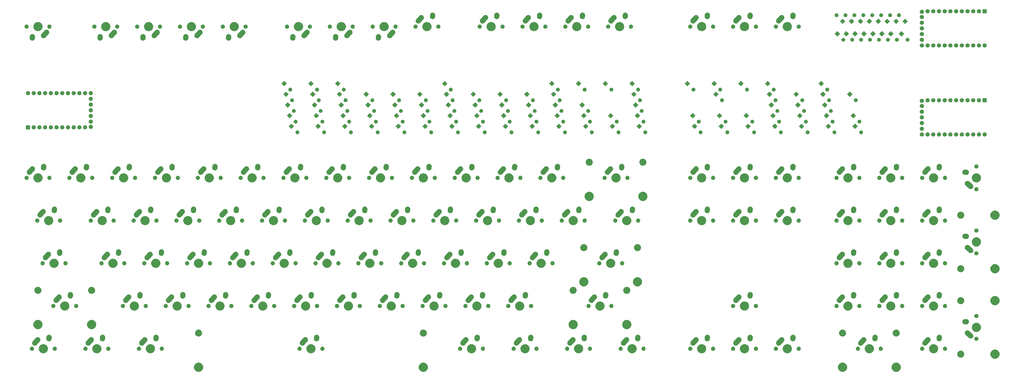
<source format=gbr>
G04 #@! TF.GenerationSoftware,KiCad,Pcbnew,(5.1.5)-3*
G04 #@! TF.CreationDate,2020-04-30T16:40:07-04:00*
G04 #@! TF.ProjectId,MiniVan,4d696e69-5661-46e2-9e6b-696361645f70,rev?*
G04 #@! TF.SameCoordinates,Original*
G04 #@! TF.FileFunction,Soldermask,Bot*
G04 #@! TF.FilePolarity,Negative*
%FSLAX46Y46*%
G04 Gerber Fmt 4.6, Leading zero omitted, Abs format (unit mm)*
G04 Created by KiCad (PCBNEW (5.1.5)-3) date 2020-04-30 16:40:07*
%MOMM*%
%LPD*%
G04 APERTURE LIST*
%ADD10C,0.100000*%
G04 APERTURE END LIST*
D10*
G36*
X337178224Y-155513684D02*
G01*
X337396224Y-155603983D01*
X337550373Y-155667833D01*
X337885298Y-155891623D01*
X338170127Y-156176452D01*
X338393917Y-156511377D01*
X338393917Y-156511378D01*
X338548066Y-156883526D01*
X338626650Y-157278594D01*
X338626650Y-157681406D01*
X338548066Y-158076474D01*
X338457767Y-158294474D01*
X338393917Y-158448623D01*
X338170127Y-158783548D01*
X337885298Y-159068377D01*
X337550373Y-159292167D01*
X337396224Y-159356017D01*
X337178224Y-159446316D01*
X336783156Y-159524900D01*
X336380344Y-159524900D01*
X335985276Y-159446316D01*
X335767276Y-159356017D01*
X335613127Y-159292167D01*
X335278202Y-159068377D01*
X334993373Y-158783548D01*
X334769583Y-158448623D01*
X334705733Y-158294474D01*
X334615434Y-158076474D01*
X334536850Y-157681406D01*
X334536850Y-157278594D01*
X334615434Y-156883526D01*
X334769583Y-156511378D01*
X334769583Y-156511377D01*
X334993373Y-156176452D01*
X335278202Y-155891623D01*
X335613127Y-155667833D01*
X335767276Y-155603983D01*
X335985276Y-155513684D01*
X336380344Y-155435100D01*
X336783156Y-155435100D01*
X337178224Y-155513684D01*
G37*
G36*
X26796574Y-155513684D02*
G01*
X27014574Y-155603983D01*
X27168723Y-155667833D01*
X27503648Y-155891623D01*
X27788477Y-156176452D01*
X28012267Y-156511377D01*
X28012267Y-156511378D01*
X28166416Y-156883526D01*
X28245000Y-157278594D01*
X28245000Y-157681406D01*
X28166416Y-158076474D01*
X28076117Y-158294474D01*
X28012267Y-158448623D01*
X27788477Y-158783548D01*
X27503648Y-159068377D01*
X27168723Y-159292167D01*
X27014574Y-159356017D01*
X26796574Y-159446316D01*
X26401506Y-159524900D01*
X25998694Y-159524900D01*
X25603626Y-159446316D01*
X25385626Y-159356017D01*
X25231477Y-159292167D01*
X24896552Y-159068377D01*
X24611723Y-158783548D01*
X24387933Y-158448623D01*
X24324083Y-158294474D01*
X24233784Y-158076474D01*
X24155200Y-157681406D01*
X24155200Y-157278594D01*
X24233784Y-156883526D01*
X24387933Y-156511378D01*
X24387933Y-156511377D01*
X24611723Y-156176452D01*
X24896552Y-155891623D01*
X25231477Y-155667833D01*
X25385626Y-155603983D01*
X25603626Y-155513684D01*
X25998694Y-155435100D01*
X26401506Y-155435100D01*
X26796574Y-155513684D01*
G37*
G36*
X126796374Y-155513684D02*
G01*
X127014374Y-155603983D01*
X127168523Y-155667833D01*
X127503448Y-155891623D01*
X127788277Y-156176452D01*
X128012067Y-156511377D01*
X128012067Y-156511378D01*
X128166216Y-156883526D01*
X128244800Y-157278594D01*
X128244800Y-157681406D01*
X128166216Y-158076474D01*
X128075917Y-158294474D01*
X128012067Y-158448623D01*
X127788277Y-158783548D01*
X127503448Y-159068377D01*
X127168523Y-159292167D01*
X127014374Y-159356017D01*
X126796374Y-159446316D01*
X126401306Y-159524900D01*
X125998494Y-159524900D01*
X125603426Y-159446316D01*
X125385426Y-159356017D01*
X125231277Y-159292167D01*
X124896352Y-159068377D01*
X124611523Y-158783548D01*
X124387733Y-158448623D01*
X124323883Y-158294474D01*
X124233584Y-158076474D01*
X124155000Y-157681406D01*
X124155000Y-157278594D01*
X124233584Y-156883526D01*
X124387733Y-156511378D01*
X124387733Y-156511377D01*
X124611523Y-156176452D01*
X124896352Y-155891623D01*
X125231277Y-155667833D01*
X125385426Y-155603983D01*
X125603426Y-155513684D01*
X125998494Y-155435100D01*
X126401306Y-155435100D01*
X126796374Y-155513684D01*
G37*
G36*
X313302224Y-155513684D02*
G01*
X313520224Y-155603983D01*
X313674373Y-155667833D01*
X314009298Y-155891623D01*
X314294127Y-156176452D01*
X314517917Y-156511377D01*
X314517917Y-156511378D01*
X314672066Y-156883526D01*
X314750650Y-157278594D01*
X314750650Y-157681406D01*
X314672066Y-158076474D01*
X314581767Y-158294474D01*
X314517917Y-158448623D01*
X314294127Y-158783548D01*
X314009298Y-159068377D01*
X313674373Y-159292167D01*
X313520224Y-159356017D01*
X313302224Y-159446316D01*
X312907156Y-159524900D01*
X312504344Y-159524900D01*
X312109276Y-159446316D01*
X311891276Y-159356017D01*
X311737127Y-159292167D01*
X311402202Y-159068377D01*
X311117373Y-158783548D01*
X310893583Y-158448623D01*
X310829733Y-158294474D01*
X310739434Y-158076474D01*
X310660850Y-157681406D01*
X310660850Y-157278594D01*
X310739434Y-156883526D01*
X310893583Y-156511378D01*
X310893583Y-156511377D01*
X311117373Y-156176452D01*
X311402202Y-155891623D01*
X311737127Y-155667833D01*
X311891276Y-155603983D01*
X312109276Y-155513684D01*
X312504344Y-155435100D01*
X312907156Y-155435100D01*
X313302224Y-155513684D01*
G37*
G36*
X381120224Y-149671684D02*
G01*
X381338224Y-149761983D01*
X381492373Y-149825833D01*
X381827298Y-150049623D01*
X382112127Y-150334452D01*
X382335917Y-150669377D01*
X382335917Y-150669378D01*
X382490066Y-151041526D01*
X382568650Y-151436594D01*
X382568650Y-151839406D01*
X382490066Y-152234474D01*
X382428113Y-152384041D01*
X382335917Y-152606623D01*
X382112127Y-152941548D01*
X381827298Y-153226377D01*
X381492373Y-153450167D01*
X381338224Y-153514017D01*
X381120224Y-153604316D01*
X380725156Y-153682900D01*
X380322344Y-153682900D01*
X379927276Y-153604316D01*
X379709276Y-153514017D01*
X379555127Y-153450167D01*
X379220202Y-153226377D01*
X378935373Y-152941548D01*
X378711583Y-152606623D01*
X378619387Y-152384041D01*
X378557434Y-152234474D01*
X378478850Y-151839406D01*
X378478850Y-151436594D01*
X378557434Y-151041526D01*
X378711583Y-150669378D01*
X378711583Y-150669377D01*
X378935373Y-150334452D01*
X379220202Y-150049623D01*
X379555127Y-149825833D01*
X379709276Y-149761983D01*
X379927276Y-149671684D01*
X380322344Y-149593100D01*
X380725156Y-149593100D01*
X381120224Y-149671684D01*
G37*
G36*
X365591017Y-150093263D02*
G01*
X365743161Y-150123526D01*
X365861887Y-150172704D01*
X366029791Y-150242252D01*
X366029792Y-150242253D01*
X366287754Y-150414617D01*
X366507133Y-150633996D01*
X366530774Y-150669378D01*
X366679498Y-150891959D01*
X366739645Y-151037167D01*
X366798224Y-151178589D01*
X366816387Y-151269900D01*
X366858750Y-151482875D01*
X366858750Y-151793125D01*
X366798224Y-152097410D01*
X366679498Y-152384041D01*
X366679497Y-152384042D01*
X366507133Y-152642004D01*
X366287754Y-152861383D01*
X366167778Y-152941548D01*
X366029791Y-153033748D01*
X365861887Y-153103296D01*
X365743161Y-153152474D01*
X365591017Y-153182737D01*
X365438875Y-153213000D01*
X365128625Y-153213000D01*
X364824339Y-153152474D01*
X364705613Y-153103296D01*
X364537709Y-153033748D01*
X364399722Y-152941548D01*
X364279746Y-152861383D01*
X364060367Y-152642004D01*
X363888003Y-152384042D01*
X363888002Y-152384041D01*
X363769276Y-152097410D01*
X363708750Y-151793125D01*
X363708750Y-151482875D01*
X363751113Y-151269900D01*
X363769276Y-151178589D01*
X363827855Y-151037167D01*
X363888002Y-150891959D01*
X364036726Y-150669378D01*
X364060367Y-150633996D01*
X364279746Y-150414617D01*
X364537708Y-150242253D01*
X364537709Y-150242252D01*
X364705613Y-150172704D01*
X364824339Y-150123526D01*
X365128625Y-150063000D01*
X365438875Y-150063000D01*
X365591017Y-150093263D01*
G37*
G36*
X172046474Y-147258684D02*
G01*
X172264474Y-147348983D01*
X172418623Y-147412833D01*
X172753548Y-147636623D01*
X173038377Y-147921452D01*
X173262167Y-148256377D01*
X173294562Y-148334586D01*
X173416316Y-148628526D01*
X173494900Y-149023594D01*
X173494900Y-149426406D01*
X173416316Y-149821474D01*
X173365451Y-149944272D01*
X173262167Y-150193623D01*
X173038377Y-150528548D01*
X172753548Y-150813377D01*
X172418623Y-151037167D01*
X172264474Y-151101017D01*
X172046474Y-151191316D01*
X171651406Y-151269900D01*
X171248594Y-151269900D01*
X170853526Y-151191316D01*
X170635526Y-151101017D01*
X170481377Y-151037167D01*
X170146452Y-150813377D01*
X169861623Y-150528548D01*
X169637833Y-150193623D01*
X169534549Y-149944272D01*
X169483684Y-149821474D01*
X169405100Y-149426406D01*
X169405100Y-149023594D01*
X169483684Y-148628526D01*
X169605438Y-148334586D01*
X169637833Y-148256377D01*
X169861623Y-147921452D01*
X170146452Y-147636623D01*
X170481377Y-147412833D01*
X170635526Y-147348983D01*
X170853526Y-147258684D01*
X171248594Y-147180100D01*
X171651406Y-147180100D01*
X172046474Y-147258684D01*
G37*
G36*
X353815224Y-147258684D02*
G01*
X354033224Y-147348983D01*
X354187373Y-147412833D01*
X354522298Y-147636623D01*
X354807127Y-147921452D01*
X355030917Y-148256377D01*
X355063312Y-148334586D01*
X355185066Y-148628526D01*
X355263650Y-149023594D01*
X355263650Y-149426406D01*
X355185066Y-149821474D01*
X355134201Y-149944272D01*
X355030917Y-150193623D01*
X354807127Y-150528548D01*
X354522298Y-150813377D01*
X354187373Y-151037167D01*
X354033224Y-151101017D01*
X353815224Y-151191316D01*
X353420156Y-151269900D01*
X353017344Y-151269900D01*
X352622276Y-151191316D01*
X352404276Y-151101017D01*
X352250127Y-151037167D01*
X351915202Y-150813377D01*
X351630373Y-150528548D01*
X351406583Y-150193623D01*
X351303299Y-149944272D01*
X351252434Y-149821474D01*
X351173850Y-149426406D01*
X351173850Y-149023594D01*
X351252434Y-148628526D01*
X351374188Y-148334586D01*
X351406583Y-148256377D01*
X351630373Y-147921452D01*
X351915202Y-147636623D01*
X352250127Y-147412833D01*
X352404276Y-147348983D01*
X352622276Y-147258684D01*
X353017344Y-147180100D01*
X353420156Y-147180100D01*
X353815224Y-147258684D01*
G37*
G36*
X148233974Y-147258684D02*
G01*
X148451974Y-147348983D01*
X148606123Y-147412833D01*
X148941048Y-147636623D01*
X149225877Y-147921452D01*
X149449667Y-148256377D01*
X149482062Y-148334586D01*
X149603816Y-148628526D01*
X149682400Y-149023594D01*
X149682400Y-149426406D01*
X149603816Y-149821474D01*
X149552951Y-149944272D01*
X149449667Y-150193623D01*
X149225877Y-150528548D01*
X148941048Y-150813377D01*
X148606123Y-151037167D01*
X148451974Y-151101017D01*
X148233974Y-151191316D01*
X147838906Y-151269900D01*
X147436094Y-151269900D01*
X147041026Y-151191316D01*
X146823026Y-151101017D01*
X146668877Y-151037167D01*
X146333952Y-150813377D01*
X146049123Y-150528548D01*
X145825333Y-150193623D01*
X145722049Y-149944272D01*
X145671184Y-149821474D01*
X145592600Y-149426406D01*
X145592600Y-149023594D01*
X145671184Y-148628526D01*
X145792938Y-148334586D01*
X145825333Y-148256377D01*
X146049123Y-147921452D01*
X146333952Y-147636623D01*
X146668877Y-147412833D01*
X146823026Y-147348983D01*
X147041026Y-147258684D01*
X147436094Y-147180100D01*
X147838906Y-147180100D01*
X148233974Y-147258684D01*
G37*
G36*
X195858974Y-147258684D02*
G01*
X196076974Y-147348983D01*
X196231123Y-147412833D01*
X196566048Y-147636623D01*
X196850877Y-147921452D01*
X197074667Y-148256377D01*
X197107062Y-148334586D01*
X197228816Y-148628526D01*
X197307400Y-149023594D01*
X197307400Y-149426406D01*
X197228816Y-149821474D01*
X197177951Y-149944272D01*
X197074667Y-150193623D01*
X196850877Y-150528548D01*
X196566048Y-150813377D01*
X196231123Y-151037167D01*
X196076974Y-151101017D01*
X195858974Y-151191316D01*
X195463906Y-151269900D01*
X195061094Y-151269900D01*
X194666026Y-151191316D01*
X194448026Y-151101017D01*
X194293877Y-151037167D01*
X193958952Y-150813377D01*
X193674123Y-150528548D01*
X193450333Y-150193623D01*
X193347049Y-149944272D01*
X193296184Y-149821474D01*
X193217600Y-149426406D01*
X193217600Y-149023594D01*
X193296184Y-148628526D01*
X193417938Y-148334586D01*
X193450333Y-148256377D01*
X193674123Y-147921452D01*
X193958952Y-147636623D01*
X194293877Y-147412833D01*
X194448026Y-147348983D01*
X194666026Y-147258684D01*
X195061094Y-147180100D01*
X195463906Y-147180100D01*
X195858974Y-147258684D01*
G37*
G36*
X5358974Y-147258684D02*
G01*
X5576974Y-147348983D01*
X5731123Y-147412833D01*
X6066048Y-147636623D01*
X6350877Y-147921452D01*
X6574667Y-148256377D01*
X6607062Y-148334586D01*
X6728816Y-148628526D01*
X6807400Y-149023594D01*
X6807400Y-149426406D01*
X6728816Y-149821474D01*
X6677951Y-149944272D01*
X6574667Y-150193623D01*
X6350877Y-150528548D01*
X6066048Y-150813377D01*
X5731123Y-151037167D01*
X5576974Y-151101017D01*
X5358974Y-151191316D01*
X4963906Y-151269900D01*
X4561094Y-151269900D01*
X4166026Y-151191316D01*
X3948026Y-151101017D01*
X3793877Y-151037167D01*
X3458952Y-150813377D01*
X3174123Y-150528548D01*
X2950333Y-150193623D01*
X2847049Y-149944272D01*
X2796184Y-149821474D01*
X2717600Y-149426406D01*
X2717600Y-149023594D01*
X2796184Y-148628526D01*
X2917938Y-148334586D01*
X2950333Y-148256377D01*
X3174123Y-147921452D01*
X3458952Y-147636623D01*
X3793877Y-147412833D01*
X3948026Y-147348983D01*
X4166026Y-147258684D01*
X4561094Y-147180100D01*
X4963906Y-147180100D01*
X5358974Y-147258684D01*
G37*
G36*
X-18453526Y-147258684D02*
G01*
X-18235526Y-147348983D01*
X-18081377Y-147412833D01*
X-17746452Y-147636623D01*
X-17461623Y-147921452D01*
X-17237833Y-148256377D01*
X-17205438Y-148334586D01*
X-17083684Y-148628526D01*
X-17005100Y-149023594D01*
X-17005100Y-149426406D01*
X-17083684Y-149821474D01*
X-17134549Y-149944272D01*
X-17237833Y-150193623D01*
X-17461623Y-150528548D01*
X-17746452Y-150813377D01*
X-18081377Y-151037167D01*
X-18235526Y-151101017D01*
X-18453526Y-151191316D01*
X-18848594Y-151269900D01*
X-19251406Y-151269900D01*
X-19646474Y-151191316D01*
X-19864474Y-151101017D01*
X-20018623Y-151037167D01*
X-20353548Y-150813377D01*
X-20638377Y-150528548D01*
X-20862167Y-150193623D01*
X-20965451Y-149944272D01*
X-21016316Y-149821474D01*
X-21094900Y-149426406D01*
X-21094900Y-149023594D01*
X-21016316Y-148628526D01*
X-20894562Y-148334586D01*
X-20862167Y-148256377D01*
X-20638377Y-147921452D01*
X-20353548Y-147636623D01*
X-20018623Y-147412833D01*
X-19864474Y-147348983D01*
X-19646474Y-147258684D01*
X-19251406Y-147180100D01*
X-18848594Y-147180100D01*
X-18453526Y-147258684D01*
G37*
G36*
X219671474Y-147258684D02*
G01*
X219889474Y-147348983D01*
X220043623Y-147412833D01*
X220378548Y-147636623D01*
X220663377Y-147921452D01*
X220887167Y-148256377D01*
X220919562Y-148334586D01*
X221041316Y-148628526D01*
X221119900Y-149023594D01*
X221119900Y-149426406D01*
X221041316Y-149821474D01*
X220990451Y-149944272D01*
X220887167Y-150193623D01*
X220663377Y-150528548D01*
X220378548Y-150813377D01*
X220043623Y-151037167D01*
X219889474Y-151101017D01*
X219671474Y-151191316D01*
X219276406Y-151269900D01*
X218873594Y-151269900D01*
X218478526Y-151191316D01*
X218260526Y-151101017D01*
X218106377Y-151037167D01*
X217771452Y-150813377D01*
X217486623Y-150528548D01*
X217262833Y-150193623D01*
X217159549Y-149944272D01*
X217108684Y-149821474D01*
X217030100Y-149426406D01*
X217030100Y-149023594D01*
X217108684Y-148628526D01*
X217230438Y-148334586D01*
X217262833Y-148256377D01*
X217486623Y-147921452D01*
X217771452Y-147636623D01*
X218106377Y-147412833D01*
X218260526Y-147348983D01*
X218478526Y-147258684D01*
X218873594Y-147180100D01*
X219276406Y-147180100D01*
X219671474Y-147258684D01*
G37*
G36*
X250627724Y-147258684D02*
G01*
X250845724Y-147348983D01*
X250999873Y-147412833D01*
X251334798Y-147636623D01*
X251619627Y-147921452D01*
X251843417Y-148256377D01*
X251875812Y-148334586D01*
X251997566Y-148628526D01*
X252076150Y-149023594D01*
X252076150Y-149426406D01*
X251997566Y-149821474D01*
X251946701Y-149944272D01*
X251843417Y-150193623D01*
X251619627Y-150528548D01*
X251334798Y-150813377D01*
X250999873Y-151037167D01*
X250845724Y-151101017D01*
X250627724Y-151191316D01*
X250232656Y-151269900D01*
X249829844Y-151269900D01*
X249434776Y-151191316D01*
X249216776Y-151101017D01*
X249062627Y-151037167D01*
X248727702Y-150813377D01*
X248442873Y-150528548D01*
X248219083Y-150193623D01*
X248115799Y-149944272D01*
X248064934Y-149821474D01*
X247986350Y-149426406D01*
X247986350Y-149023594D01*
X248064934Y-148628526D01*
X248186688Y-148334586D01*
X248219083Y-148256377D01*
X248442873Y-147921452D01*
X248727702Y-147636623D01*
X249062627Y-147412833D01*
X249216776Y-147348983D01*
X249434776Y-147258684D01*
X249829844Y-147180100D01*
X250232656Y-147180100D01*
X250627724Y-147258684D01*
G37*
G36*
X288727724Y-147258684D02*
G01*
X288945724Y-147348983D01*
X289099873Y-147412833D01*
X289434798Y-147636623D01*
X289719627Y-147921452D01*
X289943417Y-148256377D01*
X289975812Y-148334586D01*
X290097566Y-148628526D01*
X290176150Y-149023594D01*
X290176150Y-149426406D01*
X290097566Y-149821474D01*
X290046701Y-149944272D01*
X289943417Y-150193623D01*
X289719627Y-150528548D01*
X289434798Y-150813377D01*
X289099873Y-151037167D01*
X288945724Y-151101017D01*
X288727724Y-151191316D01*
X288332656Y-151269900D01*
X287929844Y-151269900D01*
X287534776Y-151191316D01*
X287316776Y-151101017D01*
X287162627Y-151037167D01*
X286827702Y-150813377D01*
X286542873Y-150528548D01*
X286319083Y-150193623D01*
X286215799Y-149944272D01*
X286164934Y-149821474D01*
X286086350Y-149426406D01*
X286086350Y-149023594D01*
X286164934Y-148628526D01*
X286286688Y-148334586D01*
X286319083Y-148256377D01*
X286542873Y-147921452D01*
X286827702Y-147636623D01*
X287162627Y-147412833D01*
X287316776Y-147348983D01*
X287534776Y-147258684D01*
X287929844Y-147180100D01*
X288332656Y-147180100D01*
X288727724Y-147258684D01*
G37*
G36*
X-42266026Y-147258684D02*
G01*
X-42048026Y-147348983D01*
X-41893877Y-147412833D01*
X-41558952Y-147636623D01*
X-41274123Y-147921452D01*
X-41050333Y-148256377D01*
X-41017938Y-148334586D01*
X-40896184Y-148628526D01*
X-40817600Y-149023594D01*
X-40817600Y-149426406D01*
X-40896184Y-149821474D01*
X-40947049Y-149944272D01*
X-41050333Y-150193623D01*
X-41274123Y-150528548D01*
X-41558952Y-150813377D01*
X-41893877Y-151037167D01*
X-42048026Y-151101017D01*
X-42266026Y-151191316D01*
X-42661094Y-151269900D01*
X-43063906Y-151269900D01*
X-43458974Y-151191316D01*
X-43676974Y-151101017D01*
X-43831123Y-151037167D01*
X-44166048Y-150813377D01*
X-44450877Y-150528548D01*
X-44674667Y-150193623D01*
X-44777951Y-149944272D01*
X-44828816Y-149821474D01*
X-44907400Y-149426406D01*
X-44907400Y-149023594D01*
X-44828816Y-148628526D01*
X-44707062Y-148334586D01*
X-44674667Y-148256377D01*
X-44450877Y-147921452D01*
X-44166048Y-147636623D01*
X-43831123Y-147412833D01*
X-43676974Y-147348983D01*
X-43458974Y-147258684D01*
X-43063906Y-147180100D01*
X-42661094Y-147180100D01*
X-42266026Y-147258684D01*
G37*
G36*
X325240224Y-147258684D02*
G01*
X325458224Y-147348983D01*
X325612373Y-147412833D01*
X325947298Y-147636623D01*
X326232127Y-147921452D01*
X326455917Y-148256377D01*
X326488312Y-148334586D01*
X326610066Y-148628526D01*
X326688650Y-149023594D01*
X326688650Y-149426406D01*
X326610066Y-149821474D01*
X326559201Y-149944272D01*
X326455917Y-150193623D01*
X326232127Y-150528548D01*
X325947298Y-150813377D01*
X325612373Y-151037167D01*
X325458224Y-151101017D01*
X325240224Y-151191316D01*
X324845156Y-151269900D01*
X324442344Y-151269900D01*
X324047276Y-151191316D01*
X323829276Y-151101017D01*
X323675127Y-151037167D01*
X323340202Y-150813377D01*
X323055373Y-150528548D01*
X322831583Y-150193623D01*
X322728299Y-149944272D01*
X322677434Y-149821474D01*
X322598850Y-149426406D01*
X322598850Y-149023594D01*
X322677434Y-148628526D01*
X322799188Y-148334586D01*
X322831583Y-148256377D01*
X323055373Y-147921452D01*
X323340202Y-147636623D01*
X323675127Y-147412833D01*
X323829276Y-147348983D01*
X324047276Y-147258684D01*
X324442344Y-147180100D01*
X324845156Y-147180100D01*
X325240224Y-147258684D01*
G37*
G36*
X76796474Y-147258684D02*
G01*
X77014474Y-147348983D01*
X77168623Y-147412833D01*
X77503548Y-147636623D01*
X77788377Y-147921452D01*
X78012167Y-148256377D01*
X78044562Y-148334586D01*
X78166316Y-148628526D01*
X78244900Y-149023594D01*
X78244900Y-149426406D01*
X78166316Y-149821474D01*
X78115451Y-149944272D01*
X78012167Y-150193623D01*
X77788377Y-150528548D01*
X77503548Y-150813377D01*
X77168623Y-151037167D01*
X77014474Y-151101017D01*
X76796474Y-151191316D01*
X76401406Y-151269900D01*
X75998594Y-151269900D01*
X75603526Y-151191316D01*
X75385526Y-151101017D01*
X75231377Y-151037167D01*
X74896452Y-150813377D01*
X74611623Y-150528548D01*
X74387833Y-150193623D01*
X74284549Y-149944272D01*
X74233684Y-149821474D01*
X74155100Y-149426406D01*
X74155100Y-149023594D01*
X74233684Y-148628526D01*
X74355438Y-148334586D01*
X74387833Y-148256377D01*
X74611623Y-147921452D01*
X74896452Y-147636623D01*
X75231377Y-147412833D01*
X75385526Y-147348983D01*
X75603526Y-147258684D01*
X75998594Y-147180100D01*
X76401406Y-147180100D01*
X76796474Y-147258684D01*
G37*
G36*
X269677724Y-147258684D02*
G01*
X269895724Y-147348983D01*
X270049873Y-147412833D01*
X270384798Y-147636623D01*
X270669627Y-147921452D01*
X270893417Y-148256377D01*
X270925812Y-148334586D01*
X271047566Y-148628526D01*
X271126150Y-149023594D01*
X271126150Y-149426406D01*
X271047566Y-149821474D01*
X270996701Y-149944272D01*
X270893417Y-150193623D01*
X270669627Y-150528548D01*
X270384798Y-150813377D01*
X270049873Y-151037167D01*
X269895724Y-151101017D01*
X269677724Y-151191316D01*
X269282656Y-151269900D01*
X268879844Y-151269900D01*
X268484776Y-151191316D01*
X268266776Y-151101017D01*
X268112627Y-151037167D01*
X267777702Y-150813377D01*
X267492873Y-150528548D01*
X267269083Y-150193623D01*
X267165799Y-149944272D01*
X267114934Y-149821474D01*
X267036350Y-149426406D01*
X267036350Y-149023594D01*
X267114934Y-148628526D01*
X267236688Y-148334586D01*
X267269083Y-148256377D01*
X267492873Y-147921452D01*
X267777702Y-147636623D01*
X268112627Y-147412833D01*
X268266776Y-147348983D01*
X268484776Y-147258684D01*
X268879844Y-147180100D01*
X269282656Y-147180100D01*
X269677724Y-147258684D01*
G37*
G36*
X81550104Y-148334585D02*
G01*
X81718626Y-148404389D01*
X81870291Y-148505728D01*
X81999272Y-148634709D01*
X82100611Y-148786374D01*
X82170415Y-148954896D01*
X82206000Y-149133797D01*
X82206000Y-149316203D01*
X82170415Y-149495104D01*
X82100611Y-149663626D01*
X81999272Y-149815291D01*
X81870291Y-149944272D01*
X81718626Y-150045611D01*
X81550104Y-150115415D01*
X81371203Y-150151000D01*
X81188797Y-150151000D01*
X81009896Y-150115415D01*
X80841374Y-150045611D01*
X80689709Y-149944272D01*
X80560728Y-149815291D01*
X80459389Y-149663626D01*
X80389585Y-149495104D01*
X80354000Y-149316203D01*
X80354000Y-149133797D01*
X80389585Y-148954896D01*
X80459389Y-148786374D01*
X80560728Y-148634709D01*
X80689709Y-148505728D01*
X80841374Y-148404389D01*
X81009896Y-148334585D01*
X81188797Y-148299000D01*
X81371203Y-148299000D01*
X81550104Y-148334585D01*
G37*
G36*
X214265104Y-148334585D02*
G01*
X214433626Y-148404389D01*
X214585291Y-148505728D01*
X214714272Y-148634709D01*
X214815611Y-148786374D01*
X214885415Y-148954896D01*
X214921000Y-149133797D01*
X214921000Y-149316203D01*
X214885415Y-149495104D01*
X214815611Y-149663626D01*
X214714272Y-149815291D01*
X214585291Y-149944272D01*
X214433626Y-150045611D01*
X214265104Y-150115415D01*
X214086203Y-150151000D01*
X213903797Y-150151000D01*
X213724896Y-150115415D01*
X213556374Y-150045611D01*
X213404709Y-149944272D01*
X213275728Y-149815291D01*
X213174389Y-149663626D01*
X213104585Y-149495104D01*
X213069000Y-149316203D01*
X213069000Y-149133797D01*
X213104585Y-148954896D01*
X213174389Y-148786374D01*
X213275728Y-148634709D01*
X213404709Y-148505728D01*
X213556374Y-148404389D01*
X213724896Y-148334585D01*
X213903797Y-148299000D01*
X214086203Y-148299000D01*
X214265104Y-148334585D01*
G37*
G36*
X255381354Y-148334585D02*
G01*
X255549876Y-148404389D01*
X255701541Y-148505728D01*
X255830522Y-148634709D01*
X255931861Y-148786374D01*
X256001665Y-148954896D01*
X256037250Y-149133797D01*
X256037250Y-149316203D01*
X256001665Y-149495104D01*
X255931861Y-149663626D01*
X255830522Y-149815291D01*
X255701541Y-149944272D01*
X255549876Y-150045611D01*
X255381354Y-150115415D01*
X255202453Y-150151000D01*
X255020047Y-150151000D01*
X254841146Y-150115415D01*
X254672624Y-150045611D01*
X254520959Y-149944272D01*
X254391978Y-149815291D01*
X254290639Y-149663626D01*
X254220835Y-149495104D01*
X254185250Y-149316203D01*
X254185250Y-149133797D01*
X254220835Y-148954896D01*
X254290639Y-148786374D01*
X254391978Y-148634709D01*
X254520959Y-148505728D01*
X254672624Y-148404389D01*
X254841146Y-148334585D01*
X255020047Y-148299000D01*
X255202453Y-148299000D01*
X255381354Y-148334585D01*
G37*
G36*
X245221354Y-148334585D02*
G01*
X245389876Y-148404389D01*
X245541541Y-148505728D01*
X245670522Y-148634709D01*
X245771861Y-148786374D01*
X245841665Y-148954896D01*
X245877250Y-149133797D01*
X245877250Y-149316203D01*
X245841665Y-149495104D01*
X245771861Y-149663626D01*
X245670522Y-149815291D01*
X245541541Y-149944272D01*
X245389876Y-150045611D01*
X245221354Y-150115415D01*
X245042453Y-150151000D01*
X244860047Y-150151000D01*
X244681146Y-150115415D01*
X244512624Y-150045611D01*
X244360959Y-149944272D01*
X244231978Y-149815291D01*
X244130639Y-149663626D01*
X244060835Y-149495104D01*
X244025250Y-149316203D01*
X244025250Y-149133797D01*
X244060835Y-148954896D01*
X244130639Y-148786374D01*
X244231978Y-148634709D01*
X244360959Y-148505728D01*
X244512624Y-148404389D01*
X244681146Y-148334585D01*
X244860047Y-148299000D01*
X245042453Y-148299000D01*
X245221354Y-148334585D01*
G37*
G36*
X274431354Y-148334585D02*
G01*
X274599876Y-148404389D01*
X274751541Y-148505728D01*
X274880522Y-148634709D01*
X274981861Y-148786374D01*
X275051665Y-148954896D01*
X275087250Y-149133797D01*
X275087250Y-149316203D01*
X275051665Y-149495104D01*
X274981861Y-149663626D01*
X274880522Y-149815291D01*
X274751541Y-149944272D01*
X274599876Y-150045611D01*
X274431354Y-150115415D01*
X274252453Y-150151000D01*
X274070047Y-150151000D01*
X273891146Y-150115415D01*
X273722624Y-150045611D01*
X273570959Y-149944272D01*
X273441978Y-149815291D01*
X273340639Y-149663626D01*
X273270835Y-149495104D01*
X273235250Y-149316203D01*
X273235250Y-149133797D01*
X273270835Y-148954896D01*
X273340639Y-148786374D01*
X273441978Y-148634709D01*
X273570959Y-148505728D01*
X273722624Y-148404389D01*
X273891146Y-148334585D01*
X274070047Y-148299000D01*
X274252453Y-148299000D01*
X274431354Y-148334585D01*
G37*
G36*
X264271354Y-148334585D02*
G01*
X264439876Y-148404389D01*
X264591541Y-148505728D01*
X264720522Y-148634709D01*
X264821861Y-148786374D01*
X264891665Y-148954896D01*
X264927250Y-149133797D01*
X264927250Y-149316203D01*
X264891665Y-149495104D01*
X264821861Y-149663626D01*
X264720522Y-149815291D01*
X264591541Y-149944272D01*
X264439876Y-150045611D01*
X264271354Y-150115415D01*
X264092453Y-150151000D01*
X263910047Y-150151000D01*
X263731146Y-150115415D01*
X263562624Y-150045611D01*
X263410959Y-149944272D01*
X263281978Y-149815291D01*
X263180639Y-149663626D01*
X263110835Y-149495104D01*
X263075250Y-149316203D01*
X263075250Y-149133797D01*
X263110835Y-148954896D01*
X263180639Y-148786374D01*
X263281978Y-148634709D01*
X263410959Y-148505728D01*
X263562624Y-148404389D01*
X263731146Y-148334585D01*
X263910047Y-148299000D01*
X264092453Y-148299000D01*
X264271354Y-148334585D01*
G37*
G36*
X293481354Y-148334585D02*
G01*
X293649876Y-148404389D01*
X293801541Y-148505728D01*
X293930522Y-148634709D01*
X294031861Y-148786374D01*
X294101665Y-148954896D01*
X294137250Y-149133797D01*
X294137250Y-149316203D01*
X294101665Y-149495104D01*
X294031861Y-149663626D01*
X293930522Y-149815291D01*
X293801541Y-149944272D01*
X293649876Y-150045611D01*
X293481354Y-150115415D01*
X293302453Y-150151000D01*
X293120047Y-150151000D01*
X292941146Y-150115415D01*
X292772624Y-150045611D01*
X292620959Y-149944272D01*
X292491978Y-149815291D01*
X292390639Y-149663626D01*
X292320835Y-149495104D01*
X292285250Y-149316203D01*
X292285250Y-149133797D01*
X292320835Y-148954896D01*
X292390639Y-148786374D01*
X292491978Y-148634709D01*
X292620959Y-148505728D01*
X292772624Y-148404389D01*
X292941146Y-148334585D01*
X293120047Y-148299000D01*
X293302453Y-148299000D01*
X293481354Y-148334585D01*
G37*
G36*
X283321354Y-148334585D02*
G01*
X283489876Y-148404389D01*
X283641541Y-148505728D01*
X283770522Y-148634709D01*
X283871861Y-148786374D01*
X283941665Y-148954896D01*
X283977250Y-149133797D01*
X283977250Y-149316203D01*
X283941665Y-149495104D01*
X283871861Y-149663626D01*
X283770522Y-149815291D01*
X283641541Y-149944272D01*
X283489876Y-150045611D01*
X283321354Y-150115415D01*
X283142453Y-150151000D01*
X282960047Y-150151000D01*
X282781146Y-150115415D01*
X282612624Y-150045611D01*
X282460959Y-149944272D01*
X282331978Y-149815291D01*
X282230639Y-149663626D01*
X282160835Y-149495104D01*
X282125250Y-149316203D01*
X282125250Y-149133797D01*
X282160835Y-148954896D01*
X282230639Y-148786374D01*
X282331978Y-148634709D01*
X282460959Y-148505728D01*
X282612624Y-148404389D01*
X282781146Y-148334585D01*
X282960047Y-148299000D01*
X283142453Y-148299000D01*
X283321354Y-148334585D01*
G37*
G36*
X329993854Y-148334585D02*
G01*
X330162376Y-148404389D01*
X330314041Y-148505728D01*
X330443022Y-148634709D01*
X330544361Y-148786374D01*
X330614165Y-148954896D01*
X330649750Y-149133797D01*
X330649750Y-149316203D01*
X330614165Y-149495104D01*
X330544361Y-149663626D01*
X330443022Y-149815291D01*
X330314041Y-149944272D01*
X330162376Y-150045611D01*
X329993854Y-150115415D01*
X329814953Y-150151000D01*
X329632547Y-150151000D01*
X329453646Y-150115415D01*
X329285124Y-150045611D01*
X329133459Y-149944272D01*
X329004478Y-149815291D01*
X328903139Y-149663626D01*
X328833335Y-149495104D01*
X328797750Y-149316203D01*
X328797750Y-149133797D01*
X328833335Y-148954896D01*
X328903139Y-148786374D01*
X329004478Y-148634709D01*
X329133459Y-148505728D01*
X329285124Y-148404389D01*
X329453646Y-148334585D01*
X329632547Y-148299000D01*
X329814953Y-148299000D01*
X329993854Y-148334585D01*
G37*
G36*
X319833854Y-148334585D02*
G01*
X320002376Y-148404389D01*
X320154041Y-148505728D01*
X320283022Y-148634709D01*
X320384361Y-148786374D01*
X320454165Y-148954896D01*
X320489750Y-149133797D01*
X320489750Y-149316203D01*
X320454165Y-149495104D01*
X320384361Y-149663626D01*
X320283022Y-149815291D01*
X320154041Y-149944272D01*
X320002376Y-150045611D01*
X319833854Y-150115415D01*
X319654953Y-150151000D01*
X319472547Y-150151000D01*
X319293646Y-150115415D01*
X319125124Y-150045611D01*
X318973459Y-149944272D01*
X318844478Y-149815291D01*
X318743139Y-149663626D01*
X318673335Y-149495104D01*
X318637750Y-149316203D01*
X318637750Y-149133797D01*
X318673335Y-148954896D01*
X318743139Y-148786374D01*
X318844478Y-148634709D01*
X318973459Y-148505728D01*
X319125124Y-148404389D01*
X319293646Y-148334585D01*
X319472547Y-148299000D01*
X319654953Y-148299000D01*
X319833854Y-148334585D01*
G37*
G36*
X348408854Y-148334585D02*
G01*
X348577376Y-148404389D01*
X348729041Y-148505728D01*
X348858022Y-148634709D01*
X348959361Y-148786374D01*
X349029165Y-148954896D01*
X349064750Y-149133797D01*
X349064750Y-149316203D01*
X349029165Y-149495104D01*
X348959361Y-149663626D01*
X348858022Y-149815291D01*
X348729041Y-149944272D01*
X348577376Y-150045611D01*
X348408854Y-150115415D01*
X348229953Y-150151000D01*
X348047547Y-150151000D01*
X347868646Y-150115415D01*
X347700124Y-150045611D01*
X347548459Y-149944272D01*
X347419478Y-149815291D01*
X347318139Y-149663626D01*
X347248335Y-149495104D01*
X347212750Y-149316203D01*
X347212750Y-149133797D01*
X347248335Y-148954896D01*
X347318139Y-148786374D01*
X347419478Y-148634709D01*
X347548459Y-148505728D01*
X347700124Y-148404389D01*
X347868646Y-148334585D01*
X348047547Y-148299000D01*
X348229953Y-148299000D01*
X348408854Y-148334585D01*
G37*
G36*
X71390104Y-148334585D02*
G01*
X71558626Y-148404389D01*
X71710291Y-148505728D01*
X71839272Y-148634709D01*
X71940611Y-148786374D01*
X72010415Y-148954896D01*
X72046000Y-149133797D01*
X72046000Y-149316203D01*
X72010415Y-149495104D01*
X71940611Y-149663626D01*
X71839272Y-149815291D01*
X71710291Y-149944272D01*
X71558626Y-150045611D01*
X71390104Y-150115415D01*
X71211203Y-150151000D01*
X71028797Y-150151000D01*
X70849896Y-150115415D01*
X70681374Y-150045611D01*
X70529709Y-149944272D01*
X70400728Y-149815291D01*
X70299389Y-149663626D01*
X70229585Y-149495104D01*
X70194000Y-149316203D01*
X70194000Y-149133797D01*
X70229585Y-148954896D01*
X70299389Y-148786374D01*
X70400728Y-148634709D01*
X70529709Y-148505728D01*
X70681374Y-148404389D01*
X70849896Y-148334585D01*
X71028797Y-148299000D01*
X71211203Y-148299000D01*
X71390104Y-148334585D01*
G37*
G36*
X-37512396Y-148334585D02*
G01*
X-37343874Y-148404389D01*
X-37192209Y-148505728D01*
X-37063228Y-148634709D01*
X-36961889Y-148786374D01*
X-36892085Y-148954896D01*
X-36856500Y-149133797D01*
X-36856500Y-149316203D01*
X-36892085Y-149495104D01*
X-36961889Y-149663626D01*
X-37063228Y-149815291D01*
X-37192209Y-149944272D01*
X-37343874Y-150045611D01*
X-37512396Y-150115415D01*
X-37691297Y-150151000D01*
X-37873703Y-150151000D01*
X-38052604Y-150115415D01*
X-38221126Y-150045611D01*
X-38372791Y-149944272D01*
X-38501772Y-149815291D01*
X-38603111Y-149663626D01*
X-38672915Y-149495104D01*
X-38708500Y-149316203D01*
X-38708500Y-149133797D01*
X-38672915Y-148954896D01*
X-38603111Y-148786374D01*
X-38501772Y-148634709D01*
X-38372791Y-148505728D01*
X-38221126Y-148404389D01*
X-38052604Y-148334585D01*
X-37873703Y-148299000D01*
X-37691297Y-148299000D01*
X-37512396Y-148334585D01*
G37*
G36*
X-47672396Y-148334585D02*
G01*
X-47503874Y-148404389D01*
X-47352209Y-148505728D01*
X-47223228Y-148634709D01*
X-47121889Y-148786374D01*
X-47052085Y-148954896D01*
X-47016500Y-149133797D01*
X-47016500Y-149316203D01*
X-47052085Y-149495104D01*
X-47121889Y-149663626D01*
X-47223228Y-149815291D01*
X-47352209Y-149944272D01*
X-47503874Y-150045611D01*
X-47672396Y-150115415D01*
X-47851297Y-150151000D01*
X-48033703Y-150151000D01*
X-48212604Y-150115415D01*
X-48381126Y-150045611D01*
X-48532791Y-149944272D01*
X-48661772Y-149815291D01*
X-48763111Y-149663626D01*
X-48832915Y-149495104D01*
X-48868500Y-149316203D01*
X-48868500Y-149133797D01*
X-48832915Y-148954896D01*
X-48763111Y-148786374D01*
X-48661772Y-148634709D01*
X-48532791Y-148505728D01*
X-48381126Y-148404389D01*
X-48212604Y-148334585D01*
X-48033703Y-148299000D01*
X-47851297Y-148299000D01*
X-47672396Y-148334585D01*
G37*
G36*
X358568854Y-148334585D02*
G01*
X358737376Y-148404389D01*
X358889041Y-148505728D01*
X359018022Y-148634709D01*
X359119361Y-148786374D01*
X359189165Y-148954896D01*
X359224750Y-149133797D01*
X359224750Y-149316203D01*
X359189165Y-149495104D01*
X359119361Y-149663626D01*
X359018022Y-149815291D01*
X358889041Y-149944272D01*
X358737376Y-150045611D01*
X358568854Y-150115415D01*
X358389953Y-150151000D01*
X358207547Y-150151000D01*
X358028646Y-150115415D01*
X357860124Y-150045611D01*
X357708459Y-149944272D01*
X357579478Y-149815291D01*
X357478139Y-149663626D01*
X357408335Y-149495104D01*
X357372750Y-149316203D01*
X357372750Y-149133797D01*
X357408335Y-148954896D01*
X357478139Y-148786374D01*
X357579478Y-148634709D01*
X357708459Y-148505728D01*
X357860124Y-148404389D01*
X358028646Y-148334585D01*
X358207547Y-148299000D01*
X358389953Y-148299000D01*
X358568854Y-148334585D01*
G37*
G36*
X10112604Y-148334585D02*
G01*
X10281126Y-148404389D01*
X10432791Y-148505728D01*
X10561772Y-148634709D01*
X10663111Y-148786374D01*
X10732915Y-148954896D01*
X10768500Y-149133797D01*
X10768500Y-149316203D01*
X10732915Y-149495104D01*
X10663111Y-149663626D01*
X10561772Y-149815291D01*
X10432791Y-149944272D01*
X10281126Y-150045611D01*
X10112604Y-150115415D01*
X9933703Y-150151000D01*
X9751297Y-150151000D01*
X9572396Y-150115415D01*
X9403874Y-150045611D01*
X9252209Y-149944272D01*
X9123228Y-149815291D01*
X9021889Y-149663626D01*
X8952085Y-149495104D01*
X8916500Y-149316203D01*
X8916500Y-149133797D01*
X8952085Y-148954896D01*
X9021889Y-148786374D01*
X9123228Y-148634709D01*
X9252209Y-148505728D01*
X9403874Y-148404389D01*
X9572396Y-148334585D01*
X9751297Y-148299000D01*
X9933703Y-148299000D01*
X10112604Y-148334585D01*
G37*
G36*
X-47396Y-148334585D02*
G01*
X121126Y-148404389D01*
X272791Y-148505728D01*
X401772Y-148634709D01*
X503111Y-148786374D01*
X572915Y-148954896D01*
X608500Y-149133797D01*
X608500Y-149316203D01*
X572915Y-149495104D01*
X503111Y-149663626D01*
X401772Y-149815291D01*
X272791Y-149944272D01*
X121126Y-150045611D01*
X-47396Y-150115415D01*
X-226297Y-150151000D01*
X-408703Y-150151000D01*
X-587604Y-150115415D01*
X-756126Y-150045611D01*
X-907791Y-149944272D01*
X-1036772Y-149815291D01*
X-1138111Y-149663626D01*
X-1207915Y-149495104D01*
X-1243500Y-149316203D01*
X-1243500Y-149133797D01*
X-1207915Y-148954896D01*
X-1138111Y-148786374D01*
X-1036772Y-148634709D01*
X-907791Y-148505728D01*
X-756126Y-148404389D01*
X-587604Y-148334585D01*
X-408703Y-148299000D01*
X-226297Y-148299000D01*
X-47396Y-148334585D01*
G37*
G36*
X224425104Y-148334585D02*
G01*
X224593626Y-148404389D01*
X224745291Y-148505728D01*
X224874272Y-148634709D01*
X224975611Y-148786374D01*
X225045415Y-148954896D01*
X225081000Y-149133797D01*
X225081000Y-149316203D01*
X225045415Y-149495104D01*
X224975611Y-149663626D01*
X224874272Y-149815291D01*
X224745291Y-149944272D01*
X224593626Y-150045611D01*
X224425104Y-150115415D01*
X224246203Y-150151000D01*
X224063797Y-150151000D01*
X223884896Y-150115415D01*
X223716374Y-150045611D01*
X223564709Y-149944272D01*
X223435728Y-149815291D01*
X223334389Y-149663626D01*
X223264585Y-149495104D01*
X223229000Y-149316203D01*
X223229000Y-149133797D01*
X223264585Y-148954896D01*
X223334389Y-148786374D01*
X223435728Y-148634709D01*
X223564709Y-148505728D01*
X223716374Y-148404389D01*
X223884896Y-148334585D01*
X224063797Y-148299000D01*
X224246203Y-148299000D01*
X224425104Y-148334585D01*
G37*
G36*
X-23859896Y-148334585D02*
G01*
X-23691374Y-148404389D01*
X-23539709Y-148505728D01*
X-23410728Y-148634709D01*
X-23309389Y-148786374D01*
X-23239585Y-148954896D01*
X-23204000Y-149133797D01*
X-23204000Y-149316203D01*
X-23239585Y-149495104D01*
X-23309389Y-149663626D01*
X-23410728Y-149815291D01*
X-23539709Y-149944272D01*
X-23691374Y-150045611D01*
X-23859896Y-150115415D01*
X-24038797Y-150151000D01*
X-24221203Y-150151000D01*
X-24400104Y-150115415D01*
X-24568626Y-150045611D01*
X-24720291Y-149944272D01*
X-24849272Y-149815291D01*
X-24950611Y-149663626D01*
X-25020415Y-149495104D01*
X-25056000Y-149316203D01*
X-25056000Y-149133797D01*
X-25020415Y-148954896D01*
X-24950611Y-148786374D01*
X-24849272Y-148634709D01*
X-24720291Y-148505728D01*
X-24568626Y-148404389D01*
X-24400104Y-148334585D01*
X-24221203Y-148299000D01*
X-24038797Y-148299000D01*
X-23859896Y-148334585D01*
G37*
G36*
X190452604Y-148334585D02*
G01*
X190621126Y-148404389D01*
X190772791Y-148505728D01*
X190901772Y-148634709D01*
X191003111Y-148786374D01*
X191072915Y-148954896D01*
X191108500Y-149133797D01*
X191108500Y-149316203D01*
X191072915Y-149495104D01*
X191003111Y-149663626D01*
X190901772Y-149815291D01*
X190772791Y-149944272D01*
X190621126Y-150045611D01*
X190452604Y-150115415D01*
X190273703Y-150151000D01*
X190091297Y-150151000D01*
X189912396Y-150115415D01*
X189743874Y-150045611D01*
X189592209Y-149944272D01*
X189463228Y-149815291D01*
X189361889Y-149663626D01*
X189292085Y-149495104D01*
X189256500Y-149316203D01*
X189256500Y-149133797D01*
X189292085Y-148954896D01*
X189361889Y-148786374D01*
X189463228Y-148634709D01*
X189592209Y-148505728D01*
X189743874Y-148404389D01*
X189912396Y-148334585D01*
X190091297Y-148299000D01*
X190273703Y-148299000D01*
X190452604Y-148334585D01*
G37*
G36*
X200612604Y-148334585D02*
G01*
X200781126Y-148404389D01*
X200932791Y-148505728D01*
X201061772Y-148634709D01*
X201163111Y-148786374D01*
X201232915Y-148954896D01*
X201268500Y-149133797D01*
X201268500Y-149316203D01*
X201232915Y-149495104D01*
X201163111Y-149663626D01*
X201061772Y-149815291D01*
X200932791Y-149944272D01*
X200781126Y-150045611D01*
X200612604Y-150115415D01*
X200433703Y-150151000D01*
X200251297Y-150151000D01*
X200072396Y-150115415D01*
X199903874Y-150045611D01*
X199752209Y-149944272D01*
X199623228Y-149815291D01*
X199521889Y-149663626D01*
X199452085Y-149495104D01*
X199416500Y-149316203D01*
X199416500Y-149133797D01*
X199452085Y-148954896D01*
X199521889Y-148786374D01*
X199623228Y-148634709D01*
X199752209Y-148505728D01*
X199903874Y-148404389D01*
X200072396Y-148334585D01*
X200251297Y-148299000D01*
X200433703Y-148299000D01*
X200612604Y-148334585D01*
G37*
G36*
X166640104Y-148334585D02*
G01*
X166808626Y-148404389D01*
X166960291Y-148505728D01*
X167089272Y-148634709D01*
X167190611Y-148786374D01*
X167260415Y-148954896D01*
X167296000Y-149133797D01*
X167296000Y-149316203D01*
X167260415Y-149495104D01*
X167190611Y-149663626D01*
X167089272Y-149815291D01*
X166960291Y-149944272D01*
X166808626Y-150045611D01*
X166640104Y-150115415D01*
X166461203Y-150151000D01*
X166278797Y-150151000D01*
X166099896Y-150115415D01*
X165931374Y-150045611D01*
X165779709Y-149944272D01*
X165650728Y-149815291D01*
X165549389Y-149663626D01*
X165479585Y-149495104D01*
X165444000Y-149316203D01*
X165444000Y-149133797D01*
X165479585Y-148954896D01*
X165549389Y-148786374D01*
X165650728Y-148634709D01*
X165779709Y-148505728D01*
X165931374Y-148404389D01*
X166099896Y-148334585D01*
X166278797Y-148299000D01*
X166461203Y-148299000D01*
X166640104Y-148334585D01*
G37*
G36*
X176800104Y-148334585D02*
G01*
X176968626Y-148404389D01*
X177120291Y-148505728D01*
X177249272Y-148634709D01*
X177350611Y-148786374D01*
X177420415Y-148954896D01*
X177456000Y-149133797D01*
X177456000Y-149316203D01*
X177420415Y-149495104D01*
X177350611Y-149663626D01*
X177249272Y-149815291D01*
X177120291Y-149944272D01*
X176968626Y-150045611D01*
X176800104Y-150115415D01*
X176621203Y-150151000D01*
X176438797Y-150151000D01*
X176259896Y-150115415D01*
X176091374Y-150045611D01*
X175939709Y-149944272D01*
X175810728Y-149815291D01*
X175709389Y-149663626D01*
X175639585Y-149495104D01*
X175604000Y-149316203D01*
X175604000Y-149133797D01*
X175639585Y-148954896D01*
X175709389Y-148786374D01*
X175810728Y-148634709D01*
X175939709Y-148505728D01*
X176091374Y-148404389D01*
X176259896Y-148334585D01*
X176438797Y-148299000D01*
X176621203Y-148299000D01*
X176800104Y-148334585D01*
G37*
G36*
X152987604Y-148334585D02*
G01*
X153156126Y-148404389D01*
X153307791Y-148505728D01*
X153436772Y-148634709D01*
X153538111Y-148786374D01*
X153607915Y-148954896D01*
X153643500Y-149133797D01*
X153643500Y-149316203D01*
X153607915Y-149495104D01*
X153538111Y-149663626D01*
X153436772Y-149815291D01*
X153307791Y-149944272D01*
X153156126Y-150045611D01*
X152987604Y-150115415D01*
X152808703Y-150151000D01*
X152626297Y-150151000D01*
X152447396Y-150115415D01*
X152278874Y-150045611D01*
X152127209Y-149944272D01*
X151998228Y-149815291D01*
X151896889Y-149663626D01*
X151827085Y-149495104D01*
X151791500Y-149316203D01*
X151791500Y-149133797D01*
X151827085Y-148954896D01*
X151896889Y-148786374D01*
X151998228Y-148634709D01*
X152127209Y-148505728D01*
X152278874Y-148404389D01*
X152447396Y-148334585D01*
X152626297Y-148299000D01*
X152808703Y-148299000D01*
X152987604Y-148334585D01*
G37*
G36*
X142827604Y-148334585D02*
G01*
X142996126Y-148404389D01*
X143147791Y-148505728D01*
X143276772Y-148634709D01*
X143378111Y-148786374D01*
X143447915Y-148954896D01*
X143483500Y-149133797D01*
X143483500Y-149316203D01*
X143447915Y-149495104D01*
X143378111Y-149663626D01*
X143276772Y-149815291D01*
X143147791Y-149944272D01*
X142996126Y-150045611D01*
X142827604Y-150115415D01*
X142648703Y-150151000D01*
X142466297Y-150151000D01*
X142287396Y-150115415D01*
X142118874Y-150045611D01*
X141967209Y-149944272D01*
X141838228Y-149815291D01*
X141736889Y-149663626D01*
X141667085Y-149495104D01*
X141631500Y-149316203D01*
X141631500Y-149133797D01*
X141667085Y-148954896D01*
X141736889Y-148786374D01*
X141838228Y-148634709D01*
X141967209Y-148505728D01*
X142118874Y-148404389D01*
X142287396Y-148334585D01*
X142466297Y-148299000D01*
X142648703Y-148299000D01*
X142827604Y-148334585D01*
G37*
G36*
X-13699896Y-148334585D02*
G01*
X-13531374Y-148404389D01*
X-13379709Y-148505728D01*
X-13250728Y-148634709D01*
X-13149389Y-148786374D01*
X-13079585Y-148954896D01*
X-13044000Y-149133797D01*
X-13044000Y-149316203D01*
X-13079585Y-149495104D01*
X-13149389Y-149663626D01*
X-13250728Y-149815291D01*
X-13379709Y-149944272D01*
X-13531374Y-150045611D01*
X-13699896Y-150115415D01*
X-13878797Y-150151000D01*
X-14061203Y-150151000D01*
X-14240104Y-150115415D01*
X-14408626Y-150045611D01*
X-14560291Y-149944272D01*
X-14689272Y-149815291D01*
X-14790611Y-149663626D01*
X-14860415Y-149495104D01*
X-14896000Y-149316203D01*
X-14896000Y-149133797D01*
X-14860415Y-148954896D01*
X-14790611Y-148786374D01*
X-14689272Y-148634709D01*
X-14560291Y-148505728D01*
X-14408626Y-148404389D01*
X-14240104Y-148334585D01*
X-14061203Y-148299000D01*
X-13878797Y-148299000D01*
X-13699896Y-148334585D01*
G37*
G36*
X145160705Y-144048881D02*
G01*
X145166145Y-144049000D01*
X145253328Y-144049000D01*
X145269597Y-144052236D01*
X145288456Y-144054515D01*
X145305032Y-144055246D01*
X145389723Y-144076010D01*
X145395018Y-144077184D01*
X145480527Y-144094193D01*
X145495862Y-144100545D01*
X145513901Y-144106455D01*
X145530021Y-144110407D01*
X145609004Y-144147280D01*
X145613994Y-144149477D01*
X145694545Y-144182842D01*
X145708341Y-144192060D01*
X145724893Y-144201382D01*
X145739926Y-144208400D01*
X145810194Y-144259971D01*
X145814692Y-144263122D01*
X145887156Y-144311541D01*
X145898883Y-144323268D01*
X145913309Y-144335648D01*
X145926679Y-144345461D01*
X145926680Y-144345462D01*
X145985521Y-144409733D01*
X145989329Y-144413714D01*
X146050959Y-144475344D01*
X146060174Y-144489135D01*
X146071896Y-144504078D01*
X146083105Y-144516321D01*
X146128299Y-144590874D01*
X146131246Y-144595501D01*
X146179658Y-144667955D01*
X146186005Y-144683277D01*
X146194592Y-144700231D01*
X146203191Y-144714417D01*
X146232978Y-144796368D01*
X146234952Y-144801448D01*
X146268307Y-144881973D01*
X146268307Y-144881974D01*
X146271541Y-144898233D01*
X146276658Y-144916542D01*
X146282325Y-144932134D01*
X146295555Y-145018345D01*
X146296501Y-145023713D01*
X146313500Y-145109173D01*
X146313500Y-145125752D01*
X146314944Y-145144692D01*
X146317463Y-145161104D01*
X146313620Y-145248249D01*
X146313500Y-145253689D01*
X146313500Y-145340825D01*
X146310266Y-145357083D01*
X146307988Y-145375941D01*
X146307256Y-145392531D01*
X146286488Y-145477237D01*
X146285312Y-145482537D01*
X146268307Y-145568027D01*
X146261957Y-145583357D01*
X146256049Y-145601393D01*
X146252095Y-145617520D01*
X146215211Y-145696526D01*
X146213011Y-145701523D01*
X146179658Y-145782045D01*
X146170444Y-145795835D01*
X146161122Y-145812387D01*
X146154102Y-145827424D01*
X146102511Y-145897720D01*
X146099366Y-145902210D01*
X146050961Y-145974654D01*
X145993960Y-146031655D01*
X145989311Y-146036563D01*
X145557811Y-146517470D01*
X144664223Y-147513376D01*
X144536179Y-147630602D01*
X144437131Y-147690645D01*
X144338083Y-147750689D01*
X144120366Y-147829823D01*
X143891395Y-147864961D01*
X143659970Y-147854754D01*
X143434981Y-147799593D01*
X143330227Y-147750689D01*
X143225079Y-147701602D01*
X143128338Y-147630602D01*
X143038323Y-147564539D01*
X142963894Y-147483241D01*
X142881898Y-147393679D01*
X142800064Y-147258685D01*
X142761811Y-147195583D01*
X142682677Y-146977866D01*
X142647539Y-146748895D01*
X142657746Y-146517470D01*
X142712907Y-146292481D01*
X142764472Y-146182028D01*
X142810898Y-146082580D01*
X142810900Y-146082577D01*
X142913614Y-145942622D01*
X143668745Y-145101027D01*
X144200287Y-144508621D01*
X144211181Y-144494589D01*
X144224039Y-144475346D01*
X144281073Y-144418312D01*
X144285723Y-144413403D01*
X144300778Y-144396624D01*
X144322201Y-144377011D01*
X144326182Y-144373203D01*
X144387846Y-144311539D01*
X144401643Y-144302320D01*
X144416602Y-144290585D01*
X144428821Y-144279398D01*
X144460885Y-144259961D01*
X144503330Y-144234231D01*
X144507921Y-144231308D01*
X144580455Y-144182842D01*
X144595800Y-144176486D01*
X144612748Y-144167901D01*
X144626916Y-144159312D01*
X144626917Y-144159312D01*
X144626918Y-144159311D01*
X144708812Y-144129545D01*
X144713910Y-144127563D01*
X144794473Y-144094193D01*
X144810752Y-144090955D01*
X144829042Y-144085844D01*
X144844635Y-144080177D01*
X144930800Y-144066954D01*
X144936163Y-144066009D01*
X145021673Y-144049000D01*
X145038266Y-144049000D01*
X145057209Y-144047555D01*
X145073606Y-144045039D01*
X145160705Y-144048881D01*
G37*
G36*
X247554455Y-144048881D02*
G01*
X247559895Y-144049000D01*
X247647078Y-144049000D01*
X247663347Y-144052236D01*
X247682206Y-144054515D01*
X247698782Y-144055246D01*
X247783473Y-144076010D01*
X247788768Y-144077184D01*
X247874277Y-144094193D01*
X247889612Y-144100545D01*
X247907651Y-144106455D01*
X247923771Y-144110407D01*
X248002754Y-144147280D01*
X248007744Y-144149477D01*
X248088295Y-144182842D01*
X248102091Y-144192060D01*
X248118643Y-144201382D01*
X248133676Y-144208400D01*
X248203944Y-144259971D01*
X248208442Y-144263122D01*
X248280906Y-144311541D01*
X248292633Y-144323268D01*
X248307059Y-144335648D01*
X248320429Y-144345461D01*
X248320430Y-144345462D01*
X248379271Y-144409733D01*
X248383079Y-144413714D01*
X248444709Y-144475344D01*
X248453924Y-144489135D01*
X248465646Y-144504078D01*
X248476855Y-144516321D01*
X248522049Y-144590874D01*
X248524996Y-144595501D01*
X248573408Y-144667955D01*
X248579755Y-144683277D01*
X248588342Y-144700231D01*
X248596941Y-144714417D01*
X248626728Y-144796368D01*
X248628702Y-144801448D01*
X248662057Y-144881973D01*
X248662057Y-144881974D01*
X248665291Y-144898233D01*
X248670408Y-144916542D01*
X248676075Y-144932134D01*
X248689305Y-145018345D01*
X248690251Y-145023713D01*
X248707250Y-145109173D01*
X248707250Y-145125752D01*
X248708694Y-145144692D01*
X248711213Y-145161104D01*
X248707370Y-145248249D01*
X248707250Y-145253689D01*
X248707250Y-145340825D01*
X248704016Y-145357083D01*
X248701738Y-145375941D01*
X248701006Y-145392531D01*
X248680238Y-145477237D01*
X248679062Y-145482537D01*
X248662057Y-145568027D01*
X248655707Y-145583357D01*
X248649799Y-145601393D01*
X248645845Y-145617520D01*
X248608961Y-145696526D01*
X248606761Y-145701523D01*
X248573408Y-145782045D01*
X248564194Y-145795835D01*
X248554872Y-145812387D01*
X248547852Y-145827424D01*
X248496261Y-145897720D01*
X248493116Y-145902210D01*
X248444711Y-145974654D01*
X248387710Y-146031655D01*
X248383061Y-146036563D01*
X247951561Y-146517470D01*
X247057973Y-147513376D01*
X246929929Y-147630602D01*
X246830881Y-147690645D01*
X246731833Y-147750689D01*
X246514116Y-147829823D01*
X246285145Y-147864961D01*
X246053720Y-147854754D01*
X245828731Y-147799593D01*
X245723977Y-147750689D01*
X245618829Y-147701602D01*
X245522088Y-147630602D01*
X245432073Y-147564539D01*
X245357644Y-147483241D01*
X245275648Y-147393679D01*
X245193814Y-147258685D01*
X245155561Y-147195583D01*
X245076427Y-146977866D01*
X245041289Y-146748895D01*
X245051496Y-146517470D01*
X245106657Y-146292481D01*
X245158222Y-146182028D01*
X245204648Y-146082580D01*
X245204650Y-146082577D01*
X245307364Y-145942622D01*
X246062495Y-145101027D01*
X246594037Y-144508621D01*
X246604931Y-144494589D01*
X246617789Y-144475346D01*
X246674823Y-144418312D01*
X246679473Y-144413403D01*
X246694528Y-144396624D01*
X246715951Y-144377011D01*
X246719932Y-144373203D01*
X246781596Y-144311539D01*
X246795393Y-144302320D01*
X246810352Y-144290585D01*
X246822571Y-144279398D01*
X246854635Y-144259961D01*
X246897080Y-144234231D01*
X246901671Y-144231308D01*
X246974205Y-144182842D01*
X246989550Y-144176486D01*
X247006498Y-144167901D01*
X247020666Y-144159312D01*
X247020667Y-144159312D01*
X247020668Y-144159311D01*
X247102562Y-144129545D01*
X247107660Y-144127563D01*
X247188223Y-144094193D01*
X247204502Y-144090955D01*
X247222792Y-144085844D01*
X247238385Y-144080177D01*
X247324550Y-144066954D01*
X247329913Y-144066009D01*
X247415423Y-144049000D01*
X247432016Y-144049000D01*
X247450959Y-144047555D01*
X247467356Y-144045039D01*
X247554455Y-144048881D01*
G37*
G36*
X2285705Y-144048881D02*
G01*
X2291145Y-144049000D01*
X2378328Y-144049000D01*
X2394597Y-144052236D01*
X2413456Y-144054515D01*
X2430032Y-144055246D01*
X2514723Y-144076010D01*
X2520018Y-144077184D01*
X2605527Y-144094193D01*
X2620862Y-144100545D01*
X2638901Y-144106455D01*
X2655021Y-144110407D01*
X2734004Y-144147280D01*
X2738994Y-144149477D01*
X2819545Y-144182842D01*
X2833341Y-144192060D01*
X2849893Y-144201382D01*
X2864926Y-144208400D01*
X2935194Y-144259971D01*
X2939692Y-144263122D01*
X3012156Y-144311541D01*
X3023883Y-144323268D01*
X3038309Y-144335648D01*
X3051679Y-144345461D01*
X3051680Y-144345462D01*
X3110521Y-144409733D01*
X3114329Y-144413714D01*
X3175959Y-144475344D01*
X3185174Y-144489135D01*
X3196896Y-144504078D01*
X3208105Y-144516321D01*
X3253299Y-144590874D01*
X3256246Y-144595501D01*
X3304658Y-144667955D01*
X3311005Y-144683277D01*
X3319592Y-144700231D01*
X3328191Y-144714417D01*
X3357978Y-144796368D01*
X3359952Y-144801448D01*
X3393307Y-144881973D01*
X3393307Y-144881974D01*
X3396541Y-144898233D01*
X3401658Y-144916542D01*
X3407325Y-144932134D01*
X3420555Y-145018345D01*
X3421501Y-145023713D01*
X3438500Y-145109173D01*
X3438500Y-145125752D01*
X3439944Y-145144692D01*
X3442463Y-145161104D01*
X3438620Y-145248249D01*
X3438500Y-145253689D01*
X3438500Y-145340825D01*
X3435266Y-145357083D01*
X3432988Y-145375941D01*
X3432256Y-145392531D01*
X3411488Y-145477237D01*
X3410312Y-145482537D01*
X3393307Y-145568027D01*
X3386957Y-145583357D01*
X3381049Y-145601393D01*
X3377095Y-145617520D01*
X3340211Y-145696526D01*
X3338011Y-145701523D01*
X3304658Y-145782045D01*
X3295444Y-145795835D01*
X3286122Y-145812387D01*
X3279102Y-145827424D01*
X3227511Y-145897720D01*
X3224366Y-145902210D01*
X3175961Y-145974654D01*
X3118960Y-146031655D01*
X3114311Y-146036563D01*
X2682811Y-146517470D01*
X1789223Y-147513376D01*
X1661179Y-147630602D01*
X1562131Y-147690645D01*
X1463083Y-147750689D01*
X1245366Y-147829823D01*
X1016395Y-147864961D01*
X784970Y-147854754D01*
X559981Y-147799593D01*
X455227Y-147750689D01*
X350079Y-147701602D01*
X253338Y-147630602D01*
X163323Y-147564539D01*
X88894Y-147483241D01*
X6898Y-147393679D01*
X-74936Y-147258685D01*
X-113189Y-147195583D01*
X-192323Y-146977866D01*
X-227461Y-146748895D01*
X-217254Y-146517470D01*
X-162093Y-146292481D01*
X-110528Y-146182028D01*
X-64102Y-146082580D01*
X-64100Y-146082577D01*
X38614Y-145942622D01*
X793745Y-145101027D01*
X1325287Y-144508621D01*
X1336181Y-144494589D01*
X1349039Y-144475346D01*
X1406073Y-144418312D01*
X1410723Y-144413403D01*
X1425778Y-144396624D01*
X1447201Y-144377011D01*
X1451182Y-144373203D01*
X1512846Y-144311539D01*
X1526643Y-144302320D01*
X1541602Y-144290585D01*
X1553821Y-144279398D01*
X1585885Y-144259961D01*
X1628330Y-144234231D01*
X1632921Y-144231308D01*
X1705455Y-144182842D01*
X1720800Y-144176486D01*
X1737748Y-144167901D01*
X1751916Y-144159312D01*
X1751917Y-144159312D01*
X1751918Y-144159311D01*
X1833812Y-144129545D01*
X1838910Y-144127563D01*
X1919473Y-144094193D01*
X1935752Y-144090955D01*
X1954042Y-144085844D01*
X1969635Y-144080177D01*
X2055800Y-144066954D01*
X2061163Y-144066009D01*
X2146673Y-144049000D01*
X2163266Y-144049000D01*
X2182209Y-144047555D01*
X2198606Y-144045039D01*
X2285705Y-144048881D01*
G37*
G36*
X322166955Y-144048881D02*
G01*
X322172395Y-144049000D01*
X322259578Y-144049000D01*
X322275847Y-144052236D01*
X322294706Y-144054515D01*
X322311282Y-144055246D01*
X322395973Y-144076010D01*
X322401268Y-144077184D01*
X322486777Y-144094193D01*
X322502112Y-144100545D01*
X322520151Y-144106455D01*
X322536271Y-144110407D01*
X322615254Y-144147280D01*
X322620244Y-144149477D01*
X322700795Y-144182842D01*
X322714591Y-144192060D01*
X322731143Y-144201382D01*
X322746176Y-144208400D01*
X322816444Y-144259971D01*
X322820942Y-144263122D01*
X322893406Y-144311541D01*
X322905133Y-144323268D01*
X322919559Y-144335648D01*
X322932929Y-144345461D01*
X322932930Y-144345462D01*
X322991771Y-144409733D01*
X322995579Y-144413714D01*
X323057209Y-144475344D01*
X323066424Y-144489135D01*
X323078146Y-144504078D01*
X323089355Y-144516321D01*
X323134549Y-144590874D01*
X323137496Y-144595501D01*
X323185908Y-144667955D01*
X323192255Y-144683277D01*
X323200842Y-144700231D01*
X323209441Y-144714417D01*
X323239228Y-144796368D01*
X323241202Y-144801448D01*
X323274557Y-144881973D01*
X323274557Y-144881974D01*
X323277791Y-144898233D01*
X323282908Y-144916542D01*
X323288575Y-144932134D01*
X323301805Y-145018345D01*
X323302751Y-145023713D01*
X323319750Y-145109173D01*
X323319750Y-145125752D01*
X323321194Y-145144692D01*
X323323713Y-145161104D01*
X323319870Y-145248249D01*
X323319750Y-145253689D01*
X323319750Y-145340825D01*
X323316516Y-145357083D01*
X323314238Y-145375941D01*
X323313506Y-145392531D01*
X323292738Y-145477237D01*
X323291562Y-145482537D01*
X323274557Y-145568027D01*
X323268207Y-145583357D01*
X323262299Y-145601393D01*
X323258345Y-145617520D01*
X323221461Y-145696526D01*
X323219261Y-145701523D01*
X323185908Y-145782045D01*
X323176694Y-145795835D01*
X323167372Y-145812387D01*
X323160352Y-145827424D01*
X323108761Y-145897720D01*
X323105616Y-145902210D01*
X323057211Y-145974654D01*
X323000210Y-146031655D01*
X322995561Y-146036563D01*
X322564061Y-146517470D01*
X321670473Y-147513376D01*
X321542429Y-147630602D01*
X321443381Y-147690645D01*
X321344333Y-147750689D01*
X321126616Y-147829823D01*
X320897645Y-147864961D01*
X320666220Y-147854754D01*
X320441231Y-147799593D01*
X320336477Y-147750689D01*
X320231329Y-147701602D01*
X320134588Y-147630602D01*
X320044573Y-147564539D01*
X319970144Y-147483241D01*
X319888148Y-147393679D01*
X319806314Y-147258685D01*
X319768061Y-147195583D01*
X319688927Y-146977866D01*
X319653789Y-146748895D01*
X319663996Y-146517470D01*
X319719157Y-146292481D01*
X319770722Y-146182028D01*
X319817148Y-146082580D01*
X319817150Y-146082577D01*
X319919864Y-145942622D01*
X320674995Y-145101027D01*
X321206537Y-144508621D01*
X321217431Y-144494589D01*
X321230289Y-144475346D01*
X321287323Y-144418312D01*
X321291973Y-144413403D01*
X321307028Y-144396624D01*
X321328451Y-144377011D01*
X321332432Y-144373203D01*
X321394096Y-144311539D01*
X321407893Y-144302320D01*
X321422852Y-144290585D01*
X321435071Y-144279398D01*
X321467135Y-144259961D01*
X321509580Y-144234231D01*
X321514171Y-144231308D01*
X321586705Y-144182842D01*
X321602050Y-144176486D01*
X321618998Y-144167901D01*
X321633166Y-144159312D01*
X321633167Y-144159312D01*
X321633168Y-144159311D01*
X321715062Y-144129545D01*
X321720160Y-144127563D01*
X321800723Y-144094193D01*
X321817002Y-144090955D01*
X321835292Y-144085844D01*
X321850885Y-144080177D01*
X321937050Y-144066954D01*
X321942413Y-144066009D01*
X322027923Y-144049000D01*
X322044516Y-144049000D01*
X322063459Y-144047555D01*
X322079856Y-144045039D01*
X322166955Y-144048881D01*
G37*
G36*
X192785705Y-144048881D02*
G01*
X192791145Y-144049000D01*
X192878328Y-144049000D01*
X192894597Y-144052236D01*
X192913456Y-144054515D01*
X192930032Y-144055246D01*
X193014723Y-144076010D01*
X193020018Y-144077184D01*
X193105527Y-144094193D01*
X193120862Y-144100545D01*
X193138901Y-144106455D01*
X193155021Y-144110407D01*
X193234004Y-144147280D01*
X193238994Y-144149477D01*
X193319545Y-144182842D01*
X193333341Y-144192060D01*
X193349893Y-144201382D01*
X193364926Y-144208400D01*
X193435194Y-144259971D01*
X193439692Y-144263122D01*
X193512156Y-144311541D01*
X193523883Y-144323268D01*
X193538309Y-144335648D01*
X193551679Y-144345461D01*
X193551680Y-144345462D01*
X193610521Y-144409733D01*
X193614329Y-144413714D01*
X193675959Y-144475344D01*
X193685174Y-144489135D01*
X193696896Y-144504078D01*
X193708105Y-144516321D01*
X193753299Y-144590874D01*
X193756246Y-144595501D01*
X193804658Y-144667955D01*
X193811005Y-144683277D01*
X193819592Y-144700231D01*
X193828191Y-144714417D01*
X193857978Y-144796368D01*
X193859952Y-144801448D01*
X193893307Y-144881973D01*
X193893307Y-144881974D01*
X193896541Y-144898233D01*
X193901658Y-144916542D01*
X193907325Y-144932134D01*
X193920555Y-145018345D01*
X193921501Y-145023713D01*
X193938500Y-145109173D01*
X193938500Y-145125752D01*
X193939944Y-145144692D01*
X193942463Y-145161104D01*
X193938620Y-145248249D01*
X193938500Y-145253689D01*
X193938500Y-145340825D01*
X193935266Y-145357083D01*
X193932988Y-145375941D01*
X193932256Y-145392531D01*
X193911488Y-145477237D01*
X193910312Y-145482537D01*
X193893307Y-145568027D01*
X193886957Y-145583357D01*
X193881049Y-145601393D01*
X193877095Y-145617520D01*
X193840211Y-145696526D01*
X193838011Y-145701523D01*
X193804658Y-145782045D01*
X193795444Y-145795835D01*
X193786122Y-145812387D01*
X193779102Y-145827424D01*
X193727511Y-145897720D01*
X193724366Y-145902210D01*
X193675961Y-145974654D01*
X193618960Y-146031655D01*
X193614311Y-146036563D01*
X193182811Y-146517470D01*
X192289223Y-147513376D01*
X192161179Y-147630602D01*
X192062131Y-147690645D01*
X191963083Y-147750689D01*
X191745366Y-147829823D01*
X191516395Y-147864961D01*
X191284970Y-147854754D01*
X191059981Y-147799593D01*
X190955227Y-147750689D01*
X190850079Y-147701602D01*
X190753338Y-147630602D01*
X190663323Y-147564539D01*
X190588894Y-147483241D01*
X190506898Y-147393679D01*
X190425064Y-147258685D01*
X190386811Y-147195583D01*
X190307677Y-146977866D01*
X190272539Y-146748895D01*
X190282746Y-146517470D01*
X190337907Y-146292481D01*
X190389472Y-146182028D01*
X190435898Y-146082580D01*
X190435900Y-146082577D01*
X190538614Y-145942622D01*
X191293745Y-145101027D01*
X191825287Y-144508621D01*
X191836181Y-144494589D01*
X191849039Y-144475346D01*
X191906073Y-144418312D01*
X191910723Y-144413403D01*
X191925778Y-144396624D01*
X191947201Y-144377011D01*
X191951182Y-144373203D01*
X192012846Y-144311539D01*
X192026643Y-144302320D01*
X192041602Y-144290585D01*
X192053821Y-144279398D01*
X192085885Y-144259961D01*
X192128330Y-144234231D01*
X192132921Y-144231308D01*
X192205455Y-144182842D01*
X192220800Y-144176486D01*
X192237748Y-144167901D01*
X192251916Y-144159312D01*
X192251917Y-144159312D01*
X192251918Y-144159311D01*
X192333812Y-144129545D01*
X192338910Y-144127563D01*
X192419473Y-144094193D01*
X192435752Y-144090955D01*
X192454042Y-144085844D01*
X192469635Y-144080177D01*
X192555800Y-144066954D01*
X192561163Y-144066009D01*
X192646673Y-144049000D01*
X192663266Y-144049000D01*
X192682209Y-144047555D01*
X192698606Y-144045039D01*
X192785705Y-144048881D01*
G37*
G36*
X-21526795Y-144048881D02*
G01*
X-21521355Y-144049000D01*
X-21434172Y-144049000D01*
X-21417903Y-144052236D01*
X-21399044Y-144054515D01*
X-21382468Y-144055246D01*
X-21297777Y-144076010D01*
X-21292482Y-144077184D01*
X-21206973Y-144094193D01*
X-21191638Y-144100545D01*
X-21173599Y-144106455D01*
X-21157479Y-144110407D01*
X-21078496Y-144147280D01*
X-21073506Y-144149477D01*
X-20992955Y-144182842D01*
X-20979159Y-144192060D01*
X-20962607Y-144201382D01*
X-20947574Y-144208400D01*
X-20877306Y-144259971D01*
X-20872808Y-144263122D01*
X-20800344Y-144311541D01*
X-20788617Y-144323268D01*
X-20774191Y-144335648D01*
X-20760821Y-144345461D01*
X-20760820Y-144345462D01*
X-20701979Y-144409733D01*
X-20698171Y-144413714D01*
X-20636541Y-144475344D01*
X-20627326Y-144489135D01*
X-20615604Y-144504078D01*
X-20604395Y-144516321D01*
X-20559201Y-144590874D01*
X-20556254Y-144595501D01*
X-20507842Y-144667955D01*
X-20501495Y-144683277D01*
X-20492908Y-144700231D01*
X-20484309Y-144714417D01*
X-20454522Y-144796368D01*
X-20452548Y-144801448D01*
X-20419193Y-144881973D01*
X-20419193Y-144881974D01*
X-20415959Y-144898233D01*
X-20410842Y-144916542D01*
X-20405175Y-144932134D01*
X-20391945Y-145018345D01*
X-20390999Y-145023713D01*
X-20374000Y-145109173D01*
X-20374000Y-145125752D01*
X-20372556Y-145144692D01*
X-20370037Y-145161104D01*
X-20373880Y-145248249D01*
X-20374000Y-145253689D01*
X-20374000Y-145340825D01*
X-20377234Y-145357083D01*
X-20379512Y-145375941D01*
X-20380244Y-145392531D01*
X-20401012Y-145477237D01*
X-20402188Y-145482537D01*
X-20419193Y-145568027D01*
X-20425543Y-145583357D01*
X-20431451Y-145601393D01*
X-20435405Y-145617520D01*
X-20472289Y-145696526D01*
X-20474489Y-145701523D01*
X-20507842Y-145782045D01*
X-20517056Y-145795835D01*
X-20526378Y-145812387D01*
X-20533398Y-145827424D01*
X-20584989Y-145897720D01*
X-20588134Y-145902210D01*
X-20636539Y-145974654D01*
X-20693540Y-146031655D01*
X-20698189Y-146036563D01*
X-21129689Y-146517470D01*
X-22023277Y-147513376D01*
X-22151321Y-147630602D01*
X-22250369Y-147690645D01*
X-22349417Y-147750689D01*
X-22567134Y-147829823D01*
X-22796105Y-147864961D01*
X-23027530Y-147854754D01*
X-23252519Y-147799593D01*
X-23357273Y-147750689D01*
X-23462421Y-147701602D01*
X-23559162Y-147630602D01*
X-23649177Y-147564539D01*
X-23723606Y-147483241D01*
X-23805602Y-147393679D01*
X-23887436Y-147258685D01*
X-23925689Y-147195583D01*
X-24004823Y-146977866D01*
X-24039961Y-146748895D01*
X-24029754Y-146517470D01*
X-23974593Y-146292481D01*
X-23923028Y-146182028D01*
X-23876602Y-146082580D01*
X-23876600Y-146082577D01*
X-23773886Y-145942622D01*
X-23018755Y-145101027D01*
X-22487213Y-144508621D01*
X-22476319Y-144494589D01*
X-22463461Y-144475346D01*
X-22406427Y-144418312D01*
X-22401777Y-144413403D01*
X-22386722Y-144396624D01*
X-22365299Y-144377011D01*
X-22361318Y-144373203D01*
X-22299654Y-144311539D01*
X-22285857Y-144302320D01*
X-22270898Y-144290585D01*
X-22258679Y-144279398D01*
X-22226615Y-144259961D01*
X-22184170Y-144234231D01*
X-22179579Y-144231308D01*
X-22107045Y-144182842D01*
X-22091700Y-144176486D01*
X-22074752Y-144167901D01*
X-22060584Y-144159312D01*
X-22060583Y-144159312D01*
X-22060582Y-144159311D01*
X-21978688Y-144129545D01*
X-21973590Y-144127563D01*
X-21893027Y-144094193D01*
X-21876748Y-144090955D01*
X-21858458Y-144085844D01*
X-21842865Y-144080177D01*
X-21756700Y-144066954D01*
X-21751337Y-144066009D01*
X-21665827Y-144049000D01*
X-21649234Y-144049000D01*
X-21630291Y-144047555D01*
X-21613894Y-144045039D01*
X-21526795Y-144048881D01*
G37*
G36*
X350741955Y-144048881D02*
G01*
X350747395Y-144049000D01*
X350834578Y-144049000D01*
X350850847Y-144052236D01*
X350869706Y-144054515D01*
X350886282Y-144055246D01*
X350970973Y-144076010D01*
X350976268Y-144077184D01*
X351061777Y-144094193D01*
X351077112Y-144100545D01*
X351095151Y-144106455D01*
X351111271Y-144110407D01*
X351190254Y-144147280D01*
X351195244Y-144149477D01*
X351275795Y-144182842D01*
X351289591Y-144192060D01*
X351306143Y-144201382D01*
X351321176Y-144208400D01*
X351391444Y-144259971D01*
X351395942Y-144263122D01*
X351468406Y-144311541D01*
X351480133Y-144323268D01*
X351494559Y-144335648D01*
X351507929Y-144345461D01*
X351507930Y-144345462D01*
X351566771Y-144409733D01*
X351570579Y-144413714D01*
X351632209Y-144475344D01*
X351641424Y-144489135D01*
X351653146Y-144504078D01*
X351664355Y-144516321D01*
X351709549Y-144590874D01*
X351712496Y-144595501D01*
X351760908Y-144667955D01*
X351767255Y-144683277D01*
X351775842Y-144700231D01*
X351784441Y-144714417D01*
X351814228Y-144796368D01*
X351816202Y-144801448D01*
X351849557Y-144881973D01*
X351849557Y-144881974D01*
X351852791Y-144898233D01*
X351857908Y-144916542D01*
X351863575Y-144932134D01*
X351876805Y-145018345D01*
X351877751Y-145023713D01*
X351894750Y-145109173D01*
X351894750Y-145125752D01*
X351896194Y-145144692D01*
X351898713Y-145161104D01*
X351894870Y-145248249D01*
X351894750Y-145253689D01*
X351894750Y-145340825D01*
X351891516Y-145357083D01*
X351889238Y-145375941D01*
X351888506Y-145392531D01*
X351867738Y-145477237D01*
X351866562Y-145482537D01*
X351849557Y-145568027D01*
X351843207Y-145583357D01*
X351837299Y-145601393D01*
X351833345Y-145617520D01*
X351796461Y-145696526D01*
X351794261Y-145701523D01*
X351760908Y-145782045D01*
X351751694Y-145795835D01*
X351742372Y-145812387D01*
X351735352Y-145827424D01*
X351683761Y-145897720D01*
X351680616Y-145902210D01*
X351632211Y-145974654D01*
X351575210Y-146031655D01*
X351570561Y-146036563D01*
X351139061Y-146517470D01*
X350245473Y-147513376D01*
X350117429Y-147630602D01*
X350018381Y-147690645D01*
X349919333Y-147750689D01*
X349701616Y-147829823D01*
X349472645Y-147864961D01*
X349241220Y-147854754D01*
X349016231Y-147799593D01*
X348911477Y-147750689D01*
X348806329Y-147701602D01*
X348709588Y-147630602D01*
X348619573Y-147564539D01*
X348545144Y-147483241D01*
X348463148Y-147393679D01*
X348381314Y-147258685D01*
X348343061Y-147195583D01*
X348263927Y-146977866D01*
X348228789Y-146748895D01*
X348238996Y-146517470D01*
X348294157Y-146292481D01*
X348345722Y-146182028D01*
X348392148Y-146082580D01*
X348392150Y-146082577D01*
X348494864Y-145942622D01*
X349249995Y-145101027D01*
X349781537Y-144508621D01*
X349792431Y-144494589D01*
X349805289Y-144475346D01*
X349862323Y-144418312D01*
X349866973Y-144413403D01*
X349882028Y-144396624D01*
X349903451Y-144377011D01*
X349907432Y-144373203D01*
X349969096Y-144311539D01*
X349982893Y-144302320D01*
X349997852Y-144290585D01*
X350010071Y-144279398D01*
X350042135Y-144259961D01*
X350084580Y-144234231D01*
X350089171Y-144231308D01*
X350161705Y-144182842D01*
X350177050Y-144176486D01*
X350193998Y-144167901D01*
X350208166Y-144159312D01*
X350208167Y-144159312D01*
X350208168Y-144159311D01*
X350290062Y-144129545D01*
X350295160Y-144127563D01*
X350375723Y-144094193D01*
X350392002Y-144090955D01*
X350410292Y-144085844D01*
X350425885Y-144080177D01*
X350512050Y-144066954D01*
X350517413Y-144066009D01*
X350602923Y-144049000D01*
X350619516Y-144049000D01*
X350638459Y-144047555D01*
X350654856Y-144045039D01*
X350741955Y-144048881D01*
G37*
G36*
X168973205Y-144048881D02*
G01*
X168978645Y-144049000D01*
X169065828Y-144049000D01*
X169082097Y-144052236D01*
X169100956Y-144054515D01*
X169117532Y-144055246D01*
X169202223Y-144076010D01*
X169207518Y-144077184D01*
X169293027Y-144094193D01*
X169308362Y-144100545D01*
X169326401Y-144106455D01*
X169342521Y-144110407D01*
X169421504Y-144147280D01*
X169426494Y-144149477D01*
X169507045Y-144182842D01*
X169520841Y-144192060D01*
X169537393Y-144201382D01*
X169552426Y-144208400D01*
X169622694Y-144259971D01*
X169627192Y-144263122D01*
X169699656Y-144311541D01*
X169711383Y-144323268D01*
X169725809Y-144335648D01*
X169739179Y-144345461D01*
X169739180Y-144345462D01*
X169798021Y-144409733D01*
X169801829Y-144413714D01*
X169863459Y-144475344D01*
X169872674Y-144489135D01*
X169884396Y-144504078D01*
X169895605Y-144516321D01*
X169940799Y-144590874D01*
X169943746Y-144595501D01*
X169992158Y-144667955D01*
X169998505Y-144683277D01*
X170007092Y-144700231D01*
X170015691Y-144714417D01*
X170045478Y-144796368D01*
X170047452Y-144801448D01*
X170080807Y-144881973D01*
X170080807Y-144881974D01*
X170084041Y-144898233D01*
X170089158Y-144916542D01*
X170094825Y-144932134D01*
X170108055Y-145018345D01*
X170109001Y-145023713D01*
X170126000Y-145109173D01*
X170126000Y-145125752D01*
X170127444Y-145144692D01*
X170129963Y-145161104D01*
X170126120Y-145248249D01*
X170126000Y-145253689D01*
X170126000Y-145340825D01*
X170122766Y-145357083D01*
X170120488Y-145375941D01*
X170119756Y-145392531D01*
X170098988Y-145477237D01*
X170097812Y-145482537D01*
X170080807Y-145568027D01*
X170074457Y-145583357D01*
X170068549Y-145601393D01*
X170064595Y-145617520D01*
X170027711Y-145696526D01*
X170025511Y-145701523D01*
X169992158Y-145782045D01*
X169982944Y-145795835D01*
X169973622Y-145812387D01*
X169966602Y-145827424D01*
X169915011Y-145897720D01*
X169911866Y-145902210D01*
X169863461Y-145974654D01*
X169806460Y-146031655D01*
X169801811Y-146036563D01*
X169370311Y-146517470D01*
X168476723Y-147513376D01*
X168348679Y-147630602D01*
X168249631Y-147690645D01*
X168150583Y-147750689D01*
X167932866Y-147829823D01*
X167703895Y-147864961D01*
X167472470Y-147854754D01*
X167247481Y-147799593D01*
X167142727Y-147750689D01*
X167037579Y-147701602D01*
X166940838Y-147630602D01*
X166850823Y-147564539D01*
X166776394Y-147483241D01*
X166694398Y-147393679D01*
X166612564Y-147258685D01*
X166574311Y-147195583D01*
X166495177Y-146977866D01*
X166460039Y-146748895D01*
X166470246Y-146517470D01*
X166525407Y-146292481D01*
X166576972Y-146182028D01*
X166623398Y-146082580D01*
X166623400Y-146082577D01*
X166726114Y-145942622D01*
X167481245Y-145101027D01*
X168012787Y-144508621D01*
X168023681Y-144494589D01*
X168036539Y-144475346D01*
X168093573Y-144418312D01*
X168098223Y-144413403D01*
X168113278Y-144396624D01*
X168134701Y-144377011D01*
X168138682Y-144373203D01*
X168200346Y-144311539D01*
X168214143Y-144302320D01*
X168229102Y-144290585D01*
X168241321Y-144279398D01*
X168273385Y-144259961D01*
X168315830Y-144234231D01*
X168320421Y-144231308D01*
X168392955Y-144182842D01*
X168408300Y-144176486D01*
X168425248Y-144167901D01*
X168439416Y-144159312D01*
X168439417Y-144159312D01*
X168439418Y-144159311D01*
X168521312Y-144129545D01*
X168526410Y-144127563D01*
X168606973Y-144094193D01*
X168623252Y-144090955D01*
X168641542Y-144085844D01*
X168657135Y-144080177D01*
X168743300Y-144066954D01*
X168748663Y-144066009D01*
X168834173Y-144049000D01*
X168850766Y-144049000D01*
X168869709Y-144047555D01*
X168886106Y-144045039D01*
X168973205Y-144048881D01*
G37*
G36*
X-45339295Y-144048881D02*
G01*
X-45333855Y-144049000D01*
X-45246672Y-144049000D01*
X-45230403Y-144052236D01*
X-45211544Y-144054515D01*
X-45194968Y-144055246D01*
X-45110277Y-144076010D01*
X-45104982Y-144077184D01*
X-45019473Y-144094193D01*
X-45004138Y-144100545D01*
X-44986099Y-144106455D01*
X-44969979Y-144110407D01*
X-44890996Y-144147280D01*
X-44886006Y-144149477D01*
X-44805455Y-144182842D01*
X-44791659Y-144192060D01*
X-44775107Y-144201382D01*
X-44760074Y-144208400D01*
X-44689806Y-144259971D01*
X-44685308Y-144263122D01*
X-44612844Y-144311541D01*
X-44601117Y-144323268D01*
X-44586691Y-144335648D01*
X-44573321Y-144345461D01*
X-44573320Y-144345462D01*
X-44514479Y-144409733D01*
X-44510671Y-144413714D01*
X-44449041Y-144475344D01*
X-44439826Y-144489135D01*
X-44428104Y-144504078D01*
X-44416895Y-144516321D01*
X-44371701Y-144590874D01*
X-44368754Y-144595501D01*
X-44320342Y-144667955D01*
X-44313995Y-144683277D01*
X-44305408Y-144700231D01*
X-44296809Y-144714417D01*
X-44267022Y-144796368D01*
X-44265048Y-144801448D01*
X-44231693Y-144881973D01*
X-44231693Y-144881974D01*
X-44228459Y-144898233D01*
X-44223342Y-144916542D01*
X-44217675Y-144932134D01*
X-44204445Y-145018345D01*
X-44203499Y-145023713D01*
X-44186500Y-145109173D01*
X-44186500Y-145125752D01*
X-44185056Y-145144692D01*
X-44182537Y-145161104D01*
X-44186380Y-145248249D01*
X-44186500Y-145253689D01*
X-44186500Y-145340825D01*
X-44189734Y-145357083D01*
X-44192012Y-145375941D01*
X-44192744Y-145392531D01*
X-44213512Y-145477237D01*
X-44214688Y-145482537D01*
X-44231693Y-145568027D01*
X-44238043Y-145583357D01*
X-44243951Y-145601393D01*
X-44247905Y-145617520D01*
X-44284789Y-145696526D01*
X-44286989Y-145701523D01*
X-44320342Y-145782045D01*
X-44329556Y-145795835D01*
X-44338878Y-145812387D01*
X-44345898Y-145827424D01*
X-44397489Y-145897720D01*
X-44400634Y-145902210D01*
X-44449039Y-145974654D01*
X-44506040Y-146031655D01*
X-44510689Y-146036563D01*
X-44942189Y-146517470D01*
X-45835777Y-147513376D01*
X-45963821Y-147630602D01*
X-46062869Y-147690645D01*
X-46161917Y-147750689D01*
X-46379634Y-147829823D01*
X-46608605Y-147864961D01*
X-46840030Y-147854754D01*
X-47065019Y-147799593D01*
X-47169773Y-147750689D01*
X-47274921Y-147701602D01*
X-47371662Y-147630602D01*
X-47461677Y-147564539D01*
X-47536106Y-147483241D01*
X-47618102Y-147393679D01*
X-47699936Y-147258685D01*
X-47738189Y-147195583D01*
X-47817323Y-146977866D01*
X-47852461Y-146748895D01*
X-47842254Y-146517470D01*
X-47787093Y-146292481D01*
X-47735528Y-146182028D01*
X-47689102Y-146082580D01*
X-47689100Y-146082577D01*
X-47586386Y-145942622D01*
X-46831255Y-145101027D01*
X-46299713Y-144508621D01*
X-46288819Y-144494589D01*
X-46275961Y-144475346D01*
X-46218927Y-144418312D01*
X-46214277Y-144413403D01*
X-46199222Y-144396624D01*
X-46177799Y-144377011D01*
X-46173818Y-144373203D01*
X-46112154Y-144311539D01*
X-46098357Y-144302320D01*
X-46083398Y-144290585D01*
X-46071179Y-144279398D01*
X-46039115Y-144259961D01*
X-45996670Y-144234231D01*
X-45992079Y-144231308D01*
X-45919545Y-144182842D01*
X-45904200Y-144176486D01*
X-45887252Y-144167901D01*
X-45873084Y-144159312D01*
X-45873083Y-144159312D01*
X-45873082Y-144159311D01*
X-45791188Y-144129545D01*
X-45786090Y-144127563D01*
X-45705527Y-144094193D01*
X-45689248Y-144090955D01*
X-45670958Y-144085844D01*
X-45655365Y-144080177D01*
X-45569200Y-144066954D01*
X-45563837Y-144066009D01*
X-45478327Y-144049000D01*
X-45461734Y-144049000D01*
X-45442791Y-144047555D01*
X-45426394Y-144045039D01*
X-45339295Y-144048881D01*
G37*
G36*
X266604455Y-144048881D02*
G01*
X266609895Y-144049000D01*
X266697078Y-144049000D01*
X266713347Y-144052236D01*
X266732206Y-144054515D01*
X266748782Y-144055246D01*
X266833473Y-144076010D01*
X266838768Y-144077184D01*
X266924277Y-144094193D01*
X266939612Y-144100545D01*
X266957651Y-144106455D01*
X266973771Y-144110407D01*
X267052754Y-144147280D01*
X267057744Y-144149477D01*
X267138295Y-144182842D01*
X267152091Y-144192060D01*
X267168643Y-144201382D01*
X267183676Y-144208400D01*
X267253944Y-144259971D01*
X267258442Y-144263122D01*
X267330906Y-144311541D01*
X267342633Y-144323268D01*
X267357059Y-144335648D01*
X267370429Y-144345461D01*
X267370430Y-144345462D01*
X267429271Y-144409733D01*
X267433079Y-144413714D01*
X267494709Y-144475344D01*
X267503924Y-144489135D01*
X267515646Y-144504078D01*
X267526855Y-144516321D01*
X267572049Y-144590874D01*
X267574996Y-144595501D01*
X267623408Y-144667955D01*
X267629755Y-144683277D01*
X267638342Y-144700231D01*
X267646941Y-144714417D01*
X267676728Y-144796368D01*
X267678702Y-144801448D01*
X267712057Y-144881973D01*
X267712057Y-144881974D01*
X267715291Y-144898233D01*
X267720408Y-144916542D01*
X267726075Y-144932134D01*
X267739305Y-145018345D01*
X267740251Y-145023713D01*
X267757250Y-145109173D01*
X267757250Y-145125752D01*
X267758694Y-145144692D01*
X267761213Y-145161104D01*
X267757370Y-145248249D01*
X267757250Y-145253689D01*
X267757250Y-145340825D01*
X267754016Y-145357083D01*
X267751738Y-145375941D01*
X267751006Y-145392531D01*
X267730238Y-145477237D01*
X267729062Y-145482537D01*
X267712057Y-145568027D01*
X267705707Y-145583357D01*
X267699799Y-145601393D01*
X267695845Y-145617520D01*
X267658961Y-145696526D01*
X267656761Y-145701523D01*
X267623408Y-145782045D01*
X267614194Y-145795835D01*
X267604872Y-145812387D01*
X267597852Y-145827424D01*
X267546261Y-145897720D01*
X267543116Y-145902210D01*
X267494711Y-145974654D01*
X267437710Y-146031655D01*
X267433061Y-146036563D01*
X267001561Y-146517470D01*
X266107973Y-147513376D01*
X265979929Y-147630602D01*
X265880881Y-147690645D01*
X265781833Y-147750689D01*
X265564116Y-147829823D01*
X265335145Y-147864961D01*
X265103720Y-147854754D01*
X264878731Y-147799593D01*
X264773977Y-147750689D01*
X264668829Y-147701602D01*
X264572088Y-147630602D01*
X264482073Y-147564539D01*
X264407644Y-147483241D01*
X264325648Y-147393679D01*
X264243814Y-147258685D01*
X264205561Y-147195583D01*
X264126427Y-146977866D01*
X264091289Y-146748895D01*
X264101496Y-146517470D01*
X264156657Y-146292481D01*
X264208222Y-146182028D01*
X264254648Y-146082580D01*
X264254650Y-146082577D01*
X264357364Y-145942622D01*
X265112495Y-145101027D01*
X265644037Y-144508621D01*
X265654931Y-144494589D01*
X265667789Y-144475346D01*
X265724823Y-144418312D01*
X265729473Y-144413403D01*
X265744528Y-144396624D01*
X265765951Y-144377011D01*
X265769932Y-144373203D01*
X265831596Y-144311539D01*
X265845393Y-144302320D01*
X265860352Y-144290585D01*
X265872571Y-144279398D01*
X265904635Y-144259961D01*
X265947080Y-144234231D01*
X265951671Y-144231308D01*
X266024205Y-144182842D01*
X266039550Y-144176486D01*
X266056498Y-144167901D01*
X266070666Y-144159312D01*
X266070667Y-144159312D01*
X266070668Y-144159311D01*
X266152562Y-144129545D01*
X266157660Y-144127563D01*
X266238223Y-144094193D01*
X266254502Y-144090955D01*
X266272792Y-144085844D01*
X266288385Y-144080177D01*
X266374550Y-144066954D01*
X266379913Y-144066009D01*
X266465423Y-144049000D01*
X266482016Y-144049000D01*
X266500959Y-144047555D01*
X266517356Y-144045039D01*
X266604455Y-144048881D01*
G37*
G36*
X216598205Y-144048881D02*
G01*
X216603645Y-144049000D01*
X216690828Y-144049000D01*
X216707097Y-144052236D01*
X216725956Y-144054515D01*
X216742532Y-144055246D01*
X216827223Y-144076010D01*
X216832518Y-144077184D01*
X216918027Y-144094193D01*
X216933362Y-144100545D01*
X216951401Y-144106455D01*
X216967521Y-144110407D01*
X217046504Y-144147280D01*
X217051494Y-144149477D01*
X217132045Y-144182842D01*
X217145841Y-144192060D01*
X217162393Y-144201382D01*
X217177426Y-144208400D01*
X217247694Y-144259971D01*
X217252192Y-144263122D01*
X217324656Y-144311541D01*
X217336383Y-144323268D01*
X217350809Y-144335648D01*
X217364179Y-144345461D01*
X217364180Y-144345462D01*
X217423021Y-144409733D01*
X217426829Y-144413714D01*
X217488459Y-144475344D01*
X217497674Y-144489135D01*
X217509396Y-144504078D01*
X217520605Y-144516321D01*
X217565799Y-144590874D01*
X217568746Y-144595501D01*
X217617158Y-144667955D01*
X217623505Y-144683277D01*
X217632092Y-144700231D01*
X217640691Y-144714417D01*
X217670478Y-144796368D01*
X217672452Y-144801448D01*
X217705807Y-144881973D01*
X217705807Y-144881974D01*
X217709041Y-144898233D01*
X217714158Y-144916542D01*
X217719825Y-144932134D01*
X217733055Y-145018345D01*
X217734001Y-145023713D01*
X217751000Y-145109173D01*
X217751000Y-145125752D01*
X217752444Y-145144692D01*
X217754963Y-145161104D01*
X217751120Y-145248249D01*
X217751000Y-145253689D01*
X217751000Y-145340825D01*
X217747766Y-145357083D01*
X217745488Y-145375941D01*
X217744756Y-145392531D01*
X217723988Y-145477237D01*
X217722812Y-145482537D01*
X217705807Y-145568027D01*
X217699457Y-145583357D01*
X217693549Y-145601393D01*
X217689595Y-145617520D01*
X217652711Y-145696526D01*
X217650511Y-145701523D01*
X217617158Y-145782045D01*
X217607944Y-145795835D01*
X217598622Y-145812387D01*
X217591602Y-145827424D01*
X217540011Y-145897720D01*
X217536866Y-145902210D01*
X217488461Y-145974654D01*
X217431460Y-146031655D01*
X217426811Y-146036563D01*
X216995311Y-146517470D01*
X216101723Y-147513376D01*
X215973679Y-147630602D01*
X215874631Y-147690645D01*
X215775583Y-147750689D01*
X215557866Y-147829823D01*
X215328895Y-147864961D01*
X215097470Y-147854754D01*
X214872481Y-147799593D01*
X214767727Y-147750689D01*
X214662579Y-147701602D01*
X214565838Y-147630602D01*
X214475823Y-147564539D01*
X214401394Y-147483241D01*
X214319398Y-147393679D01*
X214237564Y-147258685D01*
X214199311Y-147195583D01*
X214120177Y-146977866D01*
X214085039Y-146748895D01*
X214095246Y-146517470D01*
X214150407Y-146292481D01*
X214201972Y-146182028D01*
X214248398Y-146082580D01*
X214248400Y-146082577D01*
X214351114Y-145942622D01*
X215106245Y-145101027D01*
X215637787Y-144508621D01*
X215648681Y-144494589D01*
X215661539Y-144475346D01*
X215718573Y-144418312D01*
X215723223Y-144413403D01*
X215738278Y-144396624D01*
X215759701Y-144377011D01*
X215763682Y-144373203D01*
X215825346Y-144311539D01*
X215839143Y-144302320D01*
X215854102Y-144290585D01*
X215866321Y-144279398D01*
X215898385Y-144259961D01*
X215940830Y-144234231D01*
X215945421Y-144231308D01*
X216017955Y-144182842D01*
X216033300Y-144176486D01*
X216050248Y-144167901D01*
X216064416Y-144159312D01*
X216064417Y-144159312D01*
X216064418Y-144159311D01*
X216146312Y-144129545D01*
X216151410Y-144127563D01*
X216231973Y-144094193D01*
X216248252Y-144090955D01*
X216266542Y-144085844D01*
X216282135Y-144080177D01*
X216368300Y-144066954D01*
X216373663Y-144066009D01*
X216459173Y-144049000D01*
X216475766Y-144049000D01*
X216494709Y-144047555D01*
X216511106Y-144045039D01*
X216598205Y-144048881D01*
G37*
G36*
X285654455Y-144048881D02*
G01*
X285659895Y-144049000D01*
X285747078Y-144049000D01*
X285763347Y-144052236D01*
X285782206Y-144054515D01*
X285798782Y-144055246D01*
X285883473Y-144076010D01*
X285888768Y-144077184D01*
X285974277Y-144094193D01*
X285989612Y-144100545D01*
X286007651Y-144106455D01*
X286023771Y-144110407D01*
X286102754Y-144147280D01*
X286107744Y-144149477D01*
X286188295Y-144182842D01*
X286202091Y-144192060D01*
X286218643Y-144201382D01*
X286233676Y-144208400D01*
X286303944Y-144259971D01*
X286308442Y-144263122D01*
X286380906Y-144311541D01*
X286392633Y-144323268D01*
X286407059Y-144335648D01*
X286420429Y-144345461D01*
X286420430Y-144345462D01*
X286479271Y-144409733D01*
X286483079Y-144413714D01*
X286544709Y-144475344D01*
X286553924Y-144489135D01*
X286565646Y-144504078D01*
X286576855Y-144516321D01*
X286622049Y-144590874D01*
X286624996Y-144595501D01*
X286673408Y-144667955D01*
X286679755Y-144683277D01*
X286688342Y-144700231D01*
X286696941Y-144714417D01*
X286726728Y-144796368D01*
X286728702Y-144801448D01*
X286762057Y-144881973D01*
X286762057Y-144881974D01*
X286765291Y-144898233D01*
X286770408Y-144916542D01*
X286776075Y-144932134D01*
X286789305Y-145018345D01*
X286790251Y-145023713D01*
X286807250Y-145109173D01*
X286807250Y-145125752D01*
X286808694Y-145144692D01*
X286811213Y-145161104D01*
X286807370Y-145248249D01*
X286807250Y-145253689D01*
X286807250Y-145340825D01*
X286804016Y-145357083D01*
X286801738Y-145375941D01*
X286801006Y-145392531D01*
X286780238Y-145477237D01*
X286779062Y-145482537D01*
X286762057Y-145568027D01*
X286755707Y-145583357D01*
X286749799Y-145601393D01*
X286745845Y-145617520D01*
X286708961Y-145696526D01*
X286706761Y-145701523D01*
X286673408Y-145782045D01*
X286664194Y-145795835D01*
X286654872Y-145812387D01*
X286647852Y-145827424D01*
X286596261Y-145897720D01*
X286593116Y-145902210D01*
X286544711Y-145974654D01*
X286487710Y-146031655D01*
X286483061Y-146036563D01*
X286051561Y-146517470D01*
X285157973Y-147513376D01*
X285029929Y-147630602D01*
X284930881Y-147690645D01*
X284831833Y-147750689D01*
X284614116Y-147829823D01*
X284385145Y-147864961D01*
X284153720Y-147854754D01*
X283928731Y-147799593D01*
X283823977Y-147750689D01*
X283718829Y-147701602D01*
X283622088Y-147630602D01*
X283532073Y-147564539D01*
X283457644Y-147483241D01*
X283375648Y-147393679D01*
X283293814Y-147258685D01*
X283255561Y-147195583D01*
X283176427Y-146977866D01*
X283141289Y-146748895D01*
X283151496Y-146517470D01*
X283206657Y-146292481D01*
X283258222Y-146182028D01*
X283304648Y-146082580D01*
X283304650Y-146082577D01*
X283407364Y-145942622D01*
X284162495Y-145101027D01*
X284694037Y-144508621D01*
X284704931Y-144494589D01*
X284717789Y-144475346D01*
X284774823Y-144418312D01*
X284779473Y-144413403D01*
X284794528Y-144396624D01*
X284815951Y-144377011D01*
X284819932Y-144373203D01*
X284881596Y-144311539D01*
X284895393Y-144302320D01*
X284910352Y-144290585D01*
X284922571Y-144279398D01*
X284954635Y-144259961D01*
X284997080Y-144234231D01*
X285001671Y-144231308D01*
X285074205Y-144182842D01*
X285089550Y-144176486D01*
X285106498Y-144167901D01*
X285120666Y-144159312D01*
X285120667Y-144159312D01*
X285120668Y-144159311D01*
X285202562Y-144129545D01*
X285207660Y-144127563D01*
X285288223Y-144094193D01*
X285304502Y-144090955D01*
X285322792Y-144085844D01*
X285338385Y-144080177D01*
X285424550Y-144066954D01*
X285429913Y-144066009D01*
X285515423Y-144049000D01*
X285532016Y-144049000D01*
X285550959Y-144047555D01*
X285567356Y-144045039D01*
X285654455Y-144048881D01*
G37*
G36*
X73723205Y-144048881D02*
G01*
X73728645Y-144049000D01*
X73815828Y-144049000D01*
X73832097Y-144052236D01*
X73850956Y-144054515D01*
X73867532Y-144055246D01*
X73952223Y-144076010D01*
X73957518Y-144077184D01*
X74043027Y-144094193D01*
X74058362Y-144100545D01*
X74076401Y-144106455D01*
X74092521Y-144110407D01*
X74171504Y-144147280D01*
X74176494Y-144149477D01*
X74257045Y-144182842D01*
X74270841Y-144192060D01*
X74287393Y-144201382D01*
X74302426Y-144208400D01*
X74372694Y-144259971D01*
X74377192Y-144263122D01*
X74449656Y-144311541D01*
X74461383Y-144323268D01*
X74475809Y-144335648D01*
X74489179Y-144345461D01*
X74489180Y-144345462D01*
X74548021Y-144409733D01*
X74551829Y-144413714D01*
X74613459Y-144475344D01*
X74622674Y-144489135D01*
X74634396Y-144504078D01*
X74645605Y-144516321D01*
X74690799Y-144590874D01*
X74693746Y-144595501D01*
X74742158Y-144667955D01*
X74748505Y-144683277D01*
X74757092Y-144700231D01*
X74765691Y-144714417D01*
X74795478Y-144796368D01*
X74797452Y-144801448D01*
X74830807Y-144881973D01*
X74830807Y-144881974D01*
X74834041Y-144898233D01*
X74839158Y-144916542D01*
X74844825Y-144932134D01*
X74858055Y-145018345D01*
X74859001Y-145023713D01*
X74876000Y-145109173D01*
X74876000Y-145125752D01*
X74877444Y-145144692D01*
X74879963Y-145161104D01*
X74876120Y-145248249D01*
X74876000Y-145253689D01*
X74876000Y-145340825D01*
X74872766Y-145357083D01*
X74870488Y-145375941D01*
X74869756Y-145392531D01*
X74848988Y-145477237D01*
X74847812Y-145482537D01*
X74830807Y-145568027D01*
X74824457Y-145583357D01*
X74818549Y-145601393D01*
X74814595Y-145617520D01*
X74777711Y-145696526D01*
X74775511Y-145701523D01*
X74742158Y-145782045D01*
X74732944Y-145795835D01*
X74723622Y-145812387D01*
X74716602Y-145827424D01*
X74665011Y-145897720D01*
X74661866Y-145902210D01*
X74613461Y-145974654D01*
X74556460Y-146031655D01*
X74551811Y-146036563D01*
X74120311Y-146517470D01*
X73226723Y-147513376D01*
X73098679Y-147630602D01*
X72999631Y-147690645D01*
X72900583Y-147750689D01*
X72682866Y-147829823D01*
X72453895Y-147864961D01*
X72222470Y-147854754D01*
X71997481Y-147799593D01*
X71892727Y-147750689D01*
X71787579Y-147701602D01*
X71690838Y-147630602D01*
X71600823Y-147564539D01*
X71526394Y-147483241D01*
X71444398Y-147393679D01*
X71362564Y-147258685D01*
X71324311Y-147195583D01*
X71245177Y-146977866D01*
X71210039Y-146748895D01*
X71220246Y-146517470D01*
X71275407Y-146292481D01*
X71326972Y-146182028D01*
X71373398Y-146082580D01*
X71373400Y-146082577D01*
X71476114Y-145942622D01*
X72231245Y-145101027D01*
X72762787Y-144508621D01*
X72773681Y-144494589D01*
X72786539Y-144475346D01*
X72843573Y-144418312D01*
X72848223Y-144413403D01*
X72863278Y-144396624D01*
X72884701Y-144377011D01*
X72888682Y-144373203D01*
X72950346Y-144311539D01*
X72964143Y-144302320D01*
X72979102Y-144290585D01*
X72991321Y-144279398D01*
X73023385Y-144259961D01*
X73065830Y-144234231D01*
X73070421Y-144231308D01*
X73142955Y-144182842D01*
X73158300Y-144176486D01*
X73175248Y-144167901D01*
X73189416Y-144159312D01*
X73189417Y-144159312D01*
X73189418Y-144159311D01*
X73271312Y-144129545D01*
X73276410Y-144127563D01*
X73356973Y-144094193D01*
X73373252Y-144090955D01*
X73391542Y-144085844D01*
X73407135Y-144080177D01*
X73493300Y-144066954D01*
X73498663Y-144066009D01*
X73584173Y-144049000D01*
X73600766Y-144049000D01*
X73619709Y-144047555D01*
X73636106Y-144045039D01*
X73723205Y-144048881D01*
G37*
G36*
X221703127Y-142967261D02*
G01*
X221723900Y-142969000D01*
X221730827Y-142969000D01*
X221825754Y-142987882D01*
X221829348Y-142988542D01*
X221924730Y-143004624D01*
X221931203Y-143007085D01*
X221951228Y-143012841D01*
X221958027Y-143014193D01*
X222020414Y-143040034D01*
X222047443Y-143051230D01*
X222050844Y-143052581D01*
X222141255Y-143086961D01*
X222147127Y-143090640D01*
X222165636Y-143100187D01*
X222172045Y-143102842D01*
X222252563Y-143156642D01*
X222255554Y-143158578D01*
X222337557Y-143209959D01*
X222342584Y-143214700D01*
X222358896Y-143227691D01*
X222364652Y-143231537D01*
X222433110Y-143299995D01*
X222435689Y-143302499D01*
X222506090Y-143368889D01*
X222510095Y-143374519D01*
X222523559Y-143390444D01*
X222528459Y-143395344D01*
X222582244Y-143475839D01*
X222584291Y-143478807D01*
X222640380Y-143557645D01*
X222643214Y-143563958D01*
X222653308Y-143582193D01*
X222657158Y-143587955D01*
X222694220Y-143677430D01*
X222695624Y-143680685D01*
X222735265Y-143768973D01*
X222736815Y-143775725D01*
X222743152Y-143795562D01*
X222745807Y-143801973D01*
X222763234Y-143889585D01*
X222764692Y-143896917D01*
X222765438Y-143900401D01*
X222787098Y-143994751D01*
X222787098Y-143994754D01*
X222787300Y-144001654D01*
X222789647Y-144022370D01*
X222791000Y-144029174D01*
X222791000Y-144125986D01*
X222791053Y-144129584D01*
X222792188Y-144168277D01*
X222791295Y-144181225D01*
X222791000Y-144189797D01*
X222791000Y-144260826D01*
X222785081Y-144290585D01*
X222784604Y-144292979D01*
X222782500Y-144308750D01*
X222744238Y-144863545D01*
X222715376Y-145034730D01*
X222633038Y-145251255D01*
X222510041Y-145447557D01*
X222351111Y-145616090D01*
X222162355Y-145750380D01*
X221951027Y-145845265D01*
X221725249Y-145897098D01*
X221493698Y-145903889D01*
X221493697Y-145903889D01*
X221448012Y-145896186D01*
X221265270Y-145865376D01*
X221048745Y-145783038D01*
X220852443Y-145660041D01*
X220683910Y-145501111D01*
X220549620Y-145312355D01*
X220454735Y-145101027D01*
X220402902Y-144875249D01*
X220397812Y-144701723D01*
X220438704Y-144108794D01*
X220439000Y-144100196D01*
X220439000Y-144029175D01*
X220457882Y-143934250D01*
X220458544Y-143930645D01*
X220464231Y-143896917D01*
X220474624Y-143835270D01*
X220477085Y-143828799D01*
X220482842Y-143808767D01*
X220484193Y-143801974D01*
X220486843Y-143795576D01*
X220521264Y-143712476D01*
X220522553Y-143709230D01*
X220556962Y-143618745D01*
X220560636Y-143612881D01*
X220570187Y-143594365D01*
X220572842Y-143587955D01*
X220626657Y-143507415D01*
X220628577Y-143504449D01*
X220679959Y-143422443D01*
X220684711Y-143417404D01*
X220697689Y-143401107D01*
X220701537Y-143395348D01*
X220769993Y-143326892D01*
X220772546Y-143324262D01*
X220793023Y-143302548D01*
X220838889Y-143253910D01*
X220844521Y-143249903D01*
X220860447Y-143236438D01*
X220865346Y-143231539D01*
X220945824Y-143177766D01*
X220948806Y-143175710D01*
X221027645Y-143119620D01*
X221033955Y-143116787D01*
X221052194Y-143106691D01*
X221057951Y-143102844D01*
X221057954Y-143102843D01*
X221057955Y-143102842D01*
X221147429Y-143065781D01*
X221150687Y-143064375D01*
X221238973Y-143024735D01*
X221245725Y-143023185D01*
X221265562Y-143016848D01*
X221271973Y-143014193D01*
X221366899Y-142995311D01*
X221370446Y-142994551D01*
X221464751Y-142972901D01*
X221467130Y-142972831D01*
X221471665Y-142972698D01*
X221492381Y-142970351D01*
X221499174Y-142969000D01*
X221595959Y-142969000D01*
X221599584Y-142968947D01*
X221696302Y-142966110D01*
X221703127Y-142967261D01*
G37*
G36*
X252659377Y-142967261D02*
G01*
X252680150Y-142969000D01*
X252687077Y-142969000D01*
X252782004Y-142987882D01*
X252785598Y-142988542D01*
X252880980Y-143004624D01*
X252887453Y-143007085D01*
X252907478Y-143012841D01*
X252914277Y-143014193D01*
X252976664Y-143040034D01*
X253003693Y-143051230D01*
X253007094Y-143052581D01*
X253097505Y-143086961D01*
X253103377Y-143090640D01*
X253121886Y-143100187D01*
X253128295Y-143102842D01*
X253208813Y-143156642D01*
X253211804Y-143158578D01*
X253293807Y-143209959D01*
X253298834Y-143214700D01*
X253315146Y-143227691D01*
X253320902Y-143231537D01*
X253389360Y-143299995D01*
X253391939Y-143302499D01*
X253462340Y-143368889D01*
X253466345Y-143374519D01*
X253479809Y-143390444D01*
X253484709Y-143395344D01*
X253538494Y-143475839D01*
X253540541Y-143478807D01*
X253596630Y-143557645D01*
X253599464Y-143563958D01*
X253609558Y-143582193D01*
X253613408Y-143587955D01*
X253650470Y-143677430D01*
X253651874Y-143680685D01*
X253691515Y-143768973D01*
X253693065Y-143775725D01*
X253699402Y-143795562D01*
X253702057Y-143801973D01*
X253719484Y-143889585D01*
X253720942Y-143896917D01*
X253721688Y-143900401D01*
X253743348Y-143994751D01*
X253743348Y-143994754D01*
X253743550Y-144001654D01*
X253745897Y-144022370D01*
X253747250Y-144029174D01*
X253747250Y-144125986D01*
X253747303Y-144129584D01*
X253748438Y-144168277D01*
X253747545Y-144181225D01*
X253747250Y-144189797D01*
X253747250Y-144260826D01*
X253741331Y-144290585D01*
X253740854Y-144292979D01*
X253738750Y-144308750D01*
X253700488Y-144863545D01*
X253671626Y-145034730D01*
X253589288Y-145251255D01*
X253466291Y-145447557D01*
X253307361Y-145616090D01*
X253118605Y-145750380D01*
X252907277Y-145845265D01*
X252681499Y-145897098D01*
X252449948Y-145903889D01*
X252449947Y-145903889D01*
X252404262Y-145896186D01*
X252221520Y-145865376D01*
X252004995Y-145783038D01*
X251808693Y-145660041D01*
X251640160Y-145501111D01*
X251505870Y-145312355D01*
X251410985Y-145101027D01*
X251359152Y-144875249D01*
X251354062Y-144701723D01*
X251394954Y-144108794D01*
X251395250Y-144100196D01*
X251395250Y-144029175D01*
X251414132Y-143934250D01*
X251414794Y-143930645D01*
X251420481Y-143896917D01*
X251430874Y-143835270D01*
X251433335Y-143828799D01*
X251439092Y-143808767D01*
X251440443Y-143801974D01*
X251443093Y-143795576D01*
X251477514Y-143712476D01*
X251478803Y-143709230D01*
X251513212Y-143618745D01*
X251516886Y-143612881D01*
X251526437Y-143594365D01*
X251529092Y-143587955D01*
X251582907Y-143507415D01*
X251584827Y-143504449D01*
X251636209Y-143422443D01*
X251640961Y-143417404D01*
X251653939Y-143401107D01*
X251657787Y-143395348D01*
X251726243Y-143326892D01*
X251728796Y-143324262D01*
X251749273Y-143302548D01*
X251795139Y-143253910D01*
X251800771Y-143249903D01*
X251816697Y-143236438D01*
X251821596Y-143231539D01*
X251902074Y-143177766D01*
X251905056Y-143175710D01*
X251983895Y-143119620D01*
X251990205Y-143116787D01*
X252008444Y-143106691D01*
X252014201Y-143102844D01*
X252014204Y-143102843D01*
X252014205Y-143102842D01*
X252103679Y-143065781D01*
X252106937Y-143064375D01*
X252195223Y-143024735D01*
X252201975Y-143023185D01*
X252221812Y-143016848D01*
X252228223Y-143014193D01*
X252323149Y-142995311D01*
X252326696Y-142994551D01*
X252421001Y-142972901D01*
X252423380Y-142972831D01*
X252427915Y-142972698D01*
X252448631Y-142970351D01*
X252455424Y-142969000D01*
X252552209Y-142969000D01*
X252555834Y-142968947D01*
X252652552Y-142966110D01*
X252659377Y-142967261D01*
G37*
G36*
X271709377Y-142967261D02*
G01*
X271730150Y-142969000D01*
X271737077Y-142969000D01*
X271832004Y-142987882D01*
X271835598Y-142988542D01*
X271930980Y-143004624D01*
X271937453Y-143007085D01*
X271957478Y-143012841D01*
X271964277Y-143014193D01*
X272026664Y-143040034D01*
X272053693Y-143051230D01*
X272057094Y-143052581D01*
X272147505Y-143086961D01*
X272153377Y-143090640D01*
X272171886Y-143100187D01*
X272178295Y-143102842D01*
X272258813Y-143156642D01*
X272261804Y-143158578D01*
X272343807Y-143209959D01*
X272348834Y-143214700D01*
X272365146Y-143227691D01*
X272370902Y-143231537D01*
X272439360Y-143299995D01*
X272441939Y-143302499D01*
X272512340Y-143368889D01*
X272516345Y-143374519D01*
X272529809Y-143390444D01*
X272534709Y-143395344D01*
X272588494Y-143475839D01*
X272590541Y-143478807D01*
X272646630Y-143557645D01*
X272649464Y-143563958D01*
X272659558Y-143582193D01*
X272663408Y-143587955D01*
X272700470Y-143677430D01*
X272701874Y-143680685D01*
X272741515Y-143768973D01*
X272743065Y-143775725D01*
X272749402Y-143795562D01*
X272752057Y-143801973D01*
X272769484Y-143889585D01*
X272770942Y-143896917D01*
X272771688Y-143900401D01*
X272793348Y-143994751D01*
X272793348Y-143994754D01*
X272793550Y-144001654D01*
X272795897Y-144022370D01*
X272797250Y-144029174D01*
X272797250Y-144125986D01*
X272797303Y-144129584D01*
X272798438Y-144168277D01*
X272797545Y-144181225D01*
X272797250Y-144189797D01*
X272797250Y-144260826D01*
X272791331Y-144290585D01*
X272790854Y-144292979D01*
X272788750Y-144308750D01*
X272750488Y-144863545D01*
X272721626Y-145034730D01*
X272639288Y-145251255D01*
X272516291Y-145447557D01*
X272357361Y-145616090D01*
X272168605Y-145750380D01*
X271957277Y-145845265D01*
X271731499Y-145897098D01*
X271499948Y-145903889D01*
X271499947Y-145903889D01*
X271454262Y-145896186D01*
X271271520Y-145865376D01*
X271054995Y-145783038D01*
X270858693Y-145660041D01*
X270690160Y-145501111D01*
X270555870Y-145312355D01*
X270460985Y-145101027D01*
X270409152Y-144875249D01*
X270404062Y-144701723D01*
X270444954Y-144108794D01*
X270445250Y-144100196D01*
X270445250Y-144029175D01*
X270464132Y-143934250D01*
X270464794Y-143930645D01*
X270470481Y-143896917D01*
X270480874Y-143835270D01*
X270483335Y-143828799D01*
X270489092Y-143808767D01*
X270490443Y-143801974D01*
X270493093Y-143795576D01*
X270527514Y-143712476D01*
X270528803Y-143709230D01*
X270563212Y-143618745D01*
X270566886Y-143612881D01*
X270576437Y-143594365D01*
X270579092Y-143587955D01*
X270632907Y-143507415D01*
X270634827Y-143504449D01*
X270686209Y-143422443D01*
X270690961Y-143417404D01*
X270703939Y-143401107D01*
X270707787Y-143395348D01*
X270776243Y-143326892D01*
X270778796Y-143324262D01*
X270799273Y-143302548D01*
X270845139Y-143253910D01*
X270850771Y-143249903D01*
X270866697Y-143236438D01*
X270871596Y-143231539D01*
X270952074Y-143177766D01*
X270955056Y-143175710D01*
X271033895Y-143119620D01*
X271040205Y-143116787D01*
X271058444Y-143106691D01*
X271064201Y-143102844D01*
X271064204Y-143102843D01*
X271064205Y-143102842D01*
X271153679Y-143065781D01*
X271156937Y-143064375D01*
X271245223Y-143024735D01*
X271251975Y-143023185D01*
X271271812Y-143016848D01*
X271278223Y-143014193D01*
X271373149Y-142995311D01*
X271376696Y-142994551D01*
X271471001Y-142972901D01*
X271473380Y-142972831D01*
X271477915Y-142972698D01*
X271498631Y-142970351D01*
X271505424Y-142969000D01*
X271602209Y-142969000D01*
X271605834Y-142968947D01*
X271702552Y-142966110D01*
X271709377Y-142967261D01*
G37*
G36*
X-40234373Y-142967261D02*
G01*
X-40213600Y-142969000D01*
X-40206673Y-142969000D01*
X-40111746Y-142987882D01*
X-40108152Y-142988542D01*
X-40012770Y-143004624D01*
X-40006297Y-143007085D01*
X-39986272Y-143012841D01*
X-39979473Y-143014193D01*
X-39917086Y-143040034D01*
X-39890057Y-143051230D01*
X-39886656Y-143052581D01*
X-39796245Y-143086961D01*
X-39790373Y-143090640D01*
X-39771864Y-143100187D01*
X-39765455Y-143102842D01*
X-39684937Y-143156642D01*
X-39681946Y-143158578D01*
X-39599943Y-143209959D01*
X-39594916Y-143214700D01*
X-39578604Y-143227691D01*
X-39572848Y-143231537D01*
X-39504390Y-143299995D01*
X-39501811Y-143302499D01*
X-39431410Y-143368889D01*
X-39427405Y-143374519D01*
X-39413941Y-143390444D01*
X-39409041Y-143395344D01*
X-39355256Y-143475839D01*
X-39353209Y-143478807D01*
X-39297120Y-143557645D01*
X-39294286Y-143563958D01*
X-39284192Y-143582193D01*
X-39280342Y-143587955D01*
X-39243280Y-143677430D01*
X-39241876Y-143680685D01*
X-39202235Y-143768973D01*
X-39200685Y-143775725D01*
X-39194348Y-143795562D01*
X-39191693Y-143801973D01*
X-39174266Y-143889585D01*
X-39172808Y-143896917D01*
X-39172062Y-143900401D01*
X-39150402Y-143994751D01*
X-39150402Y-143994754D01*
X-39150200Y-144001654D01*
X-39147853Y-144022370D01*
X-39146500Y-144029174D01*
X-39146500Y-144125986D01*
X-39146447Y-144129584D01*
X-39145312Y-144168277D01*
X-39146205Y-144181225D01*
X-39146500Y-144189797D01*
X-39146500Y-144260826D01*
X-39152419Y-144290585D01*
X-39152896Y-144292979D01*
X-39155000Y-144308750D01*
X-39193262Y-144863545D01*
X-39222124Y-145034730D01*
X-39304462Y-145251255D01*
X-39427459Y-145447557D01*
X-39586389Y-145616090D01*
X-39775145Y-145750380D01*
X-39986473Y-145845265D01*
X-40212251Y-145897098D01*
X-40443802Y-145903889D01*
X-40443803Y-145903889D01*
X-40489488Y-145896186D01*
X-40672230Y-145865376D01*
X-40888755Y-145783038D01*
X-41085057Y-145660041D01*
X-41253590Y-145501111D01*
X-41387880Y-145312355D01*
X-41482765Y-145101027D01*
X-41534598Y-144875249D01*
X-41539688Y-144701723D01*
X-41498796Y-144108794D01*
X-41498500Y-144100196D01*
X-41498500Y-144029175D01*
X-41479618Y-143934250D01*
X-41478956Y-143930645D01*
X-41473269Y-143896917D01*
X-41462876Y-143835270D01*
X-41460415Y-143828799D01*
X-41454658Y-143808767D01*
X-41453307Y-143801974D01*
X-41450657Y-143795576D01*
X-41416236Y-143712476D01*
X-41414947Y-143709230D01*
X-41380538Y-143618745D01*
X-41376864Y-143612881D01*
X-41367313Y-143594365D01*
X-41364658Y-143587955D01*
X-41310843Y-143507415D01*
X-41308923Y-143504449D01*
X-41257541Y-143422443D01*
X-41252789Y-143417404D01*
X-41239811Y-143401107D01*
X-41235963Y-143395348D01*
X-41167507Y-143326892D01*
X-41164954Y-143324262D01*
X-41144477Y-143302548D01*
X-41098611Y-143253910D01*
X-41092979Y-143249903D01*
X-41077053Y-143236438D01*
X-41072154Y-143231539D01*
X-40991676Y-143177766D01*
X-40988694Y-143175710D01*
X-40909855Y-143119620D01*
X-40903545Y-143116787D01*
X-40885306Y-143106691D01*
X-40879549Y-143102844D01*
X-40879546Y-143102843D01*
X-40879545Y-143102842D01*
X-40790071Y-143065781D01*
X-40786813Y-143064375D01*
X-40698527Y-143024735D01*
X-40691775Y-143023185D01*
X-40671938Y-143016848D01*
X-40665527Y-143014193D01*
X-40570601Y-142995311D01*
X-40567054Y-142994551D01*
X-40472749Y-142972901D01*
X-40470370Y-142972831D01*
X-40465835Y-142972698D01*
X-40445119Y-142970351D01*
X-40438326Y-142969000D01*
X-40341541Y-142969000D01*
X-40337916Y-142968947D01*
X-40241198Y-142966110D01*
X-40234373Y-142967261D01*
G37*
G36*
X-16421873Y-142967261D02*
G01*
X-16401100Y-142969000D01*
X-16394173Y-142969000D01*
X-16299246Y-142987882D01*
X-16295652Y-142988542D01*
X-16200270Y-143004624D01*
X-16193797Y-143007085D01*
X-16173772Y-143012841D01*
X-16166973Y-143014193D01*
X-16104586Y-143040034D01*
X-16077557Y-143051230D01*
X-16074156Y-143052581D01*
X-15983745Y-143086961D01*
X-15977873Y-143090640D01*
X-15959364Y-143100187D01*
X-15952955Y-143102842D01*
X-15872437Y-143156642D01*
X-15869446Y-143158578D01*
X-15787443Y-143209959D01*
X-15782416Y-143214700D01*
X-15766104Y-143227691D01*
X-15760348Y-143231537D01*
X-15691890Y-143299995D01*
X-15689311Y-143302499D01*
X-15618910Y-143368889D01*
X-15614905Y-143374519D01*
X-15601441Y-143390444D01*
X-15596541Y-143395344D01*
X-15542756Y-143475839D01*
X-15540709Y-143478807D01*
X-15484620Y-143557645D01*
X-15481786Y-143563958D01*
X-15471692Y-143582193D01*
X-15467842Y-143587955D01*
X-15430780Y-143677430D01*
X-15429376Y-143680685D01*
X-15389735Y-143768973D01*
X-15388185Y-143775725D01*
X-15381848Y-143795562D01*
X-15379193Y-143801973D01*
X-15361766Y-143889585D01*
X-15360308Y-143896917D01*
X-15359562Y-143900401D01*
X-15337902Y-143994751D01*
X-15337902Y-143994754D01*
X-15337700Y-144001654D01*
X-15335353Y-144022370D01*
X-15334000Y-144029174D01*
X-15334000Y-144125986D01*
X-15333947Y-144129584D01*
X-15332812Y-144168277D01*
X-15333705Y-144181225D01*
X-15334000Y-144189797D01*
X-15334000Y-144260826D01*
X-15339919Y-144290585D01*
X-15340396Y-144292979D01*
X-15342500Y-144308750D01*
X-15380762Y-144863545D01*
X-15409624Y-145034730D01*
X-15491962Y-145251255D01*
X-15614959Y-145447557D01*
X-15773889Y-145616090D01*
X-15962645Y-145750380D01*
X-16173973Y-145845265D01*
X-16399751Y-145897098D01*
X-16631302Y-145903889D01*
X-16631303Y-145903889D01*
X-16676988Y-145896186D01*
X-16859730Y-145865376D01*
X-17076255Y-145783038D01*
X-17272557Y-145660041D01*
X-17441090Y-145501111D01*
X-17575380Y-145312355D01*
X-17670265Y-145101027D01*
X-17722098Y-144875249D01*
X-17727188Y-144701723D01*
X-17686296Y-144108794D01*
X-17686000Y-144100196D01*
X-17686000Y-144029175D01*
X-17667118Y-143934250D01*
X-17666456Y-143930645D01*
X-17660769Y-143896917D01*
X-17650376Y-143835270D01*
X-17647915Y-143828799D01*
X-17642158Y-143808767D01*
X-17640807Y-143801974D01*
X-17638157Y-143795576D01*
X-17603736Y-143712476D01*
X-17602447Y-143709230D01*
X-17568038Y-143618745D01*
X-17564364Y-143612881D01*
X-17554813Y-143594365D01*
X-17552158Y-143587955D01*
X-17498343Y-143507415D01*
X-17496423Y-143504449D01*
X-17445041Y-143422443D01*
X-17440289Y-143417404D01*
X-17427311Y-143401107D01*
X-17423463Y-143395348D01*
X-17355007Y-143326892D01*
X-17352454Y-143324262D01*
X-17331977Y-143302548D01*
X-17286111Y-143253910D01*
X-17280479Y-143249903D01*
X-17264553Y-143236438D01*
X-17259654Y-143231539D01*
X-17179176Y-143177766D01*
X-17176194Y-143175710D01*
X-17097355Y-143119620D01*
X-17091045Y-143116787D01*
X-17072806Y-143106691D01*
X-17067049Y-143102844D01*
X-17067046Y-143102843D01*
X-17067045Y-143102842D01*
X-16977571Y-143065781D01*
X-16974313Y-143064375D01*
X-16886027Y-143024735D01*
X-16879275Y-143023185D01*
X-16859438Y-143016848D01*
X-16853027Y-143014193D01*
X-16758101Y-142995311D01*
X-16754554Y-142994551D01*
X-16660249Y-142972901D01*
X-16657870Y-142972831D01*
X-16653335Y-142972698D01*
X-16632619Y-142970351D01*
X-16625826Y-142969000D01*
X-16529041Y-142969000D01*
X-16525416Y-142968947D01*
X-16428698Y-142966110D01*
X-16421873Y-142967261D01*
G37*
G36*
X7390627Y-142967261D02*
G01*
X7411400Y-142969000D01*
X7418327Y-142969000D01*
X7513254Y-142987882D01*
X7516848Y-142988542D01*
X7612230Y-143004624D01*
X7618703Y-143007085D01*
X7638728Y-143012841D01*
X7645527Y-143014193D01*
X7707914Y-143040034D01*
X7734943Y-143051230D01*
X7738344Y-143052581D01*
X7828755Y-143086961D01*
X7834627Y-143090640D01*
X7853136Y-143100187D01*
X7859545Y-143102842D01*
X7940063Y-143156642D01*
X7943054Y-143158578D01*
X8025057Y-143209959D01*
X8030084Y-143214700D01*
X8046396Y-143227691D01*
X8052152Y-143231537D01*
X8120610Y-143299995D01*
X8123189Y-143302499D01*
X8193590Y-143368889D01*
X8197595Y-143374519D01*
X8211059Y-143390444D01*
X8215959Y-143395344D01*
X8269744Y-143475839D01*
X8271791Y-143478807D01*
X8327880Y-143557645D01*
X8330714Y-143563958D01*
X8340808Y-143582193D01*
X8344658Y-143587955D01*
X8381720Y-143677430D01*
X8383124Y-143680685D01*
X8422765Y-143768973D01*
X8424315Y-143775725D01*
X8430652Y-143795562D01*
X8433307Y-143801973D01*
X8450734Y-143889585D01*
X8452192Y-143896917D01*
X8452938Y-143900401D01*
X8474598Y-143994751D01*
X8474598Y-143994754D01*
X8474800Y-144001654D01*
X8477147Y-144022370D01*
X8478500Y-144029174D01*
X8478500Y-144125986D01*
X8478553Y-144129584D01*
X8479688Y-144168277D01*
X8478795Y-144181225D01*
X8478500Y-144189797D01*
X8478500Y-144260826D01*
X8472581Y-144290585D01*
X8472104Y-144292979D01*
X8470000Y-144308750D01*
X8431738Y-144863545D01*
X8402876Y-145034730D01*
X8320538Y-145251255D01*
X8197541Y-145447557D01*
X8038611Y-145616090D01*
X7849855Y-145750380D01*
X7638527Y-145845265D01*
X7412749Y-145897098D01*
X7181198Y-145903889D01*
X7181197Y-145903889D01*
X7135512Y-145896186D01*
X6952770Y-145865376D01*
X6736245Y-145783038D01*
X6539943Y-145660041D01*
X6371410Y-145501111D01*
X6237120Y-145312355D01*
X6142235Y-145101027D01*
X6090402Y-144875249D01*
X6085312Y-144701723D01*
X6126204Y-144108794D01*
X6126500Y-144100196D01*
X6126500Y-144029175D01*
X6145382Y-143934250D01*
X6146044Y-143930645D01*
X6151731Y-143896917D01*
X6162124Y-143835270D01*
X6164585Y-143828799D01*
X6170342Y-143808767D01*
X6171693Y-143801974D01*
X6174343Y-143795576D01*
X6208764Y-143712476D01*
X6210053Y-143709230D01*
X6244462Y-143618745D01*
X6248136Y-143612881D01*
X6257687Y-143594365D01*
X6260342Y-143587955D01*
X6314157Y-143507415D01*
X6316077Y-143504449D01*
X6367459Y-143422443D01*
X6372211Y-143417404D01*
X6385189Y-143401107D01*
X6389037Y-143395348D01*
X6457493Y-143326892D01*
X6460046Y-143324262D01*
X6480523Y-143302548D01*
X6526389Y-143253910D01*
X6532021Y-143249903D01*
X6547947Y-143236438D01*
X6552846Y-143231539D01*
X6633324Y-143177766D01*
X6636306Y-143175710D01*
X6715145Y-143119620D01*
X6721455Y-143116787D01*
X6739694Y-143106691D01*
X6745451Y-143102844D01*
X6745454Y-143102843D01*
X6745455Y-143102842D01*
X6834929Y-143065781D01*
X6838187Y-143064375D01*
X6926473Y-143024735D01*
X6933225Y-143023185D01*
X6953062Y-143016848D01*
X6959473Y-143014193D01*
X7054399Y-142995311D01*
X7057946Y-142994551D01*
X7152251Y-142972901D01*
X7154630Y-142972831D01*
X7159165Y-142972698D01*
X7179881Y-142970351D01*
X7186674Y-142969000D01*
X7283459Y-142969000D01*
X7287084Y-142968947D01*
X7383802Y-142966110D01*
X7390627Y-142967261D01*
G37*
G36*
X174078127Y-142967261D02*
G01*
X174098900Y-142969000D01*
X174105827Y-142969000D01*
X174200754Y-142987882D01*
X174204348Y-142988542D01*
X174299730Y-143004624D01*
X174306203Y-143007085D01*
X174326228Y-143012841D01*
X174333027Y-143014193D01*
X174395414Y-143040034D01*
X174422443Y-143051230D01*
X174425844Y-143052581D01*
X174516255Y-143086961D01*
X174522127Y-143090640D01*
X174540636Y-143100187D01*
X174547045Y-143102842D01*
X174627563Y-143156642D01*
X174630554Y-143158578D01*
X174712557Y-143209959D01*
X174717584Y-143214700D01*
X174733896Y-143227691D01*
X174739652Y-143231537D01*
X174808110Y-143299995D01*
X174810689Y-143302499D01*
X174881090Y-143368889D01*
X174885095Y-143374519D01*
X174898559Y-143390444D01*
X174903459Y-143395344D01*
X174957244Y-143475839D01*
X174959291Y-143478807D01*
X175015380Y-143557645D01*
X175018214Y-143563958D01*
X175028308Y-143582193D01*
X175032158Y-143587955D01*
X175069220Y-143677430D01*
X175070624Y-143680685D01*
X175110265Y-143768973D01*
X175111815Y-143775725D01*
X175118152Y-143795562D01*
X175120807Y-143801973D01*
X175138234Y-143889585D01*
X175139692Y-143896917D01*
X175140438Y-143900401D01*
X175162098Y-143994751D01*
X175162098Y-143994754D01*
X175162300Y-144001654D01*
X175164647Y-144022370D01*
X175166000Y-144029174D01*
X175166000Y-144125986D01*
X175166053Y-144129584D01*
X175167188Y-144168277D01*
X175166295Y-144181225D01*
X175166000Y-144189797D01*
X175166000Y-144260826D01*
X175160081Y-144290585D01*
X175159604Y-144292979D01*
X175157500Y-144308750D01*
X175119238Y-144863545D01*
X175090376Y-145034730D01*
X175008038Y-145251255D01*
X174885041Y-145447557D01*
X174726111Y-145616090D01*
X174537355Y-145750380D01*
X174326027Y-145845265D01*
X174100249Y-145897098D01*
X173868698Y-145903889D01*
X173868697Y-145903889D01*
X173823012Y-145896186D01*
X173640270Y-145865376D01*
X173423745Y-145783038D01*
X173227443Y-145660041D01*
X173058910Y-145501111D01*
X172924620Y-145312355D01*
X172829735Y-145101027D01*
X172777902Y-144875249D01*
X172772812Y-144701723D01*
X172813704Y-144108794D01*
X172814000Y-144100196D01*
X172814000Y-144029175D01*
X172832882Y-143934250D01*
X172833544Y-143930645D01*
X172839231Y-143896917D01*
X172849624Y-143835270D01*
X172852085Y-143828799D01*
X172857842Y-143808767D01*
X172859193Y-143801974D01*
X172861843Y-143795576D01*
X172896264Y-143712476D01*
X172897553Y-143709230D01*
X172931962Y-143618745D01*
X172935636Y-143612881D01*
X172945187Y-143594365D01*
X172947842Y-143587955D01*
X173001657Y-143507415D01*
X173003577Y-143504449D01*
X173054959Y-143422443D01*
X173059711Y-143417404D01*
X173072689Y-143401107D01*
X173076537Y-143395348D01*
X173144993Y-143326892D01*
X173147546Y-143324262D01*
X173168023Y-143302548D01*
X173213889Y-143253910D01*
X173219521Y-143249903D01*
X173235447Y-143236438D01*
X173240346Y-143231539D01*
X173320824Y-143177766D01*
X173323806Y-143175710D01*
X173402645Y-143119620D01*
X173408955Y-143116787D01*
X173427194Y-143106691D01*
X173432951Y-143102844D01*
X173432954Y-143102843D01*
X173432955Y-143102842D01*
X173522429Y-143065781D01*
X173525687Y-143064375D01*
X173613973Y-143024735D01*
X173620725Y-143023185D01*
X173640562Y-143016848D01*
X173646973Y-143014193D01*
X173741899Y-142995311D01*
X173745446Y-142994551D01*
X173839751Y-142972901D01*
X173842130Y-142972831D01*
X173846665Y-142972698D01*
X173867381Y-142970351D01*
X173874174Y-142969000D01*
X173970959Y-142969000D01*
X173974584Y-142968947D01*
X174071302Y-142966110D01*
X174078127Y-142967261D01*
G37*
G36*
X197890627Y-142967261D02*
G01*
X197911400Y-142969000D01*
X197918327Y-142969000D01*
X198013254Y-142987882D01*
X198016848Y-142988542D01*
X198112230Y-143004624D01*
X198118703Y-143007085D01*
X198138728Y-143012841D01*
X198145527Y-143014193D01*
X198207914Y-143040034D01*
X198234943Y-143051230D01*
X198238344Y-143052581D01*
X198328755Y-143086961D01*
X198334627Y-143090640D01*
X198353136Y-143100187D01*
X198359545Y-143102842D01*
X198440063Y-143156642D01*
X198443054Y-143158578D01*
X198525057Y-143209959D01*
X198530084Y-143214700D01*
X198546396Y-143227691D01*
X198552152Y-143231537D01*
X198620610Y-143299995D01*
X198623189Y-143302499D01*
X198693590Y-143368889D01*
X198697595Y-143374519D01*
X198711059Y-143390444D01*
X198715959Y-143395344D01*
X198769744Y-143475839D01*
X198771791Y-143478807D01*
X198827880Y-143557645D01*
X198830714Y-143563958D01*
X198840808Y-143582193D01*
X198844658Y-143587955D01*
X198881720Y-143677430D01*
X198883124Y-143680685D01*
X198922765Y-143768973D01*
X198924315Y-143775725D01*
X198930652Y-143795562D01*
X198933307Y-143801973D01*
X198950734Y-143889585D01*
X198952192Y-143896917D01*
X198952938Y-143900401D01*
X198974598Y-143994751D01*
X198974598Y-143994754D01*
X198974800Y-144001654D01*
X198977147Y-144022370D01*
X198978500Y-144029174D01*
X198978500Y-144125986D01*
X198978553Y-144129584D01*
X198979688Y-144168277D01*
X198978795Y-144181225D01*
X198978500Y-144189797D01*
X198978500Y-144260826D01*
X198972581Y-144290585D01*
X198972104Y-144292979D01*
X198970000Y-144308750D01*
X198931738Y-144863545D01*
X198902876Y-145034730D01*
X198820538Y-145251255D01*
X198697541Y-145447557D01*
X198538611Y-145616090D01*
X198349855Y-145750380D01*
X198138527Y-145845265D01*
X197912749Y-145897098D01*
X197681198Y-145903889D01*
X197681197Y-145903889D01*
X197635512Y-145896186D01*
X197452770Y-145865376D01*
X197236245Y-145783038D01*
X197039943Y-145660041D01*
X196871410Y-145501111D01*
X196737120Y-145312355D01*
X196642235Y-145101027D01*
X196590402Y-144875249D01*
X196585312Y-144701723D01*
X196626204Y-144108794D01*
X196626500Y-144100196D01*
X196626500Y-144029175D01*
X196645382Y-143934250D01*
X196646044Y-143930645D01*
X196651731Y-143896917D01*
X196662124Y-143835270D01*
X196664585Y-143828799D01*
X196670342Y-143808767D01*
X196671693Y-143801974D01*
X196674343Y-143795576D01*
X196708764Y-143712476D01*
X196710053Y-143709230D01*
X196744462Y-143618745D01*
X196748136Y-143612881D01*
X196757687Y-143594365D01*
X196760342Y-143587955D01*
X196814157Y-143507415D01*
X196816077Y-143504449D01*
X196867459Y-143422443D01*
X196872211Y-143417404D01*
X196885189Y-143401107D01*
X196889037Y-143395348D01*
X196957493Y-143326892D01*
X196960046Y-143324262D01*
X196980523Y-143302548D01*
X197026389Y-143253910D01*
X197032021Y-143249903D01*
X197047947Y-143236438D01*
X197052846Y-143231539D01*
X197133324Y-143177766D01*
X197136306Y-143175710D01*
X197215145Y-143119620D01*
X197221455Y-143116787D01*
X197239694Y-143106691D01*
X197245451Y-143102844D01*
X197245454Y-143102843D01*
X197245455Y-143102842D01*
X197334929Y-143065781D01*
X197338187Y-143064375D01*
X197426473Y-143024735D01*
X197433225Y-143023185D01*
X197453062Y-143016848D01*
X197459473Y-143014193D01*
X197554399Y-142995311D01*
X197557946Y-142994551D01*
X197652251Y-142972901D01*
X197654630Y-142972831D01*
X197659165Y-142972698D01*
X197679881Y-142970351D01*
X197686674Y-142969000D01*
X197783459Y-142969000D01*
X197787084Y-142968947D01*
X197883802Y-142966110D01*
X197890627Y-142967261D01*
G37*
G36*
X78828127Y-142967261D02*
G01*
X78848900Y-142969000D01*
X78855827Y-142969000D01*
X78950754Y-142987882D01*
X78954348Y-142988542D01*
X79049730Y-143004624D01*
X79056203Y-143007085D01*
X79076228Y-143012841D01*
X79083027Y-143014193D01*
X79145414Y-143040034D01*
X79172443Y-143051230D01*
X79175844Y-143052581D01*
X79266255Y-143086961D01*
X79272127Y-143090640D01*
X79290636Y-143100187D01*
X79297045Y-143102842D01*
X79377563Y-143156642D01*
X79380554Y-143158578D01*
X79462557Y-143209959D01*
X79467584Y-143214700D01*
X79483896Y-143227691D01*
X79489652Y-143231537D01*
X79558110Y-143299995D01*
X79560689Y-143302499D01*
X79631090Y-143368889D01*
X79635095Y-143374519D01*
X79648559Y-143390444D01*
X79653459Y-143395344D01*
X79707244Y-143475839D01*
X79709291Y-143478807D01*
X79765380Y-143557645D01*
X79768214Y-143563958D01*
X79778308Y-143582193D01*
X79782158Y-143587955D01*
X79819220Y-143677430D01*
X79820624Y-143680685D01*
X79860265Y-143768973D01*
X79861815Y-143775725D01*
X79868152Y-143795562D01*
X79870807Y-143801973D01*
X79888234Y-143889585D01*
X79889692Y-143896917D01*
X79890438Y-143900401D01*
X79912098Y-143994751D01*
X79912098Y-143994754D01*
X79912300Y-144001654D01*
X79914647Y-144022370D01*
X79916000Y-144029174D01*
X79916000Y-144125986D01*
X79916053Y-144129584D01*
X79917188Y-144168277D01*
X79916295Y-144181225D01*
X79916000Y-144189797D01*
X79916000Y-144260826D01*
X79910081Y-144290585D01*
X79909604Y-144292979D01*
X79907500Y-144308750D01*
X79869238Y-144863545D01*
X79840376Y-145034730D01*
X79758038Y-145251255D01*
X79635041Y-145447557D01*
X79476111Y-145616090D01*
X79287355Y-145750380D01*
X79076027Y-145845265D01*
X78850249Y-145897098D01*
X78618698Y-145903889D01*
X78618697Y-145903889D01*
X78573012Y-145896186D01*
X78390270Y-145865376D01*
X78173745Y-145783038D01*
X77977443Y-145660041D01*
X77808910Y-145501111D01*
X77674620Y-145312355D01*
X77579735Y-145101027D01*
X77527902Y-144875249D01*
X77522812Y-144701723D01*
X77563704Y-144108794D01*
X77564000Y-144100196D01*
X77564000Y-144029175D01*
X77582882Y-143934250D01*
X77583544Y-143930645D01*
X77589231Y-143896917D01*
X77599624Y-143835270D01*
X77602085Y-143828799D01*
X77607842Y-143808767D01*
X77609193Y-143801974D01*
X77611843Y-143795576D01*
X77646264Y-143712476D01*
X77647553Y-143709230D01*
X77681962Y-143618745D01*
X77685636Y-143612881D01*
X77695187Y-143594365D01*
X77697842Y-143587955D01*
X77751657Y-143507415D01*
X77753577Y-143504449D01*
X77804959Y-143422443D01*
X77809711Y-143417404D01*
X77822689Y-143401107D01*
X77826537Y-143395348D01*
X77894993Y-143326892D01*
X77897546Y-143324262D01*
X77918023Y-143302548D01*
X77963889Y-143253910D01*
X77969521Y-143249903D01*
X77985447Y-143236438D01*
X77990346Y-143231539D01*
X78070824Y-143177766D01*
X78073806Y-143175710D01*
X78152645Y-143119620D01*
X78158955Y-143116787D01*
X78177194Y-143106691D01*
X78182951Y-143102844D01*
X78182954Y-143102843D01*
X78182955Y-143102842D01*
X78272429Y-143065781D01*
X78275687Y-143064375D01*
X78363973Y-143024735D01*
X78370725Y-143023185D01*
X78390562Y-143016848D01*
X78396973Y-143014193D01*
X78491899Y-142995311D01*
X78495446Y-142994551D01*
X78589751Y-142972901D01*
X78592130Y-142972831D01*
X78596665Y-142972698D01*
X78617381Y-142970351D01*
X78624174Y-142969000D01*
X78720959Y-142969000D01*
X78724584Y-142968947D01*
X78821302Y-142966110D01*
X78828127Y-142967261D01*
G37*
G36*
X327271877Y-142967261D02*
G01*
X327292650Y-142969000D01*
X327299577Y-142969000D01*
X327394504Y-142987882D01*
X327398098Y-142988542D01*
X327493480Y-143004624D01*
X327499953Y-143007085D01*
X327519978Y-143012841D01*
X327526777Y-143014193D01*
X327589164Y-143040034D01*
X327616193Y-143051230D01*
X327619594Y-143052581D01*
X327710005Y-143086961D01*
X327715877Y-143090640D01*
X327734386Y-143100187D01*
X327740795Y-143102842D01*
X327821313Y-143156642D01*
X327824304Y-143158578D01*
X327906307Y-143209959D01*
X327911334Y-143214700D01*
X327927646Y-143227691D01*
X327933402Y-143231537D01*
X328001860Y-143299995D01*
X328004439Y-143302499D01*
X328074840Y-143368889D01*
X328078845Y-143374519D01*
X328092309Y-143390444D01*
X328097209Y-143395344D01*
X328150994Y-143475839D01*
X328153041Y-143478807D01*
X328209130Y-143557645D01*
X328211964Y-143563958D01*
X328222058Y-143582193D01*
X328225908Y-143587955D01*
X328262970Y-143677430D01*
X328264374Y-143680685D01*
X328304015Y-143768973D01*
X328305565Y-143775725D01*
X328311902Y-143795562D01*
X328314557Y-143801973D01*
X328331984Y-143889585D01*
X328333442Y-143896917D01*
X328334188Y-143900401D01*
X328355848Y-143994751D01*
X328355848Y-143994754D01*
X328356050Y-144001654D01*
X328358397Y-144022370D01*
X328359750Y-144029174D01*
X328359750Y-144125986D01*
X328359803Y-144129584D01*
X328360938Y-144168277D01*
X328360045Y-144181225D01*
X328359750Y-144189797D01*
X328359750Y-144260826D01*
X328353831Y-144290585D01*
X328353354Y-144292979D01*
X328351250Y-144308750D01*
X328312988Y-144863545D01*
X328284126Y-145034730D01*
X328201788Y-145251255D01*
X328078791Y-145447557D01*
X327919861Y-145616090D01*
X327731105Y-145750380D01*
X327519777Y-145845265D01*
X327293999Y-145897098D01*
X327062448Y-145903889D01*
X327062447Y-145903889D01*
X327016762Y-145896186D01*
X326834020Y-145865376D01*
X326617495Y-145783038D01*
X326421193Y-145660041D01*
X326252660Y-145501111D01*
X326118370Y-145312355D01*
X326023485Y-145101027D01*
X325971652Y-144875249D01*
X325966562Y-144701723D01*
X326007454Y-144108794D01*
X326007750Y-144100196D01*
X326007750Y-144029175D01*
X326026632Y-143934250D01*
X326027294Y-143930645D01*
X326032981Y-143896917D01*
X326043374Y-143835270D01*
X326045835Y-143828799D01*
X326051592Y-143808767D01*
X326052943Y-143801974D01*
X326055593Y-143795576D01*
X326090014Y-143712476D01*
X326091303Y-143709230D01*
X326125712Y-143618745D01*
X326129386Y-143612881D01*
X326138937Y-143594365D01*
X326141592Y-143587955D01*
X326195407Y-143507415D01*
X326197327Y-143504449D01*
X326248709Y-143422443D01*
X326253461Y-143417404D01*
X326266439Y-143401107D01*
X326270287Y-143395348D01*
X326338743Y-143326892D01*
X326341296Y-143324262D01*
X326361773Y-143302548D01*
X326407639Y-143253910D01*
X326413271Y-143249903D01*
X326429197Y-143236438D01*
X326434096Y-143231539D01*
X326514574Y-143177766D01*
X326517556Y-143175710D01*
X326596395Y-143119620D01*
X326602705Y-143116787D01*
X326620944Y-143106691D01*
X326626701Y-143102844D01*
X326626704Y-143102843D01*
X326626705Y-143102842D01*
X326716179Y-143065781D01*
X326719437Y-143064375D01*
X326807723Y-143024735D01*
X326814475Y-143023185D01*
X326834312Y-143016848D01*
X326840723Y-143014193D01*
X326935649Y-142995311D01*
X326939196Y-142994551D01*
X327033501Y-142972901D01*
X327035880Y-142972831D01*
X327040415Y-142972698D01*
X327061131Y-142970351D01*
X327067924Y-142969000D01*
X327164709Y-142969000D01*
X327168334Y-142968947D01*
X327265052Y-142966110D01*
X327271877Y-142967261D01*
G37*
G36*
X355846877Y-142967261D02*
G01*
X355867650Y-142969000D01*
X355874577Y-142969000D01*
X355969504Y-142987882D01*
X355973098Y-142988542D01*
X356068480Y-143004624D01*
X356074953Y-143007085D01*
X356094978Y-143012841D01*
X356101777Y-143014193D01*
X356164164Y-143040034D01*
X356191193Y-143051230D01*
X356194594Y-143052581D01*
X356285005Y-143086961D01*
X356290877Y-143090640D01*
X356309386Y-143100187D01*
X356315795Y-143102842D01*
X356396313Y-143156642D01*
X356399304Y-143158578D01*
X356481307Y-143209959D01*
X356486334Y-143214700D01*
X356502646Y-143227691D01*
X356508402Y-143231537D01*
X356576860Y-143299995D01*
X356579439Y-143302499D01*
X356649840Y-143368889D01*
X356653845Y-143374519D01*
X356667309Y-143390444D01*
X356672209Y-143395344D01*
X356725994Y-143475839D01*
X356728041Y-143478807D01*
X356784130Y-143557645D01*
X356786964Y-143563958D01*
X356797058Y-143582193D01*
X356800908Y-143587955D01*
X356837970Y-143677430D01*
X356839374Y-143680685D01*
X356879015Y-143768973D01*
X356880565Y-143775725D01*
X356886902Y-143795562D01*
X356889557Y-143801973D01*
X356906984Y-143889585D01*
X356908442Y-143896917D01*
X356909188Y-143900401D01*
X356930848Y-143994751D01*
X356930848Y-143994754D01*
X356931050Y-144001654D01*
X356933397Y-144022370D01*
X356934750Y-144029174D01*
X356934750Y-144125986D01*
X356934803Y-144129584D01*
X356935938Y-144168277D01*
X356935045Y-144181225D01*
X356934750Y-144189797D01*
X356934750Y-144260826D01*
X356928831Y-144290585D01*
X356928354Y-144292979D01*
X356926250Y-144308750D01*
X356887988Y-144863545D01*
X356859126Y-145034730D01*
X356776788Y-145251255D01*
X356653791Y-145447557D01*
X356494861Y-145616090D01*
X356306105Y-145750380D01*
X356094777Y-145845265D01*
X355868999Y-145897098D01*
X355637448Y-145903889D01*
X355637447Y-145903889D01*
X355591762Y-145896186D01*
X355409020Y-145865376D01*
X355192495Y-145783038D01*
X354996193Y-145660041D01*
X354827660Y-145501111D01*
X354693370Y-145312355D01*
X354598485Y-145101027D01*
X354546652Y-144875249D01*
X354541562Y-144701723D01*
X354582454Y-144108794D01*
X354582750Y-144100196D01*
X354582750Y-144029175D01*
X354601632Y-143934250D01*
X354602294Y-143930645D01*
X354607981Y-143896917D01*
X354618374Y-143835270D01*
X354620835Y-143828799D01*
X354626592Y-143808767D01*
X354627943Y-143801974D01*
X354630593Y-143795576D01*
X354665014Y-143712476D01*
X354666303Y-143709230D01*
X354700712Y-143618745D01*
X354704386Y-143612881D01*
X354713937Y-143594365D01*
X354716592Y-143587955D01*
X354770407Y-143507415D01*
X354772327Y-143504449D01*
X354823709Y-143422443D01*
X354828461Y-143417404D01*
X354841439Y-143401107D01*
X354845287Y-143395348D01*
X354913743Y-143326892D01*
X354916296Y-143324262D01*
X354936773Y-143302548D01*
X354982639Y-143253910D01*
X354988271Y-143249903D01*
X355004197Y-143236438D01*
X355009096Y-143231539D01*
X355089574Y-143177766D01*
X355092556Y-143175710D01*
X355171395Y-143119620D01*
X355177705Y-143116787D01*
X355195944Y-143106691D01*
X355201701Y-143102844D01*
X355201704Y-143102843D01*
X355201705Y-143102842D01*
X355291179Y-143065781D01*
X355294437Y-143064375D01*
X355382723Y-143024735D01*
X355389475Y-143023185D01*
X355409312Y-143016848D01*
X355415723Y-143014193D01*
X355510649Y-142995311D01*
X355514196Y-142994551D01*
X355608501Y-142972901D01*
X355610880Y-142972831D01*
X355615415Y-142972698D01*
X355636131Y-142970351D01*
X355642924Y-142969000D01*
X355739709Y-142969000D01*
X355743334Y-142968947D01*
X355840052Y-142966110D01*
X355846877Y-142967261D01*
G37*
G36*
X290759377Y-142967261D02*
G01*
X290780150Y-142969000D01*
X290787077Y-142969000D01*
X290882004Y-142987882D01*
X290885598Y-142988542D01*
X290980980Y-143004624D01*
X290987453Y-143007085D01*
X291007478Y-143012841D01*
X291014277Y-143014193D01*
X291076664Y-143040034D01*
X291103693Y-143051230D01*
X291107094Y-143052581D01*
X291197505Y-143086961D01*
X291203377Y-143090640D01*
X291221886Y-143100187D01*
X291228295Y-143102842D01*
X291308813Y-143156642D01*
X291311804Y-143158578D01*
X291393807Y-143209959D01*
X291398834Y-143214700D01*
X291415146Y-143227691D01*
X291420902Y-143231537D01*
X291489360Y-143299995D01*
X291491939Y-143302499D01*
X291562340Y-143368889D01*
X291566345Y-143374519D01*
X291579809Y-143390444D01*
X291584709Y-143395344D01*
X291638494Y-143475839D01*
X291640541Y-143478807D01*
X291696630Y-143557645D01*
X291699464Y-143563958D01*
X291709558Y-143582193D01*
X291713408Y-143587955D01*
X291750470Y-143677430D01*
X291751874Y-143680685D01*
X291791515Y-143768973D01*
X291793065Y-143775725D01*
X291799402Y-143795562D01*
X291802057Y-143801973D01*
X291819484Y-143889585D01*
X291820942Y-143896917D01*
X291821688Y-143900401D01*
X291843348Y-143994751D01*
X291843348Y-143994754D01*
X291843550Y-144001654D01*
X291845897Y-144022370D01*
X291847250Y-144029174D01*
X291847250Y-144125986D01*
X291847303Y-144129584D01*
X291848438Y-144168277D01*
X291847545Y-144181225D01*
X291847250Y-144189797D01*
X291847250Y-144260826D01*
X291841331Y-144290585D01*
X291840854Y-144292979D01*
X291838750Y-144308750D01*
X291800488Y-144863545D01*
X291771626Y-145034730D01*
X291689288Y-145251255D01*
X291566291Y-145447557D01*
X291407361Y-145616090D01*
X291218605Y-145750380D01*
X291007277Y-145845265D01*
X290781499Y-145897098D01*
X290549948Y-145903889D01*
X290549947Y-145903889D01*
X290504262Y-145896186D01*
X290321520Y-145865376D01*
X290104995Y-145783038D01*
X289908693Y-145660041D01*
X289740160Y-145501111D01*
X289605870Y-145312355D01*
X289510985Y-145101027D01*
X289459152Y-144875249D01*
X289454062Y-144701723D01*
X289494954Y-144108794D01*
X289495250Y-144100196D01*
X289495250Y-144029175D01*
X289514132Y-143934250D01*
X289514794Y-143930645D01*
X289520481Y-143896917D01*
X289530874Y-143835270D01*
X289533335Y-143828799D01*
X289539092Y-143808767D01*
X289540443Y-143801974D01*
X289543093Y-143795576D01*
X289577514Y-143712476D01*
X289578803Y-143709230D01*
X289613212Y-143618745D01*
X289616886Y-143612881D01*
X289626437Y-143594365D01*
X289629092Y-143587955D01*
X289682907Y-143507415D01*
X289684827Y-143504449D01*
X289736209Y-143422443D01*
X289740961Y-143417404D01*
X289753939Y-143401107D01*
X289757787Y-143395348D01*
X289826243Y-143326892D01*
X289828796Y-143324262D01*
X289849273Y-143302548D01*
X289895139Y-143253910D01*
X289900771Y-143249903D01*
X289916697Y-143236438D01*
X289921596Y-143231539D01*
X290002074Y-143177766D01*
X290005056Y-143175710D01*
X290083895Y-143119620D01*
X290090205Y-143116787D01*
X290108444Y-143106691D01*
X290114201Y-143102844D01*
X290114204Y-143102843D01*
X290114205Y-143102842D01*
X290203679Y-143065781D01*
X290206937Y-143064375D01*
X290295223Y-143024735D01*
X290301975Y-143023185D01*
X290321812Y-143016848D01*
X290328223Y-143014193D01*
X290423149Y-142995311D01*
X290426696Y-142994551D01*
X290521001Y-142972901D01*
X290523380Y-142972831D01*
X290527915Y-142972698D01*
X290548631Y-142970351D01*
X290555424Y-142969000D01*
X290652209Y-142969000D01*
X290655834Y-142968947D01*
X290752552Y-142966110D01*
X290759377Y-142967261D01*
G37*
G36*
X150265627Y-142967261D02*
G01*
X150286400Y-142969000D01*
X150293327Y-142969000D01*
X150388254Y-142987882D01*
X150391848Y-142988542D01*
X150487230Y-143004624D01*
X150493703Y-143007085D01*
X150513728Y-143012841D01*
X150520527Y-143014193D01*
X150582914Y-143040034D01*
X150609943Y-143051230D01*
X150613344Y-143052581D01*
X150703755Y-143086961D01*
X150709627Y-143090640D01*
X150728136Y-143100187D01*
X150734545Y-143102842D01*
X150815063Y-143156642D01*
X150818054Y-143158578D01*
X150900057Y-143209959D01*
X150905084Y-143214700D01*
X150921396Y-143227691D01*
X150927152Y-143231537D01*
X150995610Y-143299995D01*
X150998189Y-143302499D01*
X151068590Y-143368889D01*
X151072595Y-143374519D01*
X151086059Y-143390444D01*
X151090959Y-143395344D01*
X151144744Y-143475839D01*
X151146791Y-143478807D01*
X151202880Y-143557645D01*
X151205714Y-143563958D01*
X151215808Y-143582193D01*
X151219658Y-143587955D01*
X151256720Y-143677430D01*
X151258124Y-143680685D01*
X151297765Y-143768973D01*
X151299315Y-143775725D01*
X151305652Y-143795562D01*
X151308307Y-143801973D01*
X151325734Y-143889585D01*
X151327192Y-143896917D01*
X151327938Y-143900401D01*
X151349598Y-143994751D01*
X151349598Y-143994754D01*
X151349800Y-144001654D01*
X151352147Y-144022370D01*
X151353500Y-144029174D01*
X151353500Y-144125986D01*
X151353553Y-144129584D01*
X151354688Y-144168277D01*
X151353795Y-144181225D01*
X151353500Y-144189797D01*
X151353500Y-144260826D01*
X151347581Y-144290585D01*
X151347104Y-144292979D01*
X151345000Y-144308750D01*
X151306738Y-144863545D01*
X151277876Y-145034730D01*
X151195538Y-145251255D01*
X151072541Y-145447557D01*
X150913611Y-145616090D01*
X150724855Y-145750380D01*
X150513527Y-145845265D01*
X150287749Y-145897098D01*
X150056198Y-145903889D01*
X150056197Y-145903889D01*
X150010512Y-145896186D01*
X149827770Y-145865376D01*
X149611245Y-145783038D01*
X149414943Y-145660041D01*
X149246410Y-145501111D01*
X149112120Y-145312355D01*
X149017235Y-145101027D01*
X148965402Y-144875249D01*
X148960312Y-144701723D01*
X149001204Y-144108794D01*
X149001500Y-144100196D01*
X149001500Y-144029175D01*
X149020382Y-143934250D01*
X149021044Y-143930645D01*
X149026731Y-143896917D01*
X149037124Y-143835270D01*
X149039585Y-143828799D01*
X149045342Y-143808767D01*
X149046693Y-143801974D01*
X149049343Y-143795576D01*
X149083764Y-143712476D01*
X149085053Y-143709230D01*
X149119462Y-143618745D01*
X149123136Y-143612881D01*
X149132687Y-143594365D01*
X149135342Y-143587955D01*
X149189157Y-143507415D01*
X149191077Y-143504449D01*
X149242459Y-143422443D01*
X149247211Y-143417404D01*
X149260189Y-143401107D01*
X149264037Y-143395348D01*
X149332493Y-143326892D01*
X149335046Y-143324262D01*
X149355523Y-143302548D01*
X149401389Y-143253910D01*
X149407021Y-143249903D01*
X149422947Y-143236438D01*
X149427846Y-143231539D01*
X149508324Y-143177766D01*
X149511306Y-143175710D01*
X149590145Y-143119620D01*
X149596455Y-143116787D01*
X149614694Y-143106691D01*
X149620451Y-143102844D01*
X149620454Y-143102843D01*
X149620455Y-143102842D01*
X149709929Y-143065781D01*
X149713187Y-143064375D01*
X149801473Y-143024735D01*
X149808225Y-143023185D01*
X149828062Y-143016848D01*
X149834473Y-143014193D01*
X149929399Y-142995311D01*
X149932946Y-142994551D01*
X150027251Y-142972901D01*
X150029630Y-142972831D01*
X150034165Y-142972698D01*
X150054881Y-142970351D01*
X150061674Y-142969000D01*
X150158459Y-142969000D01*
X150162084Y-142968947D01*
X150258802Y-142966110D01*
X150265627Y-142967261D01*
G37*
G36*
X372538854Y-143889585D02*
G01*
X372707376Y-143959389D01*
X372859041Y-144060728D01*
X372988022Y-144189709D01*
X373089361Y-144341374D01*
X373159165Y-144509896D01*
X373194750Y-144688797D01*
X373194750Y-144871203D01*
X373159165Y-145050104D01*
X373089361Y-145218626D01*
X372988022Y-145370291D01*
X372859041Y-145499272D01*
X372707376Y-145600611D01*
X372538854Y-145670415D01*
X372359953Y-145706000D01*
X372177547Y-145706000D01*
X371998646Y-145670415D01*
X371830124Y-145600611D01*
X371678459Y-145499272D01*
X371549478Y-145370291D01*
X371448139Y-145218626D01*
X371378335Y-145050104D01*
X371342750Y-144871203D01*
X371342750Y-144688797D01*
X371378335Y-144509896D01*
X371448139Y-144341374D01*
X371549478Y-144189709D01*
X371678459Y-144060728D01*
X371830124Y-143959389D01*
X371998646Y-143889585D01*
X372177547Y-143854000D01*
X372359953Y-143854000D01*
X372538854Y-143889585D01*
G37*
G36*
X368291999Y-141023881D02*
G01*
X368297439Y-141024000D01*
X368384576Y-141024000D01*
X368400837Y-141027234D01*
X368419691Y-141029512D01*
X368436280Y-141030244D01*
X368520972Y-141051008D01*
X368526308Y-141052192D01*
X368541304Y-141055175D01*
X368611777Y-141069193D01*
X368627095Y-141075538D01*
X368645154Y-141081454D01*
X368661269Y-141085405D01*
X368740273Y-141122288D01*
X368745253Y-141124480D01*
X368825795Y-141157842D01*
X368825797Y-141157843D01*
X368839577Y-141167051D01*
X368856145Y-141176382D01*
X368871172Y-141183397D01*
X368871174Y-141183398D01*
X368871173Y-141183398D01*
X368941450Y-141234975D01*
X368945948Y-141238126D01*
X369018406Y-141286541D01*
X369075412Y-141343547D01*
X369080306Y-141348183D01*
X369610134Y-141823577D01*
X370557126Y-142673276D01*
X370648935Y-142773558D01*
X370674353Y-142801321D01*
X370794439Y-142999416D01*
X370873573Y-143217133D01*
X370908711Y-143446104D01*
X370898504Y-143677530D01*
X370843343Y-143902519D01*
X370797062Y-144001654D01*
X370745352Y-144112421D01*
X370745350Y-144112423D01*
X370745350Y-144112424D01*
X370608289Y-144299177D01*
X370437429Y-144455603D01*
X370239333Y-144575689D01*
X370021616Y-144654823D01*
X369792646Y-144689961D01*
X369561219Y-144679754D01*
X369336230Y-144624593D01*
X369225777Y-144573028D01*
X369126329Y-144526602D01*
X369112322Y-144516322D01*
X368986372Y-144423886D01*
X367552373Y-143137214D01*
X367538341Y-143126320D01*
X367519096Y-143113461D01*
X367462053Y-143056418D01*
X367457144Y-143051768D01*
X367440374Y-143036721D01*
X367420771Y-143015309D01*
X367416963Y-143011328D01*
X367355291Y-142949656D01*
X367346066Y-142935850D01*
X367334332Y-142920892D01*
X367323146Y-142908674D01*
X367278002Y-142834204D01*
X367275043Y-142829557D01*
X367226591Y-142757043D01*
X367220239Y-142741708D01*
X367211649Y-142724747D01*
X367203061Y-142710581D01*
X367173304Y-142628711D01*
X367171314Y-142623591D01*
X367137943Y-142543026D01*
X367134706Y-142526752D01*
X367129593Y-142508453D01*
X367123927Y-142492864D01*
X367110706Y-142406715D01*
X367109759Y-142401338D01*
X367092750Y-142315827D01*
X367092750Y-142299233D01*
X367091305Y-142280290D01*
X367088789Y-142263893D01*
X367092630Y-142176794D01*
X367092750Y-142171354D01*
X367092750Y-142084172D01*
X367095986Y-142067903D01*
X367098265Y-142049044D01*
X367098996Y-142032468D01*
X367119760Y-141947777D01*
X367120936Y-141942474D01*
X367137943Y-141856975D01*
X367137943Y-141856973D01*
X367144295Y-141841638D01*
X367150205Y-141823599D01*
X367154157Y-141807479D01*
X367191027Y-141728503D01*
X367193227Y-141723506D01*
X367226592Y-141642955D01*
X367235810Y-141629159D01*
X367245137Y-141612598D01*
X367252150Y-141597575D01*
X367303711Y-141527320D01*
X367306872Y-141522808D01*
X367355291Y-141450344D01*
X367367018Y-141438617D01*
X367379402Y-141424187D01*
X367389212Y-141410820D01*
X367453483Y-141351979D01*
X367457464Y-141348171D01*
X367519094Y-141286541D01*
X367532885Y-141277326D01*
X367547843Y-141265592D01*
X367560074Y-141254394D01*
X367612011Y-141222910D01*
X367634609Y-141209211D01*
X367639206Y-141206285D01*
X367711705Y-141157842D01*
X367727028Y-141151495D01*
X367743983Y-141142908D01*
X367758167Y-141134309D01*
X367840092Y-141104532D01*
X367845185Y-141102553D01*
X367925723Y-141069193D01*
X367941987Y-141065958D01*
X367960282Y-141060846D01*
X367975884Y-141055175D01*
X368062092Y-141041945D01*
X368067463Y-141040999D01*
X368152923Y-141024000D01*
X368169502Y-141024000D01*
X368188444Y-141022555D01*
X368204855Y-141020037D01*
X368291999Y-141023881D01*
G37*
G36*
X337041161Y-140725526D02*
G01*
X337159887Y-140774704D01*
X337327791Y-140844252D01*
X337327792Y-140844253D01*
X337585754Y-141016617D01*
X337805133Y-141235996D01*
X337880103Y-141348197D01*
X337977498Y-141493959D01*
X338020417Y-141597575D01*
X338096224Y-141780589D01*
X338101573Y-141807479D01*
X338156750Y-142084875D01*
X338156750Y-142395125D01*
X338137308Y-142492865D01*
X338096224Y-142699411D01*
X338054011Y-142801321D01*
X337977498Y-142986041D01*
X337925174Y-143064349D01*
X337805133Y-143244004D01*
X337585754Y-143463383D01*
X337562598Y-143478855D01*
X337327791Y-143635748D01*
X337219136Y-143680754D01*
X337041161Y-143754474D01*
X336736875Y-143815000D01*
X336426625Y-143815000D01*
X336122339Y-143754474D01*
X335944364Y-143680754D01*
X335835709Y-143635748D01*
X335600902Y-143478855D01*
X335577746Y-143463383D01*
X335358367Y-143244004D01*
X335238326Y-143064349D01*
X335186002Y-142986041D01*
X335109489Y-142801321D01*
X335067276Y-142699411D01*
X335026192Y-142492865D01*
X335006750Y-142395125D01*
X335006750Y-142084875D01*
X335061927Y-141807479D01*
X335067276Y-141780589D01*
X335143083Y-141597575D01*
X335186002Y-141493959D01*
X335283397Y-141348197D01*
X335358367Y-141235996D01*
X335577746Y-141016617D01*
X335835708Y-140844253D01*
X335835709Y-140844252D01*
X336003613Y-140774704D01*
X336122339Y-140725526D01*
X336426625Y-140665000D01*
X336736875Y-140665000D01*
X337041161Y-140725526D01*
G37*
G36*
X313165161Y-140725526D02*
G01*
X313283887Y-140774704D01*
X313451791Y-140844252D01*
X313451792Y-140844253D01*
X313709754Y-141016617D01*
X313929133Y-141235996D01*
X314004103Y-141348197D01*
X314101498Y-141493959D01*
X314144417Y-141597575D01*
X314220224Y-141780589D01*
X314225573Y-141807479D01*
X314280750Y-142084875D01*
X314280750Y-142395125D01*
X314261308Y-142492865D01*
X314220224Y-142699411D01*
X314178011Y-142801321D01*
X314101498Y-142986041D01*
X314049174Y-143064349D01*
X313929133Y-143244004D01*
X313709754Y-143463383D01*
X313686598Y-143478855D01*
X313451791Y-143635748D01*
X313343136Y-143680754D01*
X313165161Y-143754474D01*
X312860875Y-143815000D01*
X312550625Y-143815000D01*
X312246339Y-143754474D01*
X312068364Y-143680754D01*
X311959709Y-143635748D01*
X311724902Y-143478855D01*
X311701746Y-143463383D01*
X311482367Y-143244004D01*
X311362326Y-143064349D01*
X311310002Y-142986041D01*
X311233489Y-142801321D01*
X311191276Y-142699411D01*
X311150192Y-142492865D01*
X311130750Y-142395125D01*
X311130750Y-142084875D01*
X311185927Y-141807479D01*
X311191276Y-141780589D01*
X311267083Y-141597575D01*
X311310002Y-141493959D01*
X311407397Y-141348197D01*
X311482367Y-141235996D01*
X311701746Y-141016617D01*
X311959708Y-140844253D01*
X311959709Y-140844252D01*
X312127613Y-140774704D01*
X312246339Y-140725526D01*
X312550625Y-140665000D01*
X312860875Y-140665000D01*
X313165161Y-140725526D01*
G37*
G36*
X126659311Y-140725526D02*
G01*
X126778037Y-140774704D01*
X126945941Y-140844252D01*
X126945942Y-140844253D01*
X127203904Y-141016617D01*
X127423283Y-141235996D01*
X127498253Y-141348197D01*
X127595648Y-141493959D01*
X127638567Y-141597575D01*
X127714374Y-141780589D01*
X127719723Y-141807479D01*
X127774900Y-142084875D01*
X127774900Y-142395125D01*
X127755458Y-142492865D01*
X127714374Y-142699411D01*
X127672161Y-142801321D01*
X127595648Y-142986041D01*
X127543324Y-143064349D01*
X127423283Y-143244004D01*
X127203904Y-143463383D01*
X127180748Y-143478855D01*
X126945941Y-143635748D01*
X126837286Y-143680754D01*
X126659311Y-143754474D01*
X126355025Y-143815000D01*
X126044775Y-143815000D01*
X125740489Y-143754474D01*
X125562514Y-143680754D01*
X125453859Y-143635748D01*
X125219052Y-143478855D01*
X125195896Y-143463383D01*
X124976517Y-143244004D01*
X124856476Y-143064349D01*
X124804152Y-142986041D01*
X124727639Y-142801321D01*
X124685426Y-142699411D01*
X124644342Y-142492865D01*
X124624900Y-142395125D01*
X124624900Y-142084875D01*
X124680077Y-141807479D01*
X124685426Y-141780589D01*
X124761233Y-141597575D01*
X124804152Y-141493959D01*
X124901547Y-141348197D01*
X124976517Y-141235996D01*
X125195896Y-141016617D01*
X125453858Y-140844253D01*
X125453859Y-140844252D01*
X125621763Y-140774704D01*
X125740489Y-140725526D01*
X126044775Y-140665000D01*
X126355025Y-140665000D01*
X126659311Y-140725526D01*
G37*
G36*
X26659511Y-140725526D02*
G01*
X26778237Y-140774704D01*
X26946141Y-140844252D01*
X26946142Y-140844253D01*
X27204104Y-141016617D01*
X27423483Y-141235996D01*
X27498453Y-141348197D01*
X27595848Y-141493959D01*
X27638767Y-141597575D01*
X27714574Y-141780589D01*
X27719923Y-141807479D01*
X27775100Y-142084875D01*
X27775100Y-142395125D01*
X27755658Y-142492865D01*
X27714574Y-142699411D01*
X27672361Y-142801321D01*
X27595848Y-142986041D01*
X27543524Y-143064349D01*
X27423483Y-143244004D01*
X27204104Y-143463383D01*
X27180948Y-143478855D01*
X26946141Y-143635748D01*
X26837486Y-143680754D01*
X26659511Y-143754474D01*
X26355225Y-143815000D01*
X26044975Y-143815000D01*
X25740689Y-143754474D01*
X25562714Y-143680754D01*
X25454059Y-143635748D01*
X25219252Y-143478855D01*
X25196096Y-143463383D01*
X24976717Y-143244004D01*
X24856676Y-143064349D01*
X24804352Y-142986041D01*
X24727839Y-142801321D01*
X24685626Y-142699411D01*
X24644542Y-142492865D01*
X24625100Y-142395125D01*
X24625100Y-142084875D01*
X24680277Y-141807479D01*
X24685626Y-141780589D01*
X24761433Y-141597575D01*
X24804352Y-141493959D01*
X24901747Y-141348197D01*
X24976717Y-141235996D01*
X25196096Y-141016617D01*
X25454058Y-140844253D01*
X25454059Y-140844252D01*
X25621963Y-140774704D01*
X25740689Y-140725526D01*
X26044975Y-140665000D01*
X26355225Y-140665000D01*
X26659511Y-140725526D01*
G37*
G36*
X372865224Y-137733684D02*
G01*
X373083224Y-137823983D01*
X373237373Y-137887833D01*
X373572298Y-138111623D01*
X373857127Y-138396452D01*
X374080917Y-138731377D01*
X374080917Y-138731378D01*
X374235066Y-139103526D01*
X374313650Y-139498594D01*
X374313650Y-139901406D01*
X374235066Y-140296474D01*
X374193710Y-140396315D01*
X374080917Y-140668623D01*
X373857127Y-141003548D01*
X373572298Y-141288377D01*
X373237373Y-141512167D01*
X373083224Y-141576017D01*
X372865224Y-141666316D01*
X372470156Y-141744900D01*
X372067344Y-141744900D01*
X371672276Y-141666316D01*
X371454276Y-141576017D01*
X371300127Y-141512167D01*
X370965202Y-141288377D01*
X370680373Y-141003548D01*
X370456583Y-140668623D01*
X370343790Y-140396315D01*
X370302434Y-140296474D01*
X370223850Y-139901406D01*
X370223850Y-139498594D01*
X370302434Y-139103526D01*
X370456583Y-138731378D01*
X370456583Y-138731377D01*
X370680373Y-138396452D01*
X370965202Y-138111623D01*
X371300127Y-137887833D01*
X371454276Y-137823983D01*
X371672276Y-137733684D01*
X372067344Y-137655100D01*
X372470156Y-137655100D01*
X372865224Y-137733684D01*
G37*
G36*
X-44679026Y-136463684D02*
G01*
X-44461026Y-136553983D01*
X-44306877Y-136617833D01*
X-43971952Y-136841623D01*
X-43687123Y-137126452D01*
X-43463333Y-137461377D01*
X-43443305Y-137509730D01*
X-43309184Y-137833526D01*
X-43230600Y-138228594D01*
X-43230600Y-138631406D01*
X-43309184Y-139026474D01*
X-43341100Y-139103525D01*
X-43463333Y-139398623D01*
X-43687123Y-139733548D01*
X-43971952Y-140018377D01*
X-44306877Y-140242167D01*
X-44437986Y-140296474D01*
X-44679026Y-140396316D01*
X-45074094Y-140474900D01*
X-45476906Y-140474900D01*
X-45871974Y-140396316D01*
X-46113014Y-140296474D01*
X-46244123Y-140242167D01*
X-46579048Y-140018377D01*
X-46863877Y-139733548D01*
X-47087667Y-139398623D01*
X-47209900Y-139103525D01*
X-47241816Y-139026474D01*
X-47320400Y-138631406D01*
X-47320400Y-138228594D01*
X-47241816Y-137833526D01*
X-47107695Y-137509730D01*
X-47087667Y-137461377D01*
X-46863877Y-137126452D01*
X-46579048Y-136841623D01*
X-46244123Y-136617833D01*
X-46089974Y-136553983D01*
X-45871974Y-136463684D01*
X-45476906Y-136385100D01*
X-45074094Y-136385100D01*
X-44679026Y-136463684D01*
G37*
G36*
X217321974Y-136463684D02*
G01*
X217539974Y-136553983D01*
X217694123Y-136617833D01*
X218029048Y-136841623D01*
X218313877Y-137126452D01*
X218537667Y-137461377D01*
X218557695Y-137509730D01*
X218691816Y-137833526D01*
X218770400Y-138228594D01*
X218770400Y-138631406D01*
X218691816Y-139026474D01*
X218659900Y-139103525D01*
X218537667Y-139398623D01*
X218313877Y-139733548D01*
X218029048Y-140018377D01*
X217694123Y-140242167D01*
X217563014Y-140296474D01*
X217321974Y-140396316D01*
X216926906Y-140474900D01*
X216524094Y-140474900D01*
X216129026Y-140396316D01*
X215887986Y-140296474D01*
X215756877Y-140242167D01*
X215421952Y-140018377D01*
X215137123Y-139733548D01*
X214913333Y-139398623D01*
X214791100Y-139103525D01*
X214759184Y-139026474D01*
X214680600Y-138631406D01*
X214680600Y-138228594D01*
X214759184Y-137833526D01*
X214893305Y-137509730D01*
X214913333Y-137461377D01*
X215137123Y-137126452D01*
X215421952Y-136841623D01*
X215756877Y-136617833D01*
X215911026Y-136553983D01*
X216129026Y-136463684D01*
X216524094Y-136385100D01*
X216926906Y-136385100D01*
X217321974Y-136463684D01*
G37*
G36*
X193445974Y-136463684D02*
G01*
X193663974Y-136553983D01*
X193818123Y-136617833D01*
X194153048Y-136841623D01*
X194437877Y-137126452D01*
X194661667Y-137461377D01*
X194681695Y-137509730D01*
X194815816Y-137833526D01*
X194894400Y-138228594D01*
X194894400Y-138631406D01*
X194815816Y-139026474D01*
X194783900Y-139103525D01*
X194661667Y-139398623D01*
X194437877Y-139733548D01*
X194153048Y-140018377D01*
X193818123Y-140242167D01*
X193687014Y-140296474D01*
X193445974Y-140396316D01*
X193050906Y-140474900D01*
X192648094Y-140474900D01*
X192253026Y-140396316D01*
X192011986Y-140296474D01*
X191880877Y-140242167D01*
X191545952Y-140018377D01*
X191261123Y-139733548D01*
X191037333Y-139398623D01*
X190915100Y-139103525D01*
X190883184Y-139026474D01*
X190804600Y-138631406D01*
X190804600Y-138228594D01*
X190883184Y-137833526D01*
X191017305Y-137509730D01*
X191037333Y-137461377D01*
X191261123Y-137126452D01*
X191545952Y-136841623D01*
X191880877Y-136617833D01*
X192035026Y-136553983D01*
X192253026Y-136463684D01*
X192648094Y-136385100D01*
X193050906Y-136385100D01*
X193445974Y-136463684D01*
G37*
G36*
X-20803026Y-136463684D02*
G01*
X-20585026Y-136553983D01*
X-20430877Y-136617833D01*
X-20095952Y-136841623D01*
X-19811123Y-137126452D01*
X-19587333Y-137461377D01*
X-19567305Y-137509730D01*
X-19433184Y-137833526D01*
X-19354600Y-138228594D01*
X-19354600Y-138631406D01*
X-19433184Y-139026474D01*
X-19465100Y-139103525D01*
X-19587333Y-139398623D01*
X-19811123Y-139733548D01*
X-20095952Y-140018377D01*
X-20430877Y-140242167D01*
X-20561986Y-140296474D01*
X-20803026Y-140396316D01*
X-21198094Y-140474900D01*
X-21600906Y-140474900D01*
X-21995974Y-140396316D01*
X-22237014Y-140296474D01*
X-22368123Y-140242167D01*
X-22703048Y-140018377D01*
X-22987877Y-139733548D01*
X-23211667Y-139398623D01*
X-23333900Y-139103525D01*
X-23365816Y-139026474D01*
X-23444400Y-138631406D01*
X-23444400Y-138228594D01*
X-23365816Y-137833526D01*
X-23231695Y-137509730D01*
X-23211667Y-137461377D01*
X-22987877Y-137126452D01*
X-22703048Y-136841623D01*
X-22368123Y-136617833D01*
X-22213974Y-136553983D01*
X-21995974Y-136463684D01*
X-21600906Y-136385100D01*
X-21198094Y-136385100D01*
X-20803026Y-136463684D01*
G37*
G36*
X367224976Y-135983705D02*
G01*
X367233546Y-135984000D01*
X367304577Y-135984000D01*
X367336731Y-135990396D01*
X367352502Y-135992500D01*
X367907295Y-136030762D01*
X368078480Y-136059624D01*
X368295005Y-136141962D01*
X368491307Y-136264959D01*
X368603662Y-136370912D01*
X368659840Y-136423888D01*
X368688152Y-136463684D01*
X368794130Y-136612645D01*
X368889015Y-136823973D01*
X368940849Y-137049751D01*
X368947640Y-137281302D01*
X368909126Y-137509730D01*
X368826789Y-137726255D01*
X368703791Y-137922557D01*
X368544861Y-138091090D01*
X368356105Y-138225380D01*
X368144777Y-138320265D01*
X367918999Y-138372098D01*
X367745473Y-138377188D01*
X367152544Y-138336296D01*
X367143946Y-138336000D01*
X367072923Y-138336000D01*
X366977997Y-138317118D01*
X366974393Y-138316456D01*
X366879020Y-138300376D01*
X366872547Y-138297915D01*
X366852522Y-138292159D01*
X366845723Y-138290807D01*
X366786272Y-138266181D01*
X366756290Y-138253763D01*
X366752886Y-138252411D01*
X366662495Y-138218038D01*
X366656631Y-138214364D01*
X366638115Y-138204813D01*
X366631705Y-138202158D01*
X366551165Y-138148343D01*
X366548199Y-138146423D01*
X366466193Y-138095041D01*
X366461154Y-138090289D01*
X366444857Y-138077311D01*
X366439098Y-138073463D01*
X366370632Y-138004997D01*
X366368035Y-138002476D01*
X366297660Y-137936111D01*
X366293652Y-137930478D01*
X366280191Y-137914556D01*
X366275291Y-137909656D01*
X366260709Y-137887833D01*
X366221492Y-137829141D01*
X366219466Y-137826202D01*
X366163370Y-137747355D01*
X366160531Y-137741033D01*
X366150443Y-137722808D01*
X366146592Y-137717045D01*
X366109516Y-137627535D01*
X366108151Y-137624372D01*
X366068485Y-137536027D01*
X366066935Y-137529275D01*
X366060598Y-137509438D01*
X366057943Y-137503027D01*
X366039051Y-137408050D01*
X366038312Y-137404599D01*
X366016652Y-137310249D01*
X366016449Y-137303341D01*
X366014103Y-137282630D01*
X366012750Y-137275826D01*
X366012750Y-137179027D01*
X366012696Y-137175362D01*
X366009861Y-137078697D01*
X366011010Y-137071882D01*
X366012750Y-137051100D01*
X366012750Y-137044173D01*
X366031632Y-136949246D01*
X366032294Y-136945642D01*
X366036823Y-136918781D01*
X366048374Y-136850270D01*
X366050835Y-136843797D01*
X366056592Y-136823767D01*
X366057943Y-136816973D01*
X366094987Y-136727540D01*
X366096339Y-136724136D01*
X366130712Y-136633745D01*
X366134386Y-136627881D01*
X366143937Y-136609365D01*
X366146592Y-136602955D01*
X366200407Y-136522415D01*
X366202327Y-136519449D01*
X366253709Y-136437443D01*
X366258461Y-136432404D01*
X366271439Y-136416107D01*
X366275287Y-136410348D01*
X366343753Y-136341882D01*
X366346274Y-136339285D01*
X366412639Y-136268910D01*
X366418272Y-136264902D01*
X366434194Y-136251441D01*
X366439094Y-136246541D01*
X366519598Y-136192750D01*
X366522548Y-136190716D01*
X366601395Y-136134620D01*
X366607717Y-136131781D01*
X366625942Y-136121693D01*
X366631705Y-136117842D01*
X366721215Y-136080766D01*
X366724378Y-136079401D01*
X366812723Y-136039735D01*
X366819475Y-136038185D01*
X366839312Y-136031848D01*
X366845723Y-136029193D01*
X366940700Y-136010301D01*
X366944151Y-136009562D01*
X367038501Y-135987902D01*
X367045410Y-135987699D01*
X367066120Y-135985353D01*
X367072924Y-135984000D01*
X367169735Y-135984000D01*
X367173335Y-135983947D01*
X367212027Y-135982812D01*
X367224976Y-135983705D01*
G37*
G36*
X372538854Y-133729585D02*
G01*
X372707376Y-133799389D01*
X372859041Y-133900728D01*
X372988022Y-134029709D01*
X373089361Y-134181374D01*
X373159165Y-134349896D01*
X373194750Y-134528797D01*
X373194750Y-134711203D01*
X373159165Y-134890104D01*
X373089361Y-135058626D01*
X372988022Y-135210291D01*
X372859041Y-135339272D01*
X372707376Y-135440611D01*
X372538854Y-135510415D01*
X372359953Y-135546000D01*
X372177547Y-135546000D01*
X371998646Y-135510415D01*
X371830124Y-135440611D01*
X371678459Y-135339272D01*
X371549478Y-135210291D01*
X371448139Y-135058626D01*
X371378335Y-134890104D01*
X371342750Y-134711203D01*
X371342750Y-134528797D01*
X371378335Y-134349896D01*
X371448139Y-134181374D01*
X371549478Y-134029709D01*
X371678459Y-133900728D01*
X371830124Y-133799389D01*
X371998646Y-133729585D01*
X372177547Y-133694000D01*
X372359953Y-133694000D01*
X372538854Y-133729585D01*
G37*
G36*
X93465224Y-128208684D02*
G01*
X93683224Y-128298983D01*
X93837373Y-128362833D01*
X94172298Y-128586623D01*
X94457127Y-128871452D01*
X94680917Y-129206377D01*
X94740563Y-129350377D01*
X94835066Y-129578526D01*
X94913650Y-129973594D01*
X94913650Y-130376406D01*
X94835066Y-130771474D01*
X94784201Y-130894272D01*
X94680917Y-131143623D01*
X94457127Y-131478548D01*
X94172298Y-131763377D01*
X93837373Y-131987167D01*
X93683224Y-132051017D01*
X93465224Y-132141316D01*
X93070156Y-132219900D01*
X92667344Y-132219900D01*
X92272276Y-132141316D01*
X92054276Y-132051017D01*
X91900127Y-131987167D01*
X91565202Y-131763377D01*
X91280373Y-131478548D01*
X91056583Y-131143623D01*
X90953299Y-130894272D01*
X90902434Y-130771474D01*
X90823850Y-130376406D01*
X90823850Y-129973594D01*
X90902434Y-129578526D01*
X90996937Y-129350377D01*
X91056583Y-129206377D01*
X91280373Y-128871452D01*
X91565202Y-128586623D01*
X91900127Y-128362833D01*
X92054276Y-128298983D01*
X92272276Y-128208684D01*
X92667344Y-128130100D01*
X93070156Y-128130100D01*
X93465224Y-128208684D01*
G37*
G36*
X112515224Y-128208684D02*
G01*
X112733224Y-128298983D01*
X112887373Y-128362833D01*
X113222298Y-128586623D01*
X113507127Y-128871452D01*
X113730917Y-129206377D01*
X113790563Y-129350377D01*
X113885066Y-129578526D01*
X113963650Y-129973594D01*
X113963650Y-130376406D01*
X113885066Y-130771474D01*
X113834201Y-130894272D01*
X113730917Y-131143623D01*
X113507127Y-131478548D01*
X113222298Y-131763377D01*
X112887373Y-131987167D01*
X112733224Y-132051017D01*
X112515224Y-132141316D01*
X112120156Y-132219900D01*
X111717344Y-132219900D01*
X111322276Y-132141316D01*
X111104276Y-132051017D01*
X110950127Y-131987167D01*
X110615202Y-131763377D01*
X110330373Y-131478548D01*
X110106583Y-131143623D01*
X110003299Y-130894272D01*
X109952434Y-130771474D01*
X109873850Y-130376406D01*
X109873850Y-129973594D01*
X109952434Y-129578526D01*
X110046937Y-129350377D01*
X110106583Y-129206377D01*
X110330373Y-128871452D01*
X110615202Y-128586623D01*
X110950127Y-128362833D01*
X111104276Y-128298983D01*
X111322276Y-128208684D01*
X111717344Y-128130100D01*
X112120156Y-128130100D01*
X112515224Y-128208684D01*
G37*
G36*
X131565224Y-128208684D02*
G01*
X131783224Y-128298983D01*
X131937373Y-128362833D01*
X132272298Y-128586623D01*
X132557127Y-128871452D01*
X132780917Y-129206377D01*
X132840563Y-129350377D01*
X132935066Y-129578526D01*
X133013650Y-129973594D01*
X133013650Y-130376406D01*
X132935066Y-130771474D01*
X132884201Y-130894272D01*
X132780917Y-131143623D01*
X132557127Y-131478548D01*
X132272298Y-131763377D01*
X131937373Y-131987167D01*
X131783224Y-132051017D01*
X131565224Y-132141316D01*
X131170156Y-132219900D01*
X130767344Y-132219900D01*
X130372276Y-132141316D01*
X130154276Y-132051017D01*
X130000127Y-131987167D01*
X129665202Y-131763377D01*
X129380373Y-131478548D01*
X129156583Y-131143623D01*
X129053299Y-130894272D01*
X129002434Y-130771474D01*
X128923850Y-130376406D01*
X128923850Y-129973594D01*
X129002434Y-129578526D01*
X129096937Y-129350377D01*
X129156583Y-129206377D01*
X129380373Y-128871452D01*
X129665202Y-128586623D01*
X130000127Y-128362833D01*
X130154276Y-128298983D01*
X130372276Y-128208684D01*
X130767344Y-128130100D01*
X131170156Y-128130100D01*
X131565224Y-128208684D01*
G37*
G36*
X150615224Y-128208684D02*
G01*
X150833224Y-128298983D01*
X150987373Y-128362833D01*
X151322298Y-128586623D01*
X151607127Y-128871452D01*
X151830917Y-129206377D01*
X151890563Y-129350377D01*
X151985066Y-129578526D01*
X152063650Y-129973594D01*
X152063650Y-130376406D01*
X151985066Y-130771474D01*
X151934201Y-130894272D01*
X151830917Y-131143623D01*
X151607127Y-131478548D01*
X151322298Y-131763377D01*
X150987373Y-131987167D01*
X150833224Y-132051017D01*
X150615224Y-132141316D01*
X150220156Y-132219900D01*
X149817344Y-132219900D01*
X149422276Y-132141316D01*
X149204276Y-132051017D01*
X149050127Y-131987167D01*
X148715202Y-131763377D01*
X148430373Y-131478548D01*
X148206583Y-131143623D01*
X148103299Y-130894272D01*
X148052434Y-130771474D01*
X147973850Y-130376406D01*
X147973850Y-129973594D01*
X148052434Y-129578526D01*
X148146937Y-129350377D01*
X148206583Y-129206377D01*
X148430373Y-128871452D01*
X148715202Y-128586623D01*
X149050127Y-128362833D01*
X149204276Y-128298983D01*
X149422276Y-128208684D01*
X149817344Y-128130100D01*
X150220156Y-128130100D01*
X150615224Y-128208684D01*
G37*
G36*
X169665224Y-128208684D02*
G01*
X169883224Y-128298983D01*
X170037373Y-128362833D01*
X170372298Y-128586623D01*
X170657127Y-128871452D01*
X170880917Y-129206377D01*
X170940563Y-129350377D01*
X171035066Y-129578526D01*
X171113650Y-129973594D01*
X171113650Y-130376406D01*
X171035066Y-130771474D01*
X170984201Y-130894272D01*
X170880917Y-131143623D01*
X170657127Y-131478548D01*
X170372298Y-131763377D01*
X170037373Y-131987167D01*
X169883224Y-132051017D01*
X169665224Y-132141316D01*
X169270156Y-132219900D01*
X168867344Y-132219900D01*
X168472276Y-132141316D01*
X168254276Y-132051017D01*
X168100127Y-131987167D01*
X167765202Y-131763377D01*
X167480373Y-131478548D01*
X167256583Y-131143623D01*
X167153299Y-130894272D01*
X167102434Y-130771474D01*
X167023850Y-130376406D01*
X167023850Y-129973594D01*
X167102434Y-129578526D01*
X167196937Y-129350377D01*
X167256583Y-129206377D01*
X167480373Y-128871452D01*
X167765202Y-128586623D01*
X168100127Y-128362833D01*
X168254276Y-128298983D01*
X168472276Y-128208684D01*
X168867344Y-128130100D01*
X169270156Y-128130100D01*
X169665224Y-128208684D01*
G37*
G36*
X-32741026Y-128208684D02*
G01*
X-32523026Y-128298983D01*
X-32368877Y-128362833D01*
X-32033952Y-128586623D01*
X-31749123Y-128871452D01*
X-31525333Y-129206377D01*
X-31465687Y-129350377D01*
X-31371184Y-129578526D01*
X-31292600Y-129973594D01*
X-31292600Y-130376406D01*
X-31371184Y-130771474D01*
X-31422049Y-130894272D01*
X-31525333Y-131143623D01*
X-31749123Y-131478548D01*
X-32033952Y-131763377D01*
X-32368877Y-131987167D01*
X-32523026Y-132051017D01*
X-32741026Y-132141316D01*
X-33136094Y-132219900D01*
X-33538906Y-132219900D01*
X-33933974Y-132141316D01*
X-34151974Y-132051017D01*
X-34306123Y-131987167D01*
X-34641048Y-131763377D01*
X-34925877Y-131478548D01*
X-35149667Y-131143623D01*
X-35252951Y-130894272D01*
X-35303816Y-130771474D01*
X-35382400Y-130376406D01*
X-35382400Y-129973594D01*
X-35303816Y-129578526D01*
X-35209313Y-129350377D01*
X-35149667Y-129206377D01*
X-34925877Y-128871452D01*
X-34641048Y-128586623D01*
X-34306123Y-128362833D01*
X-34151974Y-128298983D01*
X-33933974Y-128208684D01*
X-33538906Y-128130100D01*
X-33136094Y-128130100D01*
X-32741026Y-128208684D01*
G37*
G36*
X55365224Y-128208684D02*
G01*
X55583224Y-128298983D01*
X55737373Y-128362833D01*
X56072298Y-128586623D01*
X56357127Y-128871452D01*
X56580917Y-129206377D01*
X56640563Y-129350377D01*
X56735066Y-129578526D01*
X56813650Y-129973594D01*
X56813650Y-130376406D01*
X56735066Y-130771474D01*
X56684201Y-130894272D01*
X56580917Y-131143623D01*
X56357127Y-131478548D01*
X56072298Y-131763377D01*
X55737373Y-131987167D01*
X55583224Y-132051017D01*
X55365224Y-132141316D01*
X54970156Y-132219900D01*
X54567344Y-132219900D01*
X54172276Y-132141316D01*
X53954276Y-132051017D01*
X53800127Y-131987167D01*
X53465202Y-131763377D01*
X53180373Y-131478548D01*
X52956583Y-131143623D01*
X52853299Y-130894272D01*
X52802434Y-130771474D01*
X52723850Y-130376406D01*
X52723850Y-129973594D01*
X52802434Y-129578526D01*
X52896937Y-129350377D01*
X52956583Y-129206377D01*
X53180373Y-128871452D01*
X53465202Y-128586623D01*
X53800127Y-128362833D01*
X53954276Y-128298983D01*
X54172276Y-128208684D01*
X54567344Y-128130100D01*
X54970156Y-128130100D01*
X55365224Y-128208684D01*
G37*
G36*
X36315224Y-128208684D02*
G01*
X36533224Y-128298983D01*
X36687373Y-128362833D01*
X37022298Y-128586623D01*
X37307127Y-128871452D01*
X37530917Y-129206377D01*
X37590563Y-129350377D01*
X37685066Y-129578526D01*
X37763650Y-129973594D01*
X37763650Y-130376406D01*
X37685066Y-130771474D01*
X37634201Y-130894272D01*
X37530917Y-131143623D01*
X37307127Y-131478548D01*
X37022298Y-131763377D01*
X36687373Y-131987167D01*
X36533224Y-132051017D01*
X36315224Y-132141316D01*
X35920156Y-132219900D01*
X35517344Y-132219900D01*
X35122276Y-132141316D01*
X34904276Y-132051017D01*
X34750127Y-131987167D01*
X34415202Y-131763377D01*
X34130373Y-131478548D01*
X33906583Y-131143623D01*
X33803299Y-130894272D01*
X33752434Y-130771474D01*
X33673850Y-130376406D01*
X33673850Y-129973594D01*
X33752434Y-129578526D01*
X33846937Y-129350377D01*
X33906583Y-129206377D01*
X34130373Y-128871452D01*
X34415202Y-128586623D01*
X34750127Y-128362833D01*
X34904276Y-128298983D01*
X35122276Y-128208684D01*
X35517344Y-128130100D01*
X35920156Y-128130100D01*
X36315224Y-128208684D01*
G37*
G36*
X334765224Y-128208684D02*
G01*
X334983224Y-128298983D01*
X335137373Y-128362833D01*
X335472298Y-128586623D01*
X335757127Y-128871452D01*
X335980917Y-129206377D01*
X336040563Y-129350377D01*
X336135066Y-129578526D01*
X336213650Y-129973594D01*
X336213650Y-130376406D01*
X336135066Y-130771474D01*
X336084201Y-130894272D01*
X335980917Y-131143623D01*
X335757127Y-131478548D01*
X335472298Y-131763377D01*
X335137373Y-131987167D01*
X334983224Y-132051017D01*
X334765224Y-132141316D01*
X334370156Y-132219900D01*
X333967344Y-132219900D01*
X333572276Y-132141316D01*
X333354276Y-132051017D01*
X333200127Y-131987167D01*
X332865202Y-131763377D01*
X332580373Y-131478548D01*
X332356583Y-131143623D01*
X332253299Y-130894272D01*
X332202434Y-130771474D01*
X332123850Y-130376406D01*
X332123850Y-129973594D01*
X332202434Y-129578526D01*
X332296937Y-129350377D01*
X332356583Y-129206377D01*
X332580373Y-128871452D01*
X332865202Y-128586623D01*
X333200127Y-128362833D01*
X333354276Y-128298983D01*
X333572276Y-128208684D01*
X333967344Y-128130100D01*
X334370156Y-128130100D01*
X334765224Y-128208684D01*
G37*
G36*
X-1784776Y-128208684D02*
G01*
X-1566776Y-128298983D01*
X-1412627Y-128362833D01*
X-1077702Y-128586623D01*
X-792873Y-128871452D01*
X-569083Y-129206377D01*
X-509437Y-129350377D01*
X-414934Y-129578526D01*
X-336350Y-129973594D01*
X-336350Y-130376406D01*
X-414934Y-130771474D01*
X-465799Y-130894272D01*
X-569083Y-131143623D01*
X-792873Y-131478548D01*
X-1077702Y-131763377D01*
X-1412627Y-131987167D01*
X-1566776Y-132051017D01*
X-1784776Y-132141316D01*
X-2179844Y-132219900D01*
X-2582656Y-132219900D01*
X-2977724Y-132141316D01*
X-3195724Y-132051017D01*
X-3349873Y-131987167D01*
X-3684798Y-131763377D01*
X-3969627Y-131478548D01*
X-4193417Y-131143623D01*
X-4296701Y-130894272D01*
X-4347566Y-130771474D01*
X-4426150Y-130376406D01*
X-4426150Y-129973594D01*
X-4347566Y-129578526D01*
X-4253063Y-129350377D01*
X-4193417Y-129206377D01*
X-3969627Y-128871452D01*
X-3684798Y-128586623D01*
X-3349873Y-128362833D01*
X-3195724Y-128298983D01*
X-2977724Y-128208684D01*
X-2582656Y-128130100D01*
X-2179844Y-128130100D01*
X-1784776Y-128208684D01*
G37*
G36*
X353815224Y-128208684D02*
G01*
X354033224Y-128298983D01*
X354187373Y-128362833D01*
X354522298Y-128586623D01*
X354807127Y-128871452D01*
X355030917Y-129206377D01*
X355090563Y-129350377D01*
X355185066Y-129578526D01*
X355263650Y-129973594D01*
X355263650Y-130376406D01*
X355185066Y-130771474D01*
X355134201Y-130894272D01*
X355030917Y-131143623D01*
X354807127Y-131478548D01*
X354522298Y-131763377D01*
X354187373Y-131987167D01*
X354033224Y-132051017D01*
X353815224Y-132141316D01*
X353420156Y-132219900D01*
X353017344Y-132219900D01*
X352622276Y-132141316D01*
X352404276Y-132051017D01*
X352250127Y-131987167D01*
X351915202Y-131763377D01*
X351630373Y-131478548D01*
X351406583Y-131143623D01*
X351303299Y-130894272D01*
X351252434Y-130771474D01*
X351173850Y-130376406D01*
X351173850Y-129973594D01*
X351252434Y-129578526D01*
X351346937Y-129350377D01*
X351406583Y-129206377D01*
X351630373Y-128871452D01*
X351915202Y-128586623D01*
X352250127Y-128362833D01*
X352404276Y-128298983D01*
X352622276Y-128208684D01*
X353017344Y-128130100D01*
X353420156Y-128130100D01*
X353815224Y-128208684D01*
G37*
G36*
X205383974Y-128208684D02*
G01*
X205601974Y-128298983D01*
X205756123Y-128362833D01*
X206091048Y-128586623D01*
X206375877Y-128871452D01*
X206599667Y-129206377D01*
X206659313Y-129350377D01*
X206753816Y-129578526D01*
X206832400Y-129973594D01*
X206832400Y-130376406D01*
X206753816Y-130771474D01*
X206702951Y-130894272D01*
X206599667Y-131143623D01*
X206375877Y-131478548D01*
X206091048Y-131763377D01*
X205756123Y-131987167D01*
X205601974Y-132051017D01*
X205383974Y-132141316D01*
X204988906Y-132219900D01*
X204586094Y-132219900D01*
X204191026Y-132141316D01*
X203973026Y-132051017D01*
X203818877Y-131987167D01*
X203483952Y-131763377D01*
X203199123Y-131478548D01*
X202975333Y-131143623D01*
X202872049Y-130894272D01*
X202821184Y-130771474D01*
X202742600Y-130376406D01*
X202742600Y-129973594D01*
X202821184Y-129578526D01*
X202915687Y-129350377D01*
X202975333Y-129206377D01*
X203199123Y-128871452D01*
X203483952Y-128586623D01*
X203818877Y-128362833D01*
X203973026Y-128298983D01*
X204191026Y-128208684D01*
X204586094Y-128130100D01*
X204988906Y-128130100D01*
X205383974Y-128208684D01*
G37*
G36*
X17265224Y-128208684D02*
G01*
X17483224Y-128298983D01*
X17637373Y-128362833D01*
X17972298Y-128586623D01*
X18257127Y-128871452D01*
X18480917Y-129206377D01*
X18540563Y-129350377D01*
X18635066Y-129578526D01*
X18713650Y-129973594D01*
X18713650Y-130376406D01*
X18635066Y-130771474D01*
X18584201Y-130894272D01*
X18480917Y-131143623D01*
X18257127Y-131478548D01*
X17972298Y-131763377D01*
X17637373Y-131987167D01*
X17483224Y-132051017D01*
X17265224Y-132141316D01*
X16870156Y-132219900D01*
X16467344Y-132219900D01*
X16072276Y-132141316D01*
X15854276Y-132051017D01*
X15700127Y-131987167D01*
X15365202Y-131763377D01*
X15080373Y-131478548D01*
X14856583Y-131143623D01*
X14753299Y-130894272D01*
X14702434Y-130771474D01*
X14623850Y-130376406D01*
X14623850Y-129973594D01*
X14702434Y-129578526D01*
X14796937Y-129350377D01*
X14856583Y-129206377D01*
X15080373Y-128871452D01*
X15365202Y-128586623D01*
X15700127Y-128362833D01*
X15854276Y-128298983D01*
X16072276Y-128208684D01*
X16467344Y-128130100D01*
X16870156Y-128130100D01*
X17265224Y-128208684D01*
G37*
G36*
X269677724Y-128208684D02*
G01*
X269895724Y-128298983D01*
X270049873Y-128362833D01*
X270384798Y-128586623D01*
X270669627Y-128871452D01*
X270893417Y-129206377D01*
X270953063Y-129350377D01*
X271047566Y-129578526D01*
X271126150Y-129973594D01*
X271126150Y-130376406D01*
X271047566Y-130771474D01*
X270996701Y-130894272D01*
X270893417Y-131143623D01*
X270669627Y-131478548D01*
X270384798Y-131763377D01*
X270049873Y-131987167D01*
X269895724Y-132051017D01*
X269677724Y-132141316D01*
X269282656Y-132219900D01*
X268879844Y-132219900D01*
X268484776Y-132141316D01*
X268266776Y-132051017D01*
X268112627Y-131987167D01*
X267777702Y-131763377D01*
X267492873Y-131478548D01*
X267269083Y-131143623D01*
X267165799Y-130894272D01*
X267114934Y-130771474D01*
X267036350Y-130376406D01*
X267036350Y-129973594D01*
X267114934Y-129578526D01*
X267209437Y-129350377D01*
X267269083Y-129206377D01*
X267492873Y-128871452D01*
X267777702Y-128586623D01*
X268112627Y-128362833D01*
X268266776Y-128298983D01*
X268484776Y-128208684D01*
X268879844Y-128130100D01*
X269282656Y-128130100D01*
X269677724Y-128208684D01*
G37*
G36*
X74415224Y-128208684D02*
G01*
X74633224Y-128298983D01*
X74787373Y-128362833D01*
X75122298Y-128586623D01*
X75407127Y-128871452D01*
X75630917Y-129206377D01*
X75690563Y-129350377D01*
X75785066Y-129578526D01*
X75863650Y-129973594D01*
X75863650Y-130376406D01*
X75785066Y-130771474D01*
X75734201Y-130894272D01*
X75630917Y-131143623D01*
X75407127Y-131478548D01*
X75122298Y-131763377D01*
X74787373Y-131987167D01*
X74633224Y-132051017D01*
X74415224Y-132141316D01*
X74020156Y-132219900D01*
X73617344Y-132219900D01*
X73222276Y-132141316D01*
X73004276Y-132051017D01*
X72850127Y-131987167D01*
X72515202Y-131763377D01*
X72230373Y-131478548D01*
X72006583Y-131143623D01*
X71903299Y-130894272D01*
X71852434Y-130771474D01*
X71773850Y-130376406D01*
X71773850Y-129973594D01*
X71852434Y-129578526D01*
X71946937Y-129350377D01*
X72006583Y-129206377D01*
X72230373Y-128871452D01*
X72515202Y-128586623D01*
X72850127Y-128362833D01*
X73004276Y-128298983D01*
X73222276Y-128208684D01*
X73617344Y-128130100D01*
X74020156Y-128130100D01*
X74415224Y-128208684D01*
G37*
G36*
X315715224Y-128208684D02*
G01*
X315933224Y-128298983D01*
X316087373Y-128362833D01*
X316422298Y-128586623D01*
X316707127Y-128871452D01*
X316930917Y-129206377D01*
X316990563Y-129350377D01*
X317085066Y-129578526D01*
X317163650Y-129973594D01*
X317163650Y-130376406D01*
X317085066Y-130771474D01*
X317034201Y-130894272D01*
X316930917Y-131143623D01*
X316707127Y-131478548D01*
X316422298Y-131763377D01*
X316087373Y-131987167D01*
X315933224Y-132051017D01*
X315715224Y-132141316D01*
X315320156Y-132219900D01*
X314917344Y-132219900D01*
X314522276Y-132141316D01*
X314304276Y-132051017D01*
X314150127Y-131987167D01*
X313815202Y-131763377D01*
X313530373Y-131478548D01*
X313306583Y-131143623D01*
X313203299Y-130894272D01*
X313152434Y-130771474D01*
X313073850Y-130376406D01*
X313073850Y-129973594D01*
X313152434Y-129578526D01*
X313246937Y-129350377D01*
X313306583Y-129206377D01*
X313530373Y-128871452D01*
X313815202Y-128586623D01*
X314150127Y-128362833D01*
X314304276Y-128298983D01*
X314522276Y-128208684D01*
X314917344Y-128130100D01*
X315320156Y-128130100D01*
X315715224Y-128208684D01*
G37*
G36*
X210137604Y-129284585D02*
G01*
X210306126Y-129354389D01*
X210457791Y-129455728D01*
X210586772Y-129584709D01*
X210688111Y-129736374D01*
X210757915Y-129904896D01*
X210793500Y-130083797D01*
X210793500Y-130266203D01*
X210757915Y-130445104D01*
X210688111Y-130613626D01*
X210586772Y-130765291D01*
X210457791Y-130894272D01*
X210306126Y-130995611D01*
X210137604Y-131065415D01*
X209958703Y-131101000D01*
X209776297Y-131101000D01*
X209597396Y-131065415D01*
X209428874Y-130995611D01*
X209277209Y-130894272D01*
X209148228Y-130765291D01*
X209046889Y-130613626D01*
X208977085Y-130445104D01*
X208941500Y-130266203D01*
X208941500Y-130083797D01*
X208977085Y-129904896D01*
X209046889Y-129736374D01*
X209148228Y-129584709D01*
X209277209Y-129455728D01*
X209428874Y-129354389D01*
X209597396Y-129284585D01*
X209776297Y-129249000D01*
X209958703Y-129249000D01*
X210137604Y-129284585D01*
G37*
G36*
X107108854Y-129284585D02*
G01*
X107277376Y-129354389D01*
X107429041Y-129455728D01*
X107558022Y-129584709D01*
X107659361Y-129736374D01*
X107729165Y-129904896D01*
X107764750Y-130083797D01*
X107764750Y-130266203D01*
X107729165Y-130445104D01*
X107659361Y-130613626D01*
X107558022Y-130765291D01*
X107429041Y-130894272D01*
X107277376Y-130995611D01*
X107108854Y-131065415D01*
X106929953Y-131101000D01*
X106747547Y-131101000D01*
X106568646Y-131065415D01*
X106400124Y-130995611D01*
X106248459Y-130894272D01*
X106119478Y-130765291D01*
X106018139Y-130613626D01*
X105948335Y-130445104D01*
X105912750Y-130266203D01*
X105912750Y-130083797D01*
X105948335Y-129904896D01*
X106018139Y-129736374D01*
X106119478Y-129584709D01*
X106248459Y-129455728D01*
X106400124Y-129354389D01*
X106568646Y-129284585D01*
X106747547Y-129249000D01*
X106929953Y-129249000D01*
X107108854Y-129284585D01*
G37*
G36*
X98218854Y-129284585D02*
G01*
X98387376Y-129354389D01*
X98539041Y-129455728D01*
X98668022Y-129584709D01*
X98769361Y-129736374D01*
X98839165Y-129904896D01*
X98874750Y-130083797D01*
X98874750Y-130266203D01*
X98839165Y-130445104D01*
X98769361Y-130613626D01*
X98668022Y-130765291D01*
X98539041Y-130894272D01*
X98387376Y-130995611D01*
X98218854Y-131065415D01*
X98039953Y-131101000D01*
X97857547Y-131101000D01*
X97678646Y-131065415D01*
X97510124Y-130995611D01*
X97358459Y-130894272D01*
X97229478Y-130765291D01*
X97128139Y-130613626D01*
X97058335Y-130445104D01*
X97022750Y-130266203D01*
X97022750Y-130083797D01*
X97058335Y-129904896D01*
X97128139Y-129736374D01*
X97229478Y-129584709D01*
X97358459Y-129455728D01*
X97510124Y-129354389D01*
X97678646Y-129284585D01*
X97857547Y-129249000D01*
X98039953Y-129249000D01*
X98218854Y-129284585D01*
G37*
G36*
X145208854Y-129284585D02*
G01*
X145377376Y-129354389D01*
X145529041Y-129455728D01*
X145658022Y-129584709D01*
X145759361Y-129736374D01*
X145829165Y-129904896D01*
X145864750Y-130083797D01*
X145864750Y-130266203D01*
X145829165Y-130445104D01*
X145759361Y-130613626D01*
X145658022Y-130765291D01*
X145529041Y-130894272D01*
X145377376Y-130995611D01*
X145208854Y-131065415D01*
X145029953Y-131101000D01*
X144847547Y-131101000D01*
X144668646Y-131065415D01*
X144500124Y-130995611D01*
X144348459Y-130894272D01*
X144219478Y-130765291D01*
X144118139Y-130613626D01*
X144048335Y-130445104D01*
X144012750Y-130266203D01*
X144012750Y-130083797D01*
X144048335Y-129904896D01*
X144118139Y-129736374D01*
X144219478Y-129584709D01*
X144348459Y-129455728D01*
X144500124Y-129354389D01*
X144668646Y-129284585D01*
X144847547Y-129249000D01*
X145029953Y-129249000D01*
X145208854Y-129284585D01*
G37*
G36*
X155368854Y-129284585D02*
G01*
X155537376Y-129354389D01*
X155689041Y-129455728D01*
X155818022Y-129584709D01*
X155919361Y-129736374D01*
X155989165Y-129904896D01*
X156024750Y-130083797D01*
X156024750Y-130266203D01*
X155989165Y-130445104D01*
X155919361Y-130613626D01*
X155818022Y-130765291D01*
X155689041Y-130894272D01*
X155537376Y-130995611D01*
X155368854Y-131065415D01*
X155189953Y-131101000D01*
X155007547Y-131101000D01*
X154828646Y-131065415D01*
X154660124Y-130995611D01*
X154508459Y-130894272D01*
X154379478Y-130765291D01*
X154278139Y-130613626D01*
X154208335Y-130445104D01*
X154172750Y-130266203D01*
X154172750Y-130083797D01*
X154208335Y-129904896D01*
X154278139Y-129736374D01*
X154379478Y-129584709D01*
X154508459Y-129455728D01*
X154660124Y-129354389D01*
X154828646Y-129284585D01*
X155007547Y-129249000D01*
X155189953Y-129249000D01*
X155368854Y-129284585D01*
G37*
G36*
X88058854Y-129284585D02*
G01*
X88227376Y-129354389D01*
X88379041Y-129455728D01*
X88508022Y-129584709D01*
X88609361Y-129736374D01*
X88679165Y-129904896D01*
X88714750Y-130083797D01*
X88714750Y-130266203D01*
X88679165Y-130445104D01*
X88609361Y-130613626D01*
X88508022Y-130765291D01*
X88379041Y-130894272D01*
X88227376Y-130995611D01*
X88058854Y-131065415D01*
X87879953Y-131101000D01*
X87697547Y-131101000D01*
X87518646Y-131065415D01*
X87350124Y-130995611D01*
X87198459Y-130894272D01*
X87069478Y-130765291D01*
X86968139Y-130613626D01*
X86898335Y-130445104D01*
X86862750Y-130266203D01*
X86862750Y-130083797D01*
X86898335Y-129904896D01*
X86968139Y-129736374D01*
X87069478Y-129584709D01*
X87198459Y-129455728D01*
X87350124Y-129354389D01*
X87518646Y-129284585D01*
X87697547Y-129249000D01*
X87879953Y-129249000D01*
X88058854Y-129284585D01*
G37*
G36*
X174418854Y-129284585D02*
G01*
X174587376Y-129354389D01*
X174739041Y-129455728D01*
X174868022Y-129584709D01*
X174969361Y-129736374D01*
X175039165Y-129904896D01*
X175074750Y-130083797D01*
X175074750Y-130266203D01*
X175039165Y-130445104D01*
X174969361Y-130613626D01*
X174868022Y-130765291D01*
X174739041Y-130894272D01*
X174587376Y-130995611D01*
X174418854Y-131065415D01*
X174239953Y-131101000D01*
X174057547Y-131101000D01*
X173878646Y-131065415D01*
X173710124Y-130995611D01*
X173558459Y-130894272D01*
X173429478Y-130765291D01*
X173328139Y-130613626D01*
X173258335Y-130445104D01*
X173222750Y-130266203D01*
X173222750Y-130083797D01*
X173258335Y-129904896D01*
X173328139Y-129736374D01*
X173429478Y-129584709D01*
X173558459Y-129455728D01*
X173710124Y-129354389D01*
X173878646Y-129284585D01*
X174057547Y-129249000D01*
X174239953Y-129249000D01*
X174418854Y-129284585D01*
G37*
G36*
X2968854Y-129284585D02*
G01*
X3137376Y-129354389D01*
X3289041Y-129455728D01*
X3418022Y-129584709D01*
X3519361Y-129736374D01*
X3589165Y-129904896D01*
X3624750Y-130083797D01*
X3624750Y-130266203D01*
X3589165Y-130445104D01*
X3519361Y-130613626D01*
X3418022Y-130765291D01*
X3289041Y-130894272D01*
X3137376Y-130995611D01*
X2968854Y-131065415D01*
X2789953Y-131101000D01*
X2607547Y-131101000D01*
X2428646Y-131065415D01*
X2260124Y-130995611D01*
X2108459Y-130894272D01*
X1979478Y-130765291D01*
X1878139Y-130613626D01*
X1808335Y-130445104D01*
X1772750Y-130266203D01*
X1772750Y-130083797D01*
X1808335Y-129904896D01*
X1878139Y-129736374D01*
X1979478Y-129584709D01*
X2108459Y-129455728D01*
X2260124Y-129354389D01*
X2428646Y-129284585D01*
X2607547Y-129249000D01*
X2789953Y-129249000D01*
X2968854Y-129284585D01*
G37*
G36*
X79168854Y-129284585D02*
G01*
X79337376Y-129354389D01*
X79489041Y-129455728D01*
X79618022Y-129584709D01*
X79719361Y-129736374D01*
X79789165Y-129904896D01*
X79824750Y-130083797D01*
X79824750Y-130266203D01*
X79789165Y-130445104D01*
X79719361Y-130613626D01*
X79618022Y-130765291D01*
X79489041Y-130894272D01*
X79337376Y-130995611D01*
X79168854Y-131065415D01*
X78989953Y-131101000D01*
X78807547Y-131101000D01*
X78628646Y-131065415D01*
X78460124Y-130995611D01*
X78308459Y-130894272D01*
X78179478Y-130765291D01*
X78078139Y-130613626D01*
X78008335Y-130445104D01*
X77972750Y-130266203D01*
X77972750Y-130083797D01*
X78008335Y-129904896D01*
X78078139Y-129736374D01*
X78179478Y-129584709D01*
X78308459Y-129455728D01*
X78460124Y-129354389D01*
X78628646Y-129284585D01*
X78807547Y-129249000D01*
X78989953Y-129249000D01*
X79168854Y-129284585D01*
G37*
G36*
X264271354Y-129284585D02*
G01*
X264439876Y-129354389D01*
X264591541Y-129455728D01*
X264720522Y-129584709D01*
X264821861Y-129736374D01*
X264891665Y-129904896D01*
X264927250Y-130083797D01*
X264927250Y-130266203D01*
X264891665Y-130445104D01*
X264821861Y-130613626D01*
X264720522Y-130765291D01*
X264591541Y-130894272D01*
X264439876Y-130995611D01*
X264271354Y-131065415D01*
X264092453Y-131101000D01*
X263910047Y-131101000D01*
X263731146Y-131065415D01*
X263562624Y-130995611D01*
X263410959Y-130894272D01*
X263281978Y-130765291D01*
X263180639Y-130613626D01*
X263110835Y-130445104D01*
X263075250Y-130266203D01*
X263075250Y-130083797D01*
X263110835Y-129904896D01*
X263180639Y-129736374D01*
X263281978Y-129584709D01*
X263410959Y-129455728D01*
X263562624Y-129354389D01*
X263731146Y-129284585D01*
X263910047Y-129249000D01*
X264092453Y-129249000D01*
X264271354Y-129284585D01*
G37*
G36*
X69008854Y-129284585D02*
G01*
X69177376Y-129354389D01*
X69329041Y-129455728D01*
X69458022Y-129584709D01*
X69559361Y-129736374D01*
X69629165Y-129904896D01*
X69664750Y-130083797D01*
X69664750Y-130266203D01*
X69629165Y-130445104D01*
X69559361Y-130613626D01*
X69458022Y-130765291D01*
X69329041Y-130894272D01*
X69177376Y-130995611D01*
X69008854Y-131065415D01*
X68829953Y-131101000D01*
X68647547Y-131101000D01*
X68468646Y-131065415D01*
X68300124Y-130995611D01*
X68148459Y-130894272D01*
X68019478Y-130765291D01*
X67918139Y-130613626D01*
X67848335Y-130445104D01*
X67812750Y-130266203D01*
X67812750Y-130083797D01*
X67848335Y-129904896D01*
X67918139Y-129736374D01*
X68019478Y-129584709D01*
X68148459Y-129455728D01*
X68300124Y-129354389D01*
X68468646Y-129284585D01*
X68647547Y-129249000D01*
X68829953Y-129249000D01*
X69008854Y-129284585D01*
G37*
G36*
X60118854Y-129284585D02*
G01*
X60287376Y-129354389D01*
X60439041Y-129455728D01*
X60568022Y-129584709D01*
X60669361Y-129736374D01*
X60739165Y-129904896D01*
X60774750Y-130083797D01*
X60774750Y-130266203D01*
X60739165Y-130445104D01*
X60669361Y-130613626D01*
X60568022Y-130765291D01*
X60439041Y-130894272D01*
X60287376Y-130995611D01*
X60118854Y-131065415D01*
X59939953Y-131101000D01*
X59757547Y-131101000D01*
X59578646Y-131065415D01*
X59410124Y-130995611D01*
X59258459Y-130894272D01*
X59129478Y-130765291D01*
X59028139Y-130613626D01*
X58958335Y-130445104D01*
X58922750Y-130266203D01*
X58922750Y-130083797D01*
X58958335Y-129904896D01*
X59028139Y-129736374D01*
X59129478Y-129584709D01*
X59258459Y-129455728D01*
X59410124Y-129354389D01*
X59578646Y-129284585D01*
X59757547Y-129249000D01*
X59939953Y-129249000D01*
X60118854Y-129284585D01*
G37*
G36*
X49958854Y-129284585D02*
G01*
X50127376Y-129354389D01*
X50279041Y-129455728D01*
X50408022Y-129584709D01*
X50509361Y-129736374D01*
X50579165Y-129904896D01*
X50614750Y-130083797D01*
X50614750Y-130266203D01*
X50579165Y-130445104D01*
X50509361Y-130613626D01*
X50408022Y-130765291D01*
X50279041Y-130894272D01*
X50127376Y-130995611D01*
X49958854Y-131065415D01*
X49779953Y-131101000D01*
X49597547Y-131101000D01*
X49418646Y-131065415D01*
X49250124Y-130995611D01*
X49098459Y-130894272D01*
X48969478Y-130765291D01*
X48868139Y-130613626D01*
X48798335Y-130445104D01*
X48762750Y-130266203D01*
X48762750Y-130083797D01*
X48798335Y-129904896D01*
X48868139Y-129736374D01*
X48969478Y-129584709D01*
X49098459Y-129455728D01*
X49250124Y-129354389D01*
X49418646Y-129284585D01*
X49597547Y-129249000D01*
X49779953Y-129249000D01*
X49958854Y-129284585D01*
G37*
G36*
X41068854Y-129284585D02*
G01*
X41237376Y-129354389D01*
X41389041Y-129455728D01*
X41518022Y-129584709D01*
X41619361Y-129736374D01*
X41689165Y-129904896D01*
X41724750Y-130083797D01*
X41724750Y-130266203D01*
X41689165Y-130445104D01*
X41619361Y-130613626D01*
X41518022Y-130765291D01*
X41389041Y-130894272D01*
X41237376Y-130995611D01*
X41068854Y-131065415D01*
X40889953Y-131101000D01*
X40707547Y-131101000D01*
X40528646Y-131065415D01*
X40360124Y-130995611D01*
X40208459Y-130894272D01*
X40079478Y-130765291D01*
X39978139Y-130613626D01*
X39908335Y-130445104D01*
X39872750Y-130266203D01*
X39872750Y-130083797D01*
X39908335Y-129904896D01*
X39978139Y-129736374D01*
X40079478Y-129584709D01*
X40208459Y-129455728D01*
X40360124Y-129354389D01*
X40528646Y-129284585D01*
X40707547Y-129249000D01*
X40889953Y-129249000D01*
X41068854Y-129284585D01*
G37*
G36*
X30908854Y-129284585D02*
G01*
X31077376Y-129354389D01*
X31229041Y-129455728D01*
X31358022Y-129584709D01*
X31459361Y-129736374D01*
X31529165Y-129904896D01*
X31564750Y-130083797D01*
X31564750Y-130266203D01*
X31529165Y-130445104D01*
X31459361Y-130613626D01*
X31358022Y-130765291D01*
X31229041Y-130894272D01*
X31077376Y-130995611D01*
X30908854Y-131065415D01*
X30729953Y-131101000D01*
X30547547Y-131101000D01*
X30368646Y-131065415D01*
X30200124Y-130995611D01*
X30048459Y-130894272D01*
X29919478Y-130765291D01*
X29818139Y-130613626D01*
X29748335Y-130445104D01*
X29712750Y-130266203D01*
X29712750Y-130083797D01*
X29748335Y-129904896D01*
X29818139Y-129736374D01*
X29919478Y-129584709D01*
X30048459Y-129455728D01*
X30200124Y-129354389D01*
X30368646Y-129284585D01*
X30547547Y-129249000D01*
X30729953Y-129249000D01*
X30908854Y-129284585D01*
G37*
G36*
X-7191146Y-129284585D02*
G01*
X-7022624Y-129354389D01*
X-6870959Y-129455728D01*
X-6741978Y-129584709D01*
X-6640639Y-129736374D01*
X-6570835Y-129904896D01*
X-6535250Y-130083797D01*
X-6535250Y-130266203D01*
X-6570835Y-130445104D01*
X-6640639Y-130613626D01*
X-6741978Y-130765291D01*
X-6870959Y-130894272D01*
X-7022624Y-130995611D01*
X-7191146Y-131065415D01*
X-7370047Y-131101000D01*
X-7552453Y-131101000D01*
X-7731354Y-131065415D01*
X-7899876Y-130995611D01*
X-8051541Y-130894272D01*
X-8180522Y-130765291D01*
X-8281861Y-130613626D01*
X-8351665Y-130445104D01*
X-8387250Y-130266203D01*
X-8387250Y-130083797D01*
X-8351665Y-129904896D01*
X-8281861Y-129736374D01*
X-8180522Y-129584709D01*
X-8051541Y-129455728D01*
X-7899876Y-129354389D01*
X-7731354Y-129284585D01*
X-7552453Y-129249000D01*
X-7370047Y-129249000D01*
X-7191146Y-129284585D01*
G37*
G36*
X136318854Y-129284585D02*
G01*
X136487376Y-129354389D01*
X136639041Y-129455728D01*
X136768022Y-129584709D01*
X136869361Y-129736374D01*
X136939165Y-129904896D01*
X136974750Y-130083797D01*
X136974750Y-130266203D01*
X136939165Y-130445104D01*
X136869361Y-130613626D01*
X136768022Y-130765291D01*
X136639041Y-130894272D01*
X136487376Y-130995611D01*
X136318854Y-131065415D01*
X136139953Y-131101000D01*
X135957547Y-131101000D01*
X135778646Y-131065415D01*
X135610124Y-130995611D01*
X135458459Y-130894272D01*
X135329478Y-130765291D01*
X135228139Y-130613626D01*
X135158335Y-130445104D01*
X135122750Y-130266203D01*
X135122750Y-130083797D01*
X135158335Y-129904896D01*
X135228139Y-129736374D01*
X135329478Y-129584709D01*
X135458459Y-129455728D01*
X135610124Y-129354389D01*
X135778646Y-129284585D01*
X135957547Y-129249000D01*
X136139953Y-129249000D01*
X136318854Y-129284585D01*
G37*
G36*
X117268854Y-129284585D02*
G01*
X117437376Y-129354389D01*
X117589041Y-129455728D01*
X117718022Y-129584709D01*
X117819361Y-129736374D01*
X117889165Y-129904896D01*
X117924750Y-130083797D01*
X117924750Y-130266203D01*
X117889165Y-130445104D01*
X117819361Y-130613626D01*
X117718022Y-130765291D01*
X117589041Y-130894272D01*
X117437376Y-130995611D01*
X117268854Y-131065415D01*
X117089953Y-131101000D01*
X116907547Y-131101000D01*
X116728646Y-131065415D01*
X116560124Y-130995611D01*
X116408459Y-130894272D01*
X116279478Y-130765291D01*
X116178139Y-130613626D01*
X116108335Y-130445104D01*
X116072750Y-130266203D01*
X116072750Y-130083797D01*
X116108335Y-129904896D01*
X116178139Y-129736374D01*
X116279478Y-129584709D01*
X116408459Y-129455728D01*
X116560124Y-129354389D01*
X116728646Y-129284585D01*
X116907547Y-129249000D01*
X117089953Y-129249000D01*
X117268854Y-129284585D01*
G37*
G36*
X320468854Y-129284585D02*
G01*
X320637376Y-129354389D01*
X320789041Y-129455728D01*
X320918022Y-129584709D01*
X321019361Y-129736374D01*
X321089165Y-129904896D01*
X321124750Y-130083797D01*
X321124750Y-130266203D01*
X321089165Y-130445104D01*
X321019361Y-130613626D01*
X320918022Y-130765291D01*
X320789041Y-130894272D01*
X320637376Y-130995611D01*
X320468854Y-131065415D01*
X320289953Y-131101000D01*
X320107547Y-131101000D01*
X319928646Y-131065415D01*
X319760124Y-130995611D01*
X319608459Y-130894272D01*
X319479478Y-130765291D01*
X319378139Y-130613626D01*
X319308335Y-130445104D01*
X319272750Y-130266203D01*
X319272750Y-130083797D01*
X319308335Y-129904896D01*
X319378139Y-129736374D01*
X319479478Y-129584709D01*
X319608459Y-129455728D01*
X319760124Y-129354389D01*
X319928646Y-129284585D01*
X320107547Y-129249000D01*
X320289953Y-129249000D01*
X320468854Y-129284585D01*
G37*
G36*
X310308854Y-129284585D02*
G01*
X310477376Y-129354389D01*
X310629041Y-129455728D01*
X310758022Y-129584709D01*
X310859361Y-129736374D01*
X310929165Y-129904896D01*
X310964750Y-130083797D01*
X310964750Y-130266203D01*
X310929165Y-130445104D01*
X310859361Y-130613626D01*
X310758022Y-130765291D01*
X310629041Y-130894272D01*
X310477376Y-130995611D01*
X310308854Y-131065415D01*
X310129953Y-131101000D01*
X309947547Y-131101000D01*
X309768646Y-131065415D01*
X309600124Y-130995611D01*
X309448459Y-130894272D01*
X309319478Y-130765291D01*
X309218139Y-130613626D01*
X309148335Y-130445104D01*
X309112750Y-130266203D01*
X309112750Y-130083797D01*
X309148335Y-129904896D01*
X309218139Y-129736374D01*
X309319478Y-129584709D01*
X309448459Y-129455728D01*
X309600124Y-129354389D01*
X309768646Y-129284585D01*
X309947547Y-129249000D01*
X310129953Y-129249000D01*
X310308854Y-129284585D01*
G37*
G36*
X329358854Y-129284585D02*
G01*
X329527376Y-129354389D01*
X329679041Y-129455728D01*
X329808022Y-129584709D01*
X329909361Y-129736374D01*
X329979165Y-129904896D01*
X330014750Y-130083797D01*
X330014750Y-130266203D01*
X329979165Y-130445104D01*
X329909361Y-130613626D01*
X329808022Y-130765291D01*
X329679041Y-130894272D01*
X329527376Y-130995611D01*
X329358854Y-131065415D01*
X329179953Y-131101000D01*
X328997547Y-131101000D01*
X328818646Y-131065415D01*
X328650124Y-130995611D01*
X328498459Y-130894272D01*
X328369478Y-130765291D01*
X328268139Y-130613626D01*
X328198335Y-130445104D01*
X328162750Y-130266203D01*
X328162750Y-130083797D01*
X328198335Y-129904896D01*
X328268139Y-129736374D01*
X328369478Y-129584709D01*
X328498459Y-129455728D01*
X328650124Y-129354389D01*
X328818646Y-129284585D01*
X328997547Y-129249000D01*
X329179953Y-129249000D01*
X329358854Y-129284585D01*
G37*
G36*
X-27987396Y-129284585D02*
G01*
X-27818874Y-129354389D01*
X-27667209Y-129455728D01*
X-27538228Y-129584709D01*
X-27436889Y-129736374D01*
X-27367085Y-129904896D01*
X-27331500Y-130083797D01*
X-27331500Y-130266203D01*
X-27367085Y-130445104D01*
X-27436889Y-130613626D01*
X-27538228Y-130765291D01*
X-27667209Y-130894272D01*
X-27818874Y-130995611D01*
X-27987396Y-131065415D01*
X-28166297Y-131101000D01*
X-28348703Y-131101000D01*
X-28527604Y-131065415D01*
X-28696126Y-130995611D01*
X-28847791Y-130894272D01*
X-28976772Y-130765291D01*
X-29078111Y-130613626D01*
X-29147915Y-130445104D01*
X-29183500Y-130266203D01*
X-29183500Y-130083797D01*
X-29147915Y-129904896D01*
X-29078111Y-129736374D01*
X-28976772Y-129584709D01*
X-28847791Y-129455728D01*
X-28696126Y-129354389D01*
X-28527604Y-129284585D01*
X-28348703Y-129249000D01*
X-28166297Y-129249000D01*
X-27987396Y-129284585D01*
G37*
G36*
X339518854Y-129284585D02*
G01*
X339687376Y-129354389D01*
X339839041Y-129455728D01*
X339968022Y-129584709D01*
X340069361Y-129736374D01*
X340139165Y-129904896D01*
X340174750Y-130083797D01*
X340174750Y-130266203D01*
X340139165Y-130445104D01*
X340069361Y-130613626D01*
X339968022Y-130765291D01*
X339839041Y-130894272D01*
X339687376Y-130995611D01*
X339518854Y-131065415D01*
X339339953Y-131101000D01*
X339157547Y-131101000D01*
X338978646Y-131065415D01*
X338810124Y-130995611D01*
X338658459Y-130894272D01*
X338529478Y-130765291D01*
X338428139Y-130613626D01*
X338358335Y-130445104D01*
X338322750Y-130266203D01*
X338322750Y-130083797D01*
X338358335Y-129904896D01*
X338428139Y-129736374D01*
X338529478Y-129584709D01*
X338658459Y-129455728D01*
X338810124Y-129354389D01*
X338978646Y-129284585D01*
X339157547Y-129249000D01*
X339339953Y-129249000D01*
X339518854Y-129284585D01*
G37*
G36*
X22018854Y-129284585D02*
G01*
X22187376Y-129354389D01*
X22339041Y-129455728D01*
X22468022Y-129584709D01*
X22569361Y-129736374D01*
X22639165Y-129904896D01*
X22674750Y-130083797D01*
X22674750Y-130266203D01*
X22639165Y-130445104D01*
X22569361Y-130613626D01*
X22468022Y-130765291D01*
X22339041Y-130894272D01*
X22187376Y-130995611D01*
X22018854Y-131065415D01*
X21839953Y-131101000D01*
X21657547Y-131101000D01*
X21478646Y-131065415D01*
X21310124Y-130995611D01*
X21158459Y-130894272D01*
X21029478Y-130765291D01*
X20928139Y-130613626D01*
X20858335Y-130445104D01*
X20822750Y-130266203D01*
X20822750Y-130083797D01*
X20858335Y-129904896D01*
X20928139Y-129736374D01*
X21029478Y-129584709D01*
X21158459Y-129455728D01*
X21310124Y-129354389D01*
X21478646Y-129284585D01*
X21657547Y-129249000D01*
X21839953Y-129249000D01*
X22018854Y-129284585D01*
G37*
G36*
X348408854Y-129284585D02*
G01*
X348577376Y-129354389D01*
X348729041Y-129455728D01*
X348858022Y-129584709D01*
X348959361Y-129736374D01*
X349029165Y-129904896D01*
X349064750Y-130083797D01*
X349064750Y-130266203D01*
X349029165Y-130445104D01*
X348959361Y-130613626D01*
X348858022Y-130765291D01*
X348729041Y-130894272D01*
X348577376Y-130995611D01*
X348408854Y-131065415D01*
X348229953Y-131101000D01*
X348047547Y-131101000D01*
X347868646Y-131065415D01*
X347700124Y-130995611D01*
X347548459Y-130894272D01*
X347419478Y-130765291D01*
X347318139Y-130613626D01*
X347248335Y-130445104D01*
X347212750Y-130266203D01*
X347212750Y-130083797D01*
X347248335Y-129904896D01*
X347318139Y-129736374D01*
X347419478Y-129584709D01*
X347548459Y-129455728D01*
X347700124Y-129354389D01*
X347868646Y-129284585D01*
X348047547Y-129249000D01*
X348229953Y-129249000D01*
X348408854Y-129284585D01*
G37*
G36*
X-38147396Y-129284585D02*
G01*
X-37978874Y-129354389D01*
X-37827209Y-129455728D01*
X-37698228Y-129584709D01*
X-37596889Y-129736374D01*
X-37527085Y-129904896D01*
X-37491500Y-130083797D01*
X-37491500Y-130266203D01*
X-37527085Y-130445104D01*
X-37596889Y-130613626D01*
X-37698228Y-130765291D01*
X-37827209Y-130894272D01*
X-37978874Y-130995611D01*
X-38147396Y-131065415D01*
X-38326297Y-131101000D01*
X-38508703Y-131101000D01*
X-38687604Y-131065415D01*
X-38856126Y-130995611D01*
X-39007791Y-130894272D01*
X-39136772Y-130765291D01*
X-39238111Y-130613626D01*
X-39307915Y-130445104D01*
X-39343500Y-130266203D01*
X-39343500Y-130083797D01*
X-39307915Y-129904896D01*
X-39238111Y-129736374D01*
X-39136772Y-129584709D01*
X-39007791Y-129455728D01*
X-38856126Y-129354389D01*
X-38687604Y-129284585D01*
X-38508703Y-129249000D01*
X-38326297Y-129249000D01*
X-38147396Y-129284585D01*
G37*
G36*
X274431354Y-129284585D02*
G01*
X274599876Y-129354389D01*
X274751541Y-129455728D01*
X274880522Y-129584709D01*
X274981861Y-129736374D01*
X275051665Y-129904896D01*
X275087250Y-130083797D01*
X275087250Y-130266203D01*
X275051665Y-130445104D01*
X274981861Y-130613626D01*
X274880522Y-130765291D01*
X274751541Y-130894272D01*
X274599876Y-130995611D01*
X274431354Y-131065415D01*
X274252453Y-131101000D01*
X274070047Y-131101000D01*
X273891146Y-131065415D01*
X273722624Y-130995611D01*
X273570959Y-130894272D01*
X273441978Y-130765291D01*
X273340639Y-130613626D01*
X273270835Y-130445104D01*
X273235250Y-130266203D01*
X273235250Y-130083797D01*
X273270835Y-129904896D01*
X273340639Y-129736374D01*
X273441978Y-129584709D01*
X273570959Y-129455728D01*
X273722624Y-129354389D01*
X273891146Y-129284585D01*
X274070047Y-129249000D01*
X274252453Y-129249000D01*
X274431354Y-129284585D01*
G37*
G36*
X11858854Y-129284585D02*
G01*
X12027376Y-129354389D01*
X12179041Y-129455728D01*
X12308022Y-129584709D01*
X12409361Y-129736374D01*
X12479165Y-129904896D01*
X12514750Y-130083797D01*
X12514750Y-130266203D01*
X12479165Y-130445104D01*
X12409361Y-130613626D01*
X12308022Y-130765291D01*
X12179041Y-130894272D01*
X12027376Y-130995611D01*
X11858854Y-131065415D01*
X11679953Y-131101000D01*
X11497547Y-131101000D01*
X11318646Y-131065415D01*
X11150124Y-130995611D01*
X10998459Y-130894272D01*
X10869478Y-130765291D01*
X10768139Y-130613626D01*
X10698335Y-130445104D01*
X10662750Y-130266203D01*
X10662750Y-130083797D01*
X10698335Y-129904896D01*
X10768139Y-129736374D01*
X10869478Y-129584709D01*
X10998459Y-129455728D01*
X11150124Y-129354389D01*
X11318646Y-129284585D01*
X11497547Y-129249000D01*
X11679953Y-129249000D01*
X11858854Y-129284585D01*
G37*
G36*
X164258854Y-129284585D02*
G01*
X164427376Y-129354389D01*
X164579041Y-129455728D01*
X164708022Y-129584709D01*
X164809361Y-129736374D01*
X164879165Y-129904896D01*
X164914750Y-130083797D01*
X164914750Y-130266203D01*
X164879165Y-130445104D01*
X164809361Y-130613626D01*
X164708022Y-130765291D01*
X164579041Y-130894272D01*
X164427376Y-130995611D01*
X164258854Y-131065415D01*
X164079953Y-131101000D01*
X163897547Y-131101000D01*
X163718646Y-131065415D01*
X163550124Y-130995611D01*
X163398459Y-130894272D01*
X163269478Y-130765291D01*
X163168139Y-130613626D01*
X163098335Y-130445104D01*
X163062750Y-130266203D01*
X163062750Y-130083797D01*
X163098335Y-129904896D01*
X163168139Y-129736374D01*
X163269478Y-129584709D01*
X163398459Y-129455728D01*
X163550124Y-129354389D01*
X163718646Y-129284585D01*
X163897547Y-129249000D01*
X164079953Y-129249000D01*
X164258854Y-129284585D01*
G37*
G36*
X199977604Y-129284585D02*
G01*
X200146126Y-129354389D01*
X200297791Y-129455728D01*
X200426772Y-129584709D01*
X200528111Y-129736374D01*
X200597915Y-129904896D01*
X200633500Y-130083797D01*
X200633500Y-130266203D01*
X200597915Y-130445104D01*
X200528111Y-130613626D01*
X200426772Y-130765291D01*
X200297791Y-130894272D01*
X200146126Y-130995611D01*
X199977604Y-131065415D01*
X199798703Y-131101000D01*
X199616297Y-131101000D01*
X199437396Y-131065415D01*
X199268874Y-130995611D01*
X199117209Y-130894272D01*
X198988228Y-130765291D01*
X198886889Y-130613626D01*
X198817085Y-130445104D01*
X198781500Y-130266203D01*
X198781500Y-130083797D01*
X198817085Y-129904896D01*
X198886889Y-129736374D01*
X198988228Y-129584709D01*
X199117209Y-129455728D01*
X199268874Y-129354389D01*
X199437396Y-129284585D01*
X199616297Y-129249000D01*
X199798703Y-129249000D01*
X199977604Y-129284585D01*
G37*
G36*
X126158854Y-129284585D02*
G01*
X126327376Y-129354389D01*
X126479041Y-129455728D01*
X126608022Y-129584709D01*
X126709361Y-129736374D01*
X126779165Y-129904896D01*
X126814750Y-130083797D01*
X126814750Y-130266203D01*
X126779165Y-130445104D01*
X126709361Y-130613626D01*
X126608022Y-130765291D01*
X126479041Y-130894272D01*
X126327376Y-130995611D01*
X126158854Y-131065415D01*
X125979953Y-131101000D01*
X125797547Y-131101000D01*
X125618646Y-131065415D01*
X125450124Y-130995611D01*
X125298459Y-130894272D01*
X125169478Y-130765291D01*
X125068139Y-130613626D01*
X124998335Y-130445104D01*
X124962750Y-130266203D01*
X124962750Y-130083797D01*
X124998335Y-129904896D01*
X125068139Y-129736374D01*
X125169478Y-129584709D01*
X125298459Y-129455728D01*
X125450124Y-129354389D01*
X125618646Y-129284585D01*
X125797547Y-129249000D01*
X125979953Y-129249000D01*
X126158854Y-129284585D01*
G37*
G36*
X358568854Y-129284585D02*
G01*
X358737376Y-129354389D01*
X358889041Y-129455728D01*
X359018022Y-129584709D01*
X359119361Y-129736374D01*
X359189165Y-129904896D01*
X359224750Y-130083797D01*
X359224750Y-130266203D01*
X359189165Y-130445104D01*
X359119361Y-130613626D01*
X359018022Y-130765291D01*
X358889041Y-130894272D01*
X358737376Y-130995611D01*
X358568854Y-131065415D01*
X358389953Y-131101000D01*
X358207547Y-131101000D01*
X358028646Y-131065415D01*
X357860124Y-130995611D01*
X357708459Y-130894272D01*
X357579478Y-130765291D01*
X357478139Y-130613626D01*
X357408335Y-130445104D01*
X357372750Y-130266203D01*
X357372750Y-130083797D01*
X357408335Y-129904896D01*
X357478139Y-129736374D01*
X357579478Y-129584709D01*
X357708459Y-129455728D01*
X357860124Y-129354389D01*
X358028646Y-129284585D01*
X358207547Y-129249000D01*
X358389953Y-129249000D01*
X358568854Y-129284585D01*
G37*
G36*
X381120224Y-125795684D02*
G01*
X381247088Y-125848233D01*
X381492373Y-125949833D01*
X381827298Y-126173623D01*
X382112127Y-126458452D01*
X382335917Y-126793377D01*
X382336699Y-126795265D01*
X382490066Y-127165526D01*
X382568650Y-127560594D01*
X382568650Y-127963406D01*
X382490066Y-128358474D01*
X382399767Y-128576474D01*
X382335917Y-128730623D01*
X382112127Y-129065548D01*
X381827298Y-129350377D01*
X381492373Y-129574167D01*
X381338224Y-129638017D01*
X381120224Y-129728316D01*
X380725156Y-129806900D01*
X380322344Y-129806900D01*
X379927276Y-129728316D01*
X379709276Y-129638017D01*
X379555127Y-129574167D01*
X379220202Y-129350377D01*
X378935373Y-129065548D01*
X378711583Y-128730623D01*
X378647733Y-128576474D01*
X378557434Y-128358474D01*
X378478850Y-127963406D01*
X378478850Y-127560594D01*
X378557434Y-127165526D01*
X378710801Y-126795265D01*
X378711583Y-126793377D01*
X378935373Y-126458452D01*
X379220202Y-126173623D01*
X379555127Y-125949833D01*
X379800412Y-125848233D01*
X379927276Y-125795684D01*
X380322344Y-125717100D01*
X380725156Y-125717100D01*
X381120224Y-125795684D01*
G37*
G36*
X365522776Y-126203689D02*
G01*
X365743161Y-126247526D01*
X365847696Y-126290826D01*
X366029791Y-126366252D01*
X366029792Y-126366253D01*
X366287754Y-126538617D01*
X366507133Y-126757996D01*
X366571206Y-126853889D01*
X366679498Y-127015959D01*
X366709528Y-127088459D01*
X366798224Y-127302589D01*
X366858750Y-127606876D01*
X366858750Y-127917124D01*
X366800756Y-128208684D01*
X366798224Y-128221410D01*
X366679498Y-128508041D01*
X366675156Y-128514539D01*
X366507133Y-128766004D01*
X366287754Y-128985383D01*
X366167778Y-129065548D01*
X366029791Y-129157748D01*
X365912387Y-129206378D01*
X365743161Y-129276474D01*
X365591017Y-129306737D01*
X365438875Y-129337000D01*
X365128625Y-129337000D01*
X364976483Y-129306737D01*
X364824339Y-129276474D01*
X364655113Y-129206378D01*
X364537709Y-129157748D01*
X364399722Y-129065548D01*
X364279746Y-128985383D01*
X364060367Y-128766004D01*
X363892344Y-128514539D01*
X363888002Y-128508041D01*
X363769276Y-128221410D01*
X363766745Y-128208684D01*
X363708750Y-127917124D01*
X363708750Y-127606876D01*
X363769276Y-127302589D01*
X363857972Y-127088459D01*
X363888002Y-127015959D01*
X363996294Y-126853889D01*
X364060367Y-126757996D01*
X364279746Y-126538617D01*
X364537708Y-126366253D01*
X364537709Y-126366252D01*
X364719804Y-126290826D01*
X364824339Y-126247526D01*
X365044724Y-126203689D01*
X365128625Y-126187000D01*
X365438875Y-126187000D01*
X365522776Y-126203689D01*
G37*
G36*
X-35814295Y-124998881D02*
G01*
X-35808855Y-124999000D01*
X-35721672Y-124999000D01*
X-35705403Y-125002236D01*
X-35686544Y-125004515D01*
X-35669968Y-125005246D01*
X-35585277Y-125026010D01*
X-35579982Y-125027184D01*
X-35494473Y-125044193D01*
X-35479138Y-125050545D01*
X-35461099Y-125056455D01*
X-35444979Y-125060407D01*
X-35365996Y-125097280D01*
X-35361006Y-125099477D01*
X-35280455Y-125132842D01*
X-35266659Y-125142060D01*
X-35250107Y-125151382D01*
X-35235074Y-125158400D01*
X-35164806Y-125209971D01*
X-35160308Y-125213122D01*
X-35087844Y-125261541D01*
X-35076117Y-125273268D01*
X-35061691Y-125285648D01*
X-35048321Y-125295461D01*
X-35048320Y-125295462D01*
X-34989479Y-125359733D01*
X-34985671Y-125363714D01*
X-34924041Y-125425344D01*
X-34914826Y-125439135D01*
X-34903104Y-125454078D01*
X-34891895Y-125466321D01*
X-34846701Y-125540874D01*
X-34843754Y-125545501D01*
X-34795342Y-125617955D01*
X-34788995Y-125633277D01*
X-34780408Y-125650231D01*
X-34771809Y-125664417D01*
X-34742022Y-125746368D01*
X-34740048Y-125751448D01*
X-34706693Y-125831973D01*
X-34706693Y-125831974D01*
X-34703459Y-125848233D01*
X-34698342Y-125866542D01*
X-34692675Y-125882134D01*

... [978379 chars truncated]
</source>
